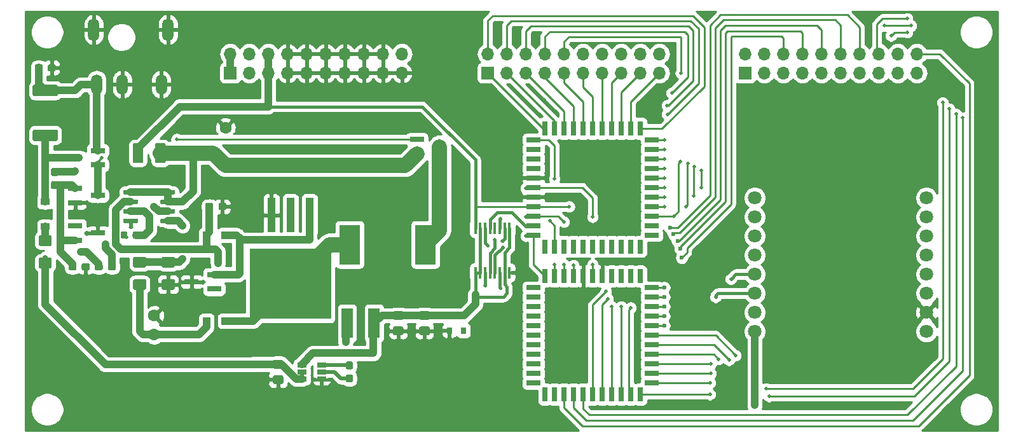
<source format=gbr>
G04 #@! TF.GenerationSoftware,KiCad,Pcbnew,5.1.4*
G04 #@! TF.CreationDate,2019-08-29T18:54:14+02:00*
G04 #@! TF.ProjectId,NixieClock,4e697869-6543-46c6-9f63-6b2e6b696361,rev?*
G04 #@! TF.SameCoordinates,Original*
G04 #@! TF.FileFunction,Copper,L1,Top*
G04 #@! TF.FilePolarity,Positive*
%FSLAX46Y46*%
G04 Gerber Fmt 4.6, Leading zero omitted, Abs format (unit mm)*
G04 Created by KiCad (PCBNEW 5.1.4) date 2019-08-29 18:54:14*
%MOMM*%
%LPD*%
G04 APERTURE LIST*
%ADD10O,1.500000X2.700000*%
%ADD11O,1.500000X3.000000*%
%ADD12R,1.900000X0.800000*%
%ADD13C,1.800000*%
%ADD14R,0.800000X0.900000*%
%ADD15R,0.450000X1.500000*%
%ADD16C,0.100000*%
%ADD17C,1.150000*%
%ADD18R,1.220000X0.650000*%
%ADD19R,1.500000X4.000000*%
%ADD20C,0.950000*%
%ADD21C,1.425000*%
%ADD22C,1.525000*%
%ADD23R,1.200000X0.900000*%
%ADD24O,1.700000X1.700000*%
%ADD25R,1.700000X1.700000*%
%ADD26R,1.925000X0.700000*%
%ADD27R,0.700000X1.925000*%
%ADD28R,1.000000X1.000000*%
%ADD29R,10.800000X9.400000*%
%ADD30R,1.100000X4.600000*%
%ADD31C,0.600000*%
%ADD32R,2.800000X5.300000*%
%ADD33C,1.600000*%
%ADD34C,0.875000*%
%ADD35C,0.500000*%
%ADD36C,0.800000*%
%ADD37C,1.000000*%
%ADD38C,2.000000*%
%ADD39C,0.250000*%
%ADD40C,0.500000*%
%ADD41C,0.400000*%
%ADD42C,0.254000*%
G04 APERTURE END LIST*
D10*
X45847000Y-127237000D03*
X54447000Y-127237000D03*
X49247000Y-127237000D03*
D11*
X55347000Y-119937000D03*
X45447000Y-119937000D03*
D12*
X91500000Y-135500000D03*
X88500000Y-136450000D03*
X88500000Y-134550000D03*
D13*
X133477000Y-160114000D03*
X156337000Y-160114000D03*
X133477000Y-157574000D03*
X156337000Y-157574000D03*
X133477000Y-155034000D03*
X156337000Y-155034000D03*
X133477000Y-152494000D03*
X156337000Y-152494000D03*
X133477000Y-149954000D03*
X156337000Y-149954000D03*
X133477000Y-147414000D03*
X156337000Y-147414000D03*
X133477000Y-144874000D03*
X156337000Y-144874000D03*
X133477000Y-142334000D03*
X156337000Y-142334000D03*
D14*
X93750000Y-158000000D03*
X94700000Y-160000000D03*
X92800000Y-160000000D03*
D12*
X46000000Y-147000000D03*
X43000000Y-147950000D03*
X43000000Y-146050000D03*
D15*
X96277000Y-146369000D03*
X96927000Y-146369000D03*
X97577000Y-146369000D03*
X98227000Y-146369000D03*
X98877000Y-146369000D03*
X99527000Y-146369000D03*
X100177000Y-146369000D03*
X100827000Y-146369000D03*
X100827000Y-152269000D03*
X100177000Y-152269000D03*
X99527000Y-152269000D03*
X98877000Y-152269000D03*
X98227000Y-152269000D03*
X97577000Y-152269000D03*
X96927000Y-152269000D03*
X96277000Y-152269000D03*
D16*
G36*
X70474505Y-165951204D02*
G01*
X70498773Y-165954804D01*
X70522572Y-165960765D01*
X70545671Y-165969030D01*
X70567850Y-165979520D01*
X70588893Y-165992132D01*
X70608599Y-166006747D01*
X70626777Y-166023223D01*
X70643253Y-166041401D01*
X70657868Y-166061107D01*
X70670480Y-166082150D01*
X70680970Y-166104329D01*
X70689235Y-166127428D01*
X70695196Y-166151227D01*
X70698796Y-166175495D01*
X70700000Y-166199999D01*
X70700000Y-166850001D01*
X70698796Y-166874505D01*
X70695196Y-166898773D01*
X70689235Y-166922572D01*
X70680970Y-166945671D01*
X70670480Y-166967850D01*
X70657868Y-166988893D01*
X70643253Y-167008599D01*
X70626777Y-167026777D01*
X70608599Y-167043253D01*
X70588893Y-167057868D01*
X70567850Y-167070480D01*
X70545671Y-167080970D01*
X70522572Y-167089235D01*
X70498773Y-167095196D01*
X70474505Y-167098796D01*
X70450001Y-167100000D01*
X69549999Y-167100000D01*
X69525495Y-167098796D01*
X69501227Y-167095196D01*
X69477428Y-167089235D01*
X69454329Y-167080970D01*
X69432150Y-167070480D01*
X69411107Y-167057868D01*
X69391401Y-167043253D01*
X69373223Y-167026777D01*
X69356747Y-167008599D01*
X69342132Y-166988893D01*
X69329520Y-166967850D01*
X69319030Y-166945671D01*
X69310765Y-166922572D01*
X69304804Y-166898773D01*
X69301204Y-166874505D01*
X69300000Y-166850001D01*
X69300000Y-166199999D01*
X69301204Y-166175495D01*
X69304804Y-166151227D01*
X69310765Y-166127428D01*
X69319030Y-166104329D01*
X69329520Y-166082150D01*
X69342132Y-166061107D01*
X69356747Y-166041401D01*
X69373223Y-166023223D01*
X69391401Y-166006747D01*
X69411107Y-165992132D01*
X69432150Y-165979520D01*
X69454329Y-165969030D01*
X69477428Y-165960765D01*
X69501227Y-165954804D01*
X69525495Y-165951204D01*
X69549999Y-165950000D01*
X70450001Y-165950000D01*
X70474505Y-165951204D01*
X70474505Y-165951204D01*
G37*
D17*
X70000000Y-166525000D03*
D16*
G36*
X70474505Y-163901204D02*
G01*
X70498773Y-163904804D01*
X70522572Y-163910765D01*
X70545671Y-163919030D01*
X70567850Y-163929520D01*
X70588893Y-163942132D01*
X70608599Y-163956747D01*
X70626777Y-163973223D01*
X70643253Y-163991401D01*
X70657868Y-164011107D01*
X70670480Y-164032150D01*
X70680970Y-164054329D01*
X70689235Y-164077428D01*
X70695196Y-164101227D01*
X70698796Y-164125495D01*
X70700000Y-164149999D01*
X70700000Y-164800001D01*
X70698796Y-164824505D01*
X70695196Y-164848773D01*
X70689235Y-164872572D01*
X70680970Y-164895671D01*
X70670480Y-164917850D01*
X70657868Y-164938893D01*
X70643253Y-164958599D01*
X70626777Y-164976777D01*
X70608599Y-164993253D01*
X70588893Y-165007868D01*
X70567850Y-165020480D01*
X70545671Y-165030970D01*
X70522572Y-165039235D01*
X70498773Y-165045196D01*
X70474505Y-165048796D01*
X70450001Y-165050000D01*
X69549999Y-165050000D01*
X69525495Y-165048796D01*
X69501227Y-165045196D01*
X69477428Y-165039235D01*
X69454329Y-165030970D01*
X69432150Y-165020480D01*
X69411107Y-165007868D01*
X69391401Y-164993253D01*
X69373223Y-164976777D01*
X69356747Y-164958599D01*
X69342132Y-164938893D01*
X69329520Y-164917850D01*
X69319030Y-164895671D01*
X69310765Y-164872572D01*
X69304804Y-164848773D01*
X69301204Y-164824505D01*
X69300000Y-164800001D01*
X69300000Y-164149999D01*
X69301204Y-164125495D01*
X69304804Y-164101227D01*
X69310765Y-164077428D01*
X69319030Y-164054329D01*
X69329520Y-164032150D01*
X69342132Y-164011107D01*
X69356747Y-163991401D01*
X69373223Y-163973223D01*
X69391401Y-163956747D01*
X69411107Y-163942132D01*
X69432150Y-163929520D01*
X69454329Y-163919030D01*
X69477428Y-163910765D01*
X69501227Y-163904804D01*
X69525495Y-163901204D01*
X69549999Y-163900000D01*
X70450001Y-163900000D01*
X70474505Y-163901204D01*
X70474505Y-163901204D01*
G37*
D17*
X70000000Y-164475000D03*
D16*
G36*
X89974505Y-159451204D02*
G01*
X89998773Y-159454804D01*
X90022572Y-159460765D01*
X90045671Y-159469030D01*
X90067850Y-159479520D01*
X90088893Y-159492132D01*
X90108599Y-159506747D01*
X90126777Y-159523223D01*
X90143253Y-159541401D01*
X90157868Y-159561107D01*
X90170480Y-159582150D01*
X90180970Y-159604329D01*
X90189235Y-159627428D01*
X90195196Y-159651227D01*
X90198796Y-159675495D01*
X90200000Y-159699999D01*
X90200000Y-160350001D01*
X90198796Y-160374505D01*
X90195196Y-160398773D01*
X90189235Y-160422572D01*
X90180970Y-160445671D01*
X90170480Y-160467850D01*
X90157868Y-160488893D01*
X90143253Y-160508599D01*
X90126777Y-160526777D01*
X90108599Y-160543253D01*
X90088893Y-160557868D01*
X90067850Y-160570480D01*
X90045671Y-160580970D01*
X90022572Y-160589235D01*
X89998773Y-160595196D01*
X89974505Y-160598796D01*
X89950001Y-160600000D01*
X89049999Y-160600000D01*
X89025495Y-160598796D01*
X89001227Y-160595196D01*
X88977428Y-160589235D01*
X88954329Y-160580970D01*
X88932150Y-160570480D01*
X88911107Y-160557868D01*
X88891401Y-160543253D01*
X88873223Y-160526777D01*
X88856747Y-160508599D01*
X88842132Y-160488893D01*
X88829520Y-160467850D01*
X88819030Y-160445671D01*
X88810765Y-160422572D01*
X88804804Y-160398773D01*
X88801204Y-160374505D01*
X88800000Y-160350001D01*
X88800000Y-159699999D01*
X88801204Y-159675495D01*
X88804804Y-159651227D01*
X88810765Y-159627428D01*
X88819030Y-159604329D01*
X88829520Y-159582150D01*
X88842132Y-159561107D01*
X88856747Y-159541401D01*
X88873223Y-159523223D01*
X88891401Y-159506747D01*
X88911107Y-159492132D01*
X88932150Y-159479520D01*
X88954329Y-159469030D01*
X88977428Y-159460765D01*
X89001227Y-159454804D01*
X89025495Y-159451204D01*
X89049999Y-159450000D01*
X89950001Y-159450000D01*
X89974505Y-159451204D01*
X89974505Y-159451204D01*
G37*
D17*
X89500000Y-160025000D03*
D16*
G36*
X89974505Y-157401204D02*
G01*
X89998773Y-157404804D01*
X90022572Y-157410765D01*
X90045671Y-157419030D01*
X90067850Y-157429520D01*
X90088893Y-157442132D01*
X90108599Y-157456747D01*
X90126777Y-157473223D01*
X90143253Y-157491401D01*
X90157868Y-157511107D01*
X90170480Y-157532150D01*
X90180970Y-157554329D01*
X90189235Y-157577428D01*
X90195196Y-157601227D01*
X90198796Y-157625495D01*
X90200000Y-157649999D01*
X90200000Y-158300001D01*
X90198796Y-158324505D01*
X90195196Y-158348773D01*
X90189235Y-158372572D01*
X90180970Y-158395671D01*
X90170480Y-158417850D01*
X90157868Y-158438893D01*
X90143253Y-158458599D01*
X90126777Y-158476777D01*
X90108599Y-158493253D01*
X90088893Y-158507868D01*
X90067850Y-158520480D01*
X90045671Y-158530970D01*
X90022572Y-158539235D01*
X89998773Y-158545196D01*
X89974505Y-158548796D01*
X89950001Y-158550000D01*
X89049999Y-158550000D01*
X89025495Y-158548796D01*
X89001227Y-158545196D01*
X88977428Y-158539235D01*
X88954329Y-158530970D01*
X88932150Y-158520480D01*
X88911107Y-158507868D01*
X88891401Y-158493253D01*
X88873223Y-158476777D01*
X88856747Y-158458599D01*
X88842132Y-158438893D01*
X88829520Y-158417850D01*
X88819030Y-158395671D01*
X88810765Y-158372572D01*
X88804804Y-158348773D01*
X88801204Y-158324505D01*
X88800000Y-158300001D01*
X88800000Y-157649999D01*
X88801204Y-157625495D01*
X88804804Y-157601227D01*
X88810765Y-157577428D01*
X88819030Y-157554329D01*
X88829520Y-157532150D01*
X88842132Y-157511107D01*
X88856747Y-157491401D01*
X88873223Y-157473223D01*
X88891401Y-157456747D01*
X88911107Y-157442132D01*
X88932150Y-157429520D01*
X88954329Y-157419030D01*
X88977428Y-157410765D01*
X89001227Y-157404804D01*
X89025495Y-157401204D01*
X89049999Y-157400000D01*
X89950001Y-157400000D01*
X89974505Y-157401204D01*
X89974505Y-157401204D01*
G37*
D17*
X89500000Y-157975000D03*
D18*
X75810000Y-164550000D03*
X75810000Y-165500000D03*
X75810000Y-166450000D03*
X73190000Y-166450000D03*
X73190000Y-165500000D03*
X73190000Y-164550000D03*
D16*
G36*
X86474505Y-159451204D02*
G01*
X86498773Y-159454804D01*
X86522572Y-159460765D01*
X86545671Y-159469030D01*
X86567850Y-159479520D01*
X86588893Y-159492132D01*
X86608599Y-159506747D01*
X86626777Y-159523223D01*
X86643253Y-159541401D01*
X86657868Y-159561107D01*
X86670480Y-159582150D01*
X86680970Y-159604329D01*
X86689235Y-159627428D01*
X86695196Y-159651227D01*
X86698796Y-159675495D01*
X86700000Y-159699999D01*
X86700000Y-160350001D01*
X86698796Y-160374505D01*
X86695196Y-160398773D01*
X86689235Y-160422572D01*
X86680970Y-160445671D01*
X86670480Y-160467850D01*
X86657868Y-160488893D01*
X86643253Y-160508599D01*
X86626777Y-160526777D01*
X86608599Y-160543253D01*
X86588893Y-160557868D01*
X86567850Y-160570480D01*
X86545671Y-160580970D01*
X86522572Y-160589235D01*
X86498773Y-160595196D01*
X86474505Y-160598796D01*
X86450001Y-160600000D01*
X85549999Y-160600000D01*
X85525495Y-160598796D01*
X85501227Y-160595196D01*
X85477428Y-160589235D01*
X85454329Y-160580970D01*
X85432150Y-160570480D01*
X85411107Y-160557868D01*
X85391401Y-160543253D01*
X85373223Y-160526777D01*
X85356747Y-160508599D01*
X85342132Y-160488893D01*
X85329520Y-160467850D01*
X85319030Y-160445671D01*
X85310765Y-160422572D01*
X85304804Y-160398773D01*
X85301204Y-160374505D01*
X85300000Y-160350001D01*
X85300000Y-159699999D01*
X85301204Y-159675495D01*
X85304804Y-159651227D01*
X85310765Y-159627428D01*
X85319030Y-159604329D01*
X85329520Y-159582150D01*
X85342132Y-159561107D01*
X85356747Y-159541401D01*
X85373223Y-159523223D01*
X85391401Y-159506747D01*
X85411107Y-159492132D01*
X85432150Y-159479520D01*
X85454329Y-159469030D01*
X85477428Y-159460765D01*
X85501227Y-159454804D01*
X85525495Y-159451204D01*
X85549999Y-159450000D01*
X86450001Y-159450000D01*
X86474505Y-159451204D01*
X86474505Y-159451204D01*
G37*
D17*
X86000000Y-160025000D03*
D16*
G36*
X86474505Y-157401204D02*
G01*
X86498773Y-157404804D01*
X86522572Y-157410765D01*
X86545671Y-157419030D01*
X86567850Y-157429520D01*
X86588893Y-157442132D01*
X86608599Y-157456747D01*
X86626777Y-157473223D01*
X86643253Y-157491401D01*
X86657868Y-157511107D01*
X86670480Y-157532150D01*
X86680970Y-157554329D01*
X86689235Y-157577428D01*
X86695196Y-157601227D01*
X86698796Y-157625495D01*
X86700000Y-157649999D01*
X86700000Y-158300001D01*
X86698796Y-158324505D01*
X86695196Y-158348773D01*
X86689235Y-158372572D01*
X86680970Y-158395671D01*
X86670480Y-158417850D01*
X86657868Y-158438893D01*
X86643253Y-158458599D01*
X86626777Y-158476777D01*
X86608599Y-158493253D01*
X86588893Y-158507868D01*
X86567850Y-158520480D01*
X86545671Y-158530970D01*
X86522572Y-158539235D01*
X86498773Y-158545196D01*
X86474505Y-158548796D01*
X86450001Y-158550000D01*
X85549999Y-158550000D01*
X85525495Y-158548796D01*
X85501227Y-158545196D01*
X85477428Y-158539235D01*
X85454329Y-158530970D01*
X85432150Y-158520480D01*
X85411107Y-158507868D01*
X85391401Y-158493253D01*
X85373223Y-158476777D01*
X85356747Y-158458599D01*
X85342132Y-158438893D01*
X85329520Y-158417850D01*
X85319030Y-158395671D01*
X85310765Y-158372572D01*
X85304804Y-158348773D01*
X85301204Y-158324505D01*
X85300000Y-158300001D01*
X85300000Y-157649999D01*
X85301204Y-157625495D01*
X85304804Y-157601227D01*
X85310765Y-157577428D01*
X85319030Y-157554329D01*
X85329520Y-157532150D01*
X85342132Y-157511107D01*
X85356747Y-157491401D01*
X85373223Y-157473223D01*
X85391401Y-157456747D01*
X85411107Y-157442132D01*
X85432150Y-157429520D01*
X85454329Y-157419030D01*
X85477428Y-157410765D01*
X85501227Y-157404804D01*
X85525495Y-157401204D01*
X85549999Y-157400000D01*
X86450001Y-157400000D01*
X86474505Y-157401204D01*
X86474505Y-157401204D01*
G37*
D17*
X86000000Y-157975000D03*
D19*
X79200000Y-159000000D03*
X82800000Y-159000000D03*
D16*
G36*
X79760779Y-165851144D02*
G01*
X79783834Y-165854563D01*
X79806443Y-165860227D01*
X79828387Y-165868079D01*
X79849457Y-165878044D01*
X79869448Y-165890026D01*
X79888168Y-165903910D01*
X79905438Y-165919562D01*
X79921090Y-165936832D01*
X79934974Y-165955552D01*
X79946956Y-165975543D01*
X79956921Y-165996613D01*
X79964773Y-166018557D01*
X79970437Y-166041166D01*
X79973856Y-166064221D01*
X79975000Y-166087500D01*
X79975000Y-166662500D01*
X79973856Y-166685779D01*
X79970437Y-166708834D01*
X79964773Y-166731443D01*
X79956921Y-166753387D01*
X79946956Y-166774457D01*
X79934974Y-166794448D01*
X79921090Y-166813168D01*
X79905438Y-166830438D01*
X79888168Y-166846090D01*
X79869448Y-166859974D01*
X79849457Y-166871956D01*
X79828387Y-166881921D01*
X79806443Y-166889773D01*
X79783834Y-166895437D01*
X79760779Y-166898856D01*
X79737500Y-166900000D01*
X79262500Y-166900000D01*
X79239221Y-166898856D01*
X79216166Y-166895437D01*
X79193557Y-166889773D01*
X79171613Y-166881921D01*
X79150543Y-166871956D01*
X79130552Y-166859974D01*
X79111832Y-166846090D01*
X79094562Y-166830438D01*
X79078910Y-166813168D01*
X79065026Y-166794448D01*
X79053044Y-166774457D01*
X79043079Y-166753387D01*
X79035227Y-166731443D01*
X79029563Y-166708834D01*
X79026144Y-166685779D01*
X79025000Y-166662500D01*
X79025000Y-166087500D01*
X79026144Y-166064221D01*
X79029563Y-166041166D01*
X79035227Y-166018557D01*
X79043079Y-165996613D01*
X79053044Y-165975543D01*
X79065026Y-165955552D01*
X79078910Y-165936832D01*
X79094562Y-165919562D01*
X79111832Y-165903910D01*
X79130552Y-165890026D01*
X79150543Y-165878044D01*
X79171613Y-165868079D01*
X79193557Y-165860227D01*
X79216166Y-165854563D01*
X79239221Y-165851144D01*
X79262500Y-165850000D01*
X79737500Y-165850000D01*
X79760779Y-165851144D01*
X79760779Y-165851144D01*
G37*
D20*
X79500000Y-166375000D03*
D16*
G36*
X79760779Y-164101144D02*
G01*
X79783834Y-164104563D01*
X79806443Y-164110227D01*
X79828387Y-164118079D01*
X79849457Y-164128044D01*
X79869448Y-164140026D01*
X79888168Y-164153910D01*
X79905438Y-164169562D01*
X79921090Y-164186832D01*
X79934974Y-164205552D01*
X79946956Y-164225543D01*
X79956921Y-164246613D01*
X79964773Y-164268557D01*
X79970437Y-164291166D01*
X79973856Y-164314221D01*
X79975000Y-164337500D01*
X79975000Y-164912500D01*
X79973856Y-164935779D01*
X79970437Y-164958834D01*
X79964773Y-164981443D01*
X79956921Y-165003387D01*
X79946956Y-165024457D01*
X79934974Y-165044448D01*
X79921090Y-165063168D01*
X79905438Y-165080438D01*
X79888168Y-165096090D01*
X79869448Y-165109974D01*
X79849457Y-165121956D01*
X79828387Y-165131921D01*
X79806443Y-165139773D01*
X79783834Y-165145437D01*
X79760779Y-165148856D01*
X79737500Y-165150000D01*
X79262500Y-165150000D01*
X79239221Y-165148856D01*
X79216166Y-165145437D01*
X79193557Y-165139773D01*
X79171613Y-165131921D01*
X79150543Y-165121956D01*
X79130552Y-165109974D01*
X79111832Y-165096090D01*
X79094562Y-165080438D01*
X79078910Y-165063168D01*
X79065026Y-165044448D01*
X79053044Y-165024457D01*
X79043079Y-165003387D01*
X79035227Y-164981443D01*
X79029563Y-164958834D01*
X79026144Y-164935779D01*
X79025000Y-164912500D01*
X79025000Y-164337500D01*
X79026144Y-164314221D01*
X79029563Y-164291166D01*
X79035227Y-164268557D01*
X79043079Y-164246613D01*
X79053044Y-164225543D01*
X79065026Y-164205552D01*
X79078910Y-164186832D01*
X79094562Y-164169562D01*
X79111832Y-164153910D01*
X79130552Y-164140026D01*
X79150543Y-164128044D01*
X79171613Y-164118079D01*
X79193557Y-164110227D01*
X79216166Y-164104563D01*
X79239221Y-164101144D01*
X79262500Y-164100000D01*
X79737500Y-164100000D01*
X79760779Y-164101144D01*
X79760779Y-164101144D01*
G37*
D20*
X79500000Y-164625000D03*
D12*
X58500000Y-153500000D03*
X61500000Y-152550000D03*
X61500000Y-154450000D03*
D16*
G36*
X39649504Y-147301204D02*
G01*
X39673773Y-147304804D01*
X39697571Y-147310765D01*
X39720671Y-147319030D01*
X39742849Y-147329520D01*
X39763893Y-147342133D01*
X39783598Y-147356747D01*
X39801777Y-147373223D01*
X39818253Y-147391402D01*
X39832867Y-147411107D01*
X39845480Y-147432151D01*
X39855970Y-147454329D01*
X39864235Y-147477429D01*
X39870196Y-147501227D01*
X39873796Y-147525496D01*
X39875000Y-147550000D01*
X39875000Y-148475000D01*
X39873796Y-148499504D01*
X39870196Y-148523773D01*
X39864235Y-148547571D01*
X39855970Y-148570671D01*
X39845480Y-148592849D01*
X39832867Y-148613893D01*
X39818253Y-148633598D01*
X39801777Y-148651777D01*
X39783598Y-148668253D01*
X39763893Y-148682867D01*
X39742849Y-148695480D01*
X39720671Y-148705970D01*
X39697571Y-148714235D01*
X39673773Y-148720196D01*
X39649504Y-148723796D01*
X39625000Y-148725000D01*
X38375000Y-148725000D01*
X38350496Y-148723796D01*
X38326227Y-148720196D01*
X38302429Y-148714235D01*
X38279329Y-148705970D01*
X38257151Y-148695480D01*
X38236107Y-148682867D01*
X38216402Y-148668253D01*
X38198223Y-148651777D01*
X38181747Y-148633598D01*
X38167133Y-148613893D01*
X38154520Y-148592849D01*
X38144030Y-148570671D01*
X38135765Y-148547571D01*
X38129804Y-148523773D01*
X38126204Y-148499504D01*
X38125000Y-148475000D01*
X38125000Y-147550000D01*
X38126204Y-147525496D01*
X38129804Y-147501227D01*
X38135765Y-147477429D01*
X38144030Y-147454329D01*
X38154520Y-147432151D01*
X38167133Y-147411107D01*
X38181747Y-147391402D01*
X38198223Y-147373223D01*
X38216402Y-147356747D01*
X38236107Y-147342133D01*
X38257151Y-147329520D01*
X38279329Y-147319030D01*
X38302429Y-147310765D01*
X38326227Y-147304804D01*
X38350496Y-147301204D01*
X38375000Y-147300000D01*
X39625000Y-147300000D01*
X39649504Y-147301204D01*
X39649504Y-147301204D01*
G37*
D21*
X39000000Y-148012500D03*
D16*
G36*
X39649504Y-150276204D02*
G01*
X39673773Y-150279804D01*
X39697571Y-150285765D01*
X39720671Y-150294030D01*
X39742849Y-150304520D01*
X39763893Y-150317133D01*
X39783598Y-150331747D01*
X39801777Y-150348223D01*
X39818253Y-150366402D01*
X39832867Y-150386107D01*
X39845480Y-150407151D01*
X39855970Y-150429329D01*
X39864235Y-150452429D01*
X39870196Y-150476227D01*
X39873796Y-150500496D01*
X39875000Y-150525000D01*
X39875000Y-151450000D01*
X39873796Y-151474504D01*
X39870196Y-151498773D01*
X39864235Y-151522571D01*
X39855970Y-151545671D01*
X39845480Y-151567849D01*
X39832867Y-151588893D01*
X39818253Y-151608598D01*
X39801777Y-151626777D01*
X39783598Y-151643253D01*
X39763893Y-151657867D01*
X39742849Y-151670480D01*
X39720671Y-151680970D01*
X39697571Y-151689235D01*
X39673773Y-151695196D01*
X39649504Y-151698796D01*
X39625000Y-151700000D01*
X38375000Y-151700000D01*
X38350496Y-151698796D01*
X38326227Y-151695196D01*
X38302429Y-151689235D01*
X38279329Y-151680970D01*
X38257151Y-151670480D01*
X38236107Y-151657867D01*
X38216402Y-151643253D01*
X38198223Y-151626777D01*
X38181747Y-151608598D01*
X38167133Y-151588893D01*
X38154520Y-151567849D01*
X38144030Y-151545671D01*
X38135765Y-151522571D01*
X38129804Y-151498773D01*
X38126204Y-151474504D01*
X38125000Y-151450000D01*
X38125000Y-150525000D01*
X38126204Y-150500496D01*
X38129804Y-150476227D01*
X38135765Y-150452429D01*
X38144030Y-150429329D01*
X38154520Y-150407151D01*
X38167133Y-150386107D01*
X38181747Y-150366402D01*
X38198223Y-150348223D01*
X38216402Y-150331747D01*
X38236107Y-150317133D01*
X38257151Y-150304520D01*
X38279329Y-150294030D01*
X38302429Y-150285765D01*
X38326227Y-150279804D01*
X38350496Y-150276204D01*
X38375000Y-150275000D01*
X39625000Y-150275000D01*
X39649504Y-150276204D01*
X39649504Y-150276204D01*
G37*
D21*
X39000000Y-150987500D03*
D12*
X46000000Y-142000000D03*
X43000000Y-142950000D03*
X43000000Y-141050000D03*
X43000000Y-137000000D03*
X46000000Y-136050000D03*
X46000000Y-137950000D03*
D16*
G36*
X40185779Y-124526144D02*
G01*
X40208834Y-124529563D01*
X40231443Y-124535227D01*
X40253387Y-124543079D01*
X40274457Y-124553044D01*
X40294448Y-124565026D01*
X40313168Y-124578910D01*
X40330438Y-124594562D01*
X40346090Y-124611832D01*
X40359974Y-124630552D01*
X40371956Y-124650543D01*
X40381921Y-124671613D01*
X40389773Y-124693557D01*
X40395437Y-124716166D01*
X40398856Y-124739221D01*
X40400000Y-124762500D01*
X40400000Y-125237500D01*
X40398856Y-125260779D01*
X40395437Y-125283834D01*
X40389773Y-125306443D01*
X40381921Y-125328387D01*
X40371956Y-125349457D01*
X40359974Y-125369448D01*
X40346090Y-125388168D01*
X40330438Y-125405438D01*
X40313168Y-125421090D01*
X40294448Y-125434974D01*
X40274457Y-125446956D01*
X40253387Y-125456921D01*
X40231443Y-125464773D01*
X40208834Y-125470437D01*
X40185779Y-125473856D01*
X40162500Y-125475000D01*
X39587500Y-125475000D01*
X39564221Y-125473856D01*
X39541166Y-125470437D01*
X39518557Y-125464773D01*
X39496613Y-125456921D01*
X39475543Y-125446956D01*
X39455552Y-125434974D01*
X39436832Y-125421090D01*
X39419562Y-125405438D01*
X39403910Y-125388168D01*
X39390026Y-125369448D01*
X39378044Y-125349457D01*
X39368079Y-125328387D01*
X39360227Y-125306443D01*
X39354563Y-125283834D01*
X39351144Y-125260779D01*
X39350000Y-125237500D01*
X39350000Y-124762500D01*
X39351144Y-124739221D01*
X39354563Y-124716166D01*
X39360227Y-124693557D01*
X39368079Y-124671613D01*
X39378044Y-124650543D01*
X39390026Y-124630552D01*
X39403910Y-124611832D01*
X39419562Y-124594562D01*
X39436832Y-124578910D01*
X39455552Y-124565026D01*
X39475543Y-124553044D01*
X39496613Y-124543079D01*
X39518557Y-124535227D01*
X39541166Y-124529563D01*
X39564221Y-124526144D01*
X39587500Y-124525000D01*
X40162500Y-124525000D01*
X40185779Y-124526144D01*
X40185779Y-124526144D01*
G37*
D20*
X39875000Y-125000000D03*
D16*
G36*
X38435779Y-124526144D02*
G01*
X38458834Y-124529563D01*
X38481443Y-124535227D01*
X38503387Y-124543079D01*
X38524457Y-124553044D01*
X38544448Y-124565026D01*
X38563168Y-124578910D01*
X38580438Y-124594562D01*
X38596090Y-124611832D01*
X38609974Y-124630552D01*
X38621956Y-124650543D01*
X38631921Y-124671613D01*
X38639773Y-124693557D01*
X38645437Y-124716166D01*
X38648856Y-124739221D01*
X38650000Y-124762500D01*
X38650000Y-125237500D01*
X38648856Y-125260779D01*
X38645437Y-125283834D01*
X38639773Y-125306443D01*
X38631921Y-125328387D01*
X38621956Y-125349457D01*
X38609974Y-125369448D01*
X38596090Y-125388168D01*
X38580438Y-125405438D01*
X38563168Y-125421090D01*
X38544448Y-125434974D01*
X38524457Y-125446956D01*
X38503387Y-125456921D01*
X38481443Y-125464773D01*
X38458834Y-125470437D01*
X38435779Y-125473856D01*
X38412500Y-125475000D01*
X37837500Y-125475000D01*
X37814221Y-125473856D01*
X37791166Y-125470437D01*
X37768557Y-125464773D01*
X37746613Y-125456921D01*
X37725543Y-125446956D01*
X37705552Y-125434974D01*
X37686832Y-125421090D01*
X37669562Y-125405438D01*
X37653910Y-125388168D01*
X37640026Y-125369448D01*
X37628044Y-125349457D01*
X37618079Y-125328387D01*
X37610227Y-125306443D01*
X37604563Y-125283834D01*
X37601144Y-125260779D01*
X37600000Y-125237500D01*
X37600000Y-124762500D01*
X37601144Y-124739221D01*
X37604563Y-124716166D01*
X37610227Y-124693557D01*
X37618079Y-124671613D01*
X37628044Y-124650543D01*
X37640026Y-124630552D01*
X37653910Y-124611832D01*
X37669562Y-124594562D01*
X37686832Y-124578910D01*
X37705552Y-124565026D01*
X37725543Y-124553044D01*
X37746613Y-124543079D01*
X37768557Y-124535227D01*
X37791166Y-124529563D01*
X37814221Y-124526144D01*
X37837500Y-124525000D01*
X38412500Y-124525000D01*
X38435779Y-124526144D01*
X38435779Y-124526144D01*
G37*
D20*
X38125000Y-125000000D03*
D16*
G36*
X40510779Y-138351144D02*
G01*
X40533834Y-138354563D01*
X40556443Y-138360227D01*
X40578387Y-138368079D01*
X40599457Y-138378044D01*
X40619448Y-138390026D01*
X40638168Y-138403910D01*
X40655438Y-138419562D01*
X40671090Y-138436832D01*
X40684974Y-138455552D01*
X40696956Y-138475543D01*
X40706921Y-138496613D01*
X40714773Y-138518557D01*
X40720437Y-138541166D01*
X40723856Y-138564221D01*
X40725000Y-138587500D01*
X40725000Y-139162500D01*
X40723856Y-139185779D01*
X40720437Y-139208834D01*
X40714773Y-139231443D01*
X40706921Y-139253387D01*
X40696956Y-139274457D01*
X40684974Y-139294448D01*
X40671090Y-139313168D01*
X40655438Y-139330438D01*
X40638168Y-139346090D01*
X40619448Y-139359974D01*
X40599457Y-139371956D01*
X40578387Y-139381921D01*
X40556443Y-139389773D01*
X40533834Y-139395437D01*
X40510779Y-139398856D01*
X40487500Y-139400000D01*
X40012500Y-139400000D01*
X39989221Y-139398856D01*
X39966166Y-139395437D01*
X39943557Y-139389773D01*
X39921613Y-139381921D01*
X39900543Y-139371956D01*
X39880552Y-139359974D01*
X39861832Y-139346090D01*
X39844562Y-139330438D01*
X39828910Y-139313168D01*
X39815026Y-139294448D01*
X39803044Y-139274457D01*
X39793079Y-139253387D01*
X39785227Y-139231443D01*
X39779563Y-139208834D01*
X39776144Y-139185779D01*
X39775000Y-139162500D01*
X39775000Y-138587500D01*
X39776144Y-138564221D01*
X39779563Y-138541166D01*
X39785227Y-138518557D01*
X39793079Y-138496613D01*
X39803044Y-138475543D01*
X39815026Y-138455552D01*
X39828910Y-138436832D01*
X39844562Y-138419562D01*
X39861832Y-138403910D01*
X39880552Y-138390026D01*
X39900543Y-138378044D01*
X39921613Y-138368079D01*
X39943557Y-138360227D01*
X39966166Y-138354563D01*
X39989221Y-138351144D01*
X40012500Y-138350000D01*
X40487500Y-138350000D01*
X40510779Y-138351144D01*
X40510779Y-138351144D01*
G37*
D20*
X40250000Y-138875000D03*
D16*
G36*
X40510779Y-140101144D02*
G01*
X40533834Y-140104563D01*
X40556443Y-140110227D01*
X40578387Y-140118079D01*
X40599457Y-140128044D01*
X40619448Y-140140026D01*
X40638168Y-140153910D01*
X40655438Y-140169562D01*
X40671090Y-140186832D01*
X40684974Y-140205552D01*
X40696956Y-140225543D01*
X40706921Y-140246613D01*
X40714773Y-140268557D01*
X40720437Y-140291166D01*
X40723856Y-140314221D01*
X40725000Y-140337500D01*
X40725000Y-140912500D01*
X40723856Y-140935779D01*
X40720437Y-140958834D01*
X40714773Y-140981443D01*
X40706921Y-141003387D01*
X40696956Y-141024457D01*
X40684974Y-141044448D01*
X40671090Y-141063168D01*
X40655438Y-141080438D01*
X40638168Y-141096090D01*
X40619448Y-141109974D01*
X40599457Y-141121956D01*
X40578387Y-141131921D01*
X40556443Y-141139773D01*
X40533834Y-141145437D01*
X40510779Y-141148856D01*
X40487500Y-141150000D01*
X40012500Y-141150000D01*
X39989221Y-141148856D01*
X39966166Y-141145437D01*
X39943557Y-141139773D01*
X39921613Y-141131921D01*
X39900543Y-141121956D01*
X39880552Y-141109974D01*
X39861832Y-141096090D01*
X39844562Y-141080438D01*
X39828910Y-141063168D01*
X39815026Y-141044448D01*
X39803044Y-141024457D01*
X39793079Y-141003387D01*
X39785227Y-140981443D01*
X39779563Y-140958834D01*
X39776144Y-140935779D01*
X39775000Y-140912500D01*
X39775000Y-140337500D01*
X39776144Y-140314221D01*
X39779563Y-140291166D01*
X39785227Y-140268557D01*
X39793079Y-140246613D01*
X39803044Y-140225543D01*
X39815026Y-140205552D01*
X39828910Y-140186832D01*
X39844562Y-140169562D01*
X39861832Y-140153910D01*
X39880552Y-140140026D01*
X39900543Y-140128044D01*
X39921613Y-140118079D01*
X39943557Y-140110227D01*
X39966166Y-140104563D01*
X39989221Y-140101144D01*
X40012500Y-140100000D01*
X40487500Y-140100000D01*
X40510779Y-140101144D01*
X40510779Y-140101144D01*
G37*
D20*
X40250000Y-140625000D03*
D16*
G36*
X48185779Y-151026144D02*
G01*
X48208834Y-151029563D01*
X48231443Y-151035227D01*
X48253387Y-151043079D01*
X48274457Y-151053044D01*
X48294448Y-151065026D01*
X48313168Y-151078910D01*
X48330438Y-151094562D01*
X48346090Y-151111832D01*
X48359974Y-151130552D01*
X48371956Y-151150543D01*
X48381921Y-151171613D01*
X48389773Y-151193557D01*
X48395437Y-151216166D01*
X48398856Y-151239221D01*
X48400000Y-151262500D01*
X48400000Y-151737500D01*
X48398856Y-151760779D01*
X48395437Y-151783834D01*
X48389773Y-151806443D01*
X48381921Y-151828387D01*
X48371956Y-151849457D01*
X48359974Y-151869448D01*
X48346090Y-151888168D01*
X48330438Y-151905438D01*
X48313168Y-151921090D01*
X48294448Y-151934974D01*
X48274457Y-151946956D01*
X48253387Y-151956921D01*
X48231443Y-151964773D01*
X48208834Y-151970437D01*
X48185779Y-151973856D01*
X48162500Y-151975000D01*
X47587500Y-151975000D01*
X47564221Y-151973856D01*
X47541166Y-151970437D01*
X47518557Y-151964773D01*
X47496613Y-151956921D01*
X47475543Y-151946956D01*
X47455552Y-151934974D01*
X47436832Y-151921090D01*
X47419562Y-151905438D01*
X47403910Y-151888168D01*
X47390026Y-151869448D01*
X47378044Y-151849457D01*
X47368079Y-151828387D01*
X47360227Y-151806443D01*
X47354563Y-151783834D01*
X47351144Y-151760779D01*
X47350000Y-151737500D01*
X47350000Y-151262500D01*
X47351144Y-151239221D01*
X47354563Y-151216166D01*
X47360227Y-151193557D01*
X47368079Y-151171613D01*
X47378044Y-151150543D01*
X47390026Y-151130552D01*
X47403910Y-151111832D01*
X47419562Y-151094562D01*
X47436832Y-151078910D01*
X47455552Y-151065026D01*
X47475543Y-151053044D01*
X47496613Y-151043079D01*
X47518557Y-151035227D01*
X47541166Y-151029563D01*
X47564221Y-151026144D01*
X47587500Y-151025000D01*
X48162500Y-151025000D01*
X48185779Y-151026144D01*
X48185779Y-151026144D01*
G37*
D20*
X47875000Y-151500000D03*
D16*
G36*
X46435779Y-151026144D02*
G01*
X46458834Y-151029563D01*
X46481443Y-151035227D01*
X46503387Y-151043079D01*
X46524457Y-151053044D01*
X46544448Y-151065026D01*
X46563168Y-151078910D01*
X46580438Y-151094562D01*
X46596090Y-151111832D01*
X46609974Y-151130552D01*
X46621956Y-151150543D01*
X46631921Y-151171613D01*
X46639773Y-151193557D01*
X46645437Y-151216166D01*
X46648856Y-151239221D01*
X46650000Y-151262500D01*
X46650000Y-151737500D01*
X46648856Y-151760779D01*
X46645437Y-151783834D01*
X46639773Y-151806443D01*
X46631921Y-151828387D01*
X46621956Y-151849457D01*
X46609974Y-151869448D01*
X46596090Y-151888168D01*
X46580438Y-151905438D01*
X46563168Y-151921090D01*
X46544448Y-151934974D01*
X46524457Y-151946956D01*
X46503387Y-151956921D01*
X46481443Y-151964773D01*
X46458834Y-151970437D01*
X46435779Y-151973856D01*
X46412500Y-151975000D01*
X45837500Y-151975000D01*
X45814221Y-151973856D01*
X45791166Y-151970437D01*
X45768557Y-151964773D01*
X45746613Y-151956921D01*
X45725543Y-151946956D01*
X45705552Y-151934974D01*
X45686832Y-151921090D01*
X45669562Y-151905438D01*
X45653910Y-151888168D01*
X45640026Y-151869448D01*
X45628044Y-151849457D01*
X45618079Y-151828387D01*
X45610227Y-151806443D01*
X45604563Y-151783834D01*
X45601144Y-151760779D01*
X45600000Y-151737500D01*
X45600000Y-151262500D01*
X45601144Y-151239221D01*
X45604563Y-151216166D01*
X45610227Y-151193557D01*
X45618079Y-151171613D01*
X45628044Y-151150543D01*
X45640026Y-151130552D01*
X45653910Y-151111832D01*
X45669562Y-151094562D01*
X45686832Y-151078910D01*
X45705552Y-151065026D01*
X45725543Y-151053044D01*
X45746613Y-151043079D01*
X45768557Y-151035227D01*
X45791166Y-151029563D01*
X45814221Y-151026144D01*
X45837500Y-151025000D01*
X46412500Y-151025000D01*
X46435779Y-151026144D01*
X46435779Y-151026144D01*
G37*
D20*
X46125000Y-151500000D03*
D16*
G36*
X40449505Y-127251204D02*
G01*
X40473773Y-127254804D01*
X40497572Y-127260765D01*
X40520671Y-127269030D01*
X40542850Y-127279520D01*
X40563893Y-127292132D01*
X40583599Y-127306747D01*
X40601777Y-127323223D01*
X40618253Y-127341401D01*
X40632868Y-127361107D01*
X40645480Y-127382150D01*
X40655970Y-127404329D01*
X40664235Y-127427428D01*
X40670196Y-127451227D01*
X40673796Y-127475495D01*
X40675000Y-127499999D01*
X40675000Y-128525001D01*
X40673796Y-128549505D01*
X40670196Y-128573773D01*
X40664235Y-128597572D01*
X40655970Y-128620671D01*
X40645480Y-128642850D01*
X40632868Y-128663893D01*
X40618253Y-128683599D01*
X40601777Y-128701777D01*
X40583599Y-128718253D01*
X40563893Y-128732868D01*
X40542850Y-128745480D01*
X40520671Y-128755970D01*
X40497572Y-128764235D01*
X40473773Y-128770196D01*
X40449505Y-128773796D01*
X40425001Y-128775000D01*
X37574999Y-128775000D01*
X37550495Y-128773796D01*
X37526227Y-128770196D01*
X37502428Y-128764235D01*
X37479329Y-128755970D01*
X37457150Y-128745480D01*
X37436107Y-128732868D01*
X37416401Y-128718253D01*
X37398223Y-128701777D01*
X37381747Y-128683599D01*
X37367132Y-128663893D01*
X37354520Y-128642850D01*
X37344030Y-128620671D01*
X37335765Y-128597572D01*
X37329804Y-128573773D01*
X37326204Y-128549505D01*
X37325000Y-128525001D01*
X37325000Y-127499999D01*
X37326204Y-127475495D01*
X37329804Y-127451227D01*
X37335765Y-127427428D01*
X37344030Y-127404329D01*
X37354520Y-127382150D01*
X37367132Y-127361107D01*
X37381747Y-127341401D01*
X37398223Y-127323223D01*
X37416401Y-127306747D01*
X37436107Y-127292132D01*
X37457150Y-127279520D01*
X37479329Y-127269030D01*
X37502428Y-127260765D01*
X37526227Y-127254804D01*
X37550495Y-127251204D01*
X37574999Y-127250000D01*
X40425001Y-127250000D01*
X40449505Y-127251204D01*
X40449505Y-127251204D01*
G37*
D22*
X39000000Y-128012500D03*
D16*
G36*
X40449505Y-133226204D02*
G01*
X40473773Y-133229804D01*
X40497572Y-133235765D01*
X40520671Y-133244030D01*
X40542850Y-133254520D01*
X40563893Y-133267132D01*
X40583599Y-133281747D01*
X40601777Y-133298223D01*
X40618253Y-133316401D01*
X40632868Y-133336107D01*
X40645480Y-133357150D01*
X40655970Y-133379329D01*
X40664235Y-133402428D01*
X40670196Y-133426227D01*
X40673796Y-133450495D01*
X40675000Y-133474999D01*
X40675000Y-134500001D01*
X40673796Y-134524505D01*
X40670196Y-134548773D01*
X40664235Y-134572572D01*
X40655970Y-134595671D01*
X40645480Y-134617850D01*
X40632868Y-134638893D01*
X40618253Y-134658599D01*
X40601777Y-134676777D01*
X40583599Y-134693253D01*
X40563893Y-134707868D01*
X40542850Y-134720480D01*
X40520671Y-134730970D01*
X40497572Y-134739235D01*
X40473773Y-134745196D01*
X40449505Y-134748796D01*
X40425001Y-134750000D01*
X37574999Y-134750000D01*
X37550495Y-134748796D01*
X37526227Y-134745196D01*
X37502428Y-134739235D01*
X37479329Y-134730970D01*
X37457150Y-134720480D01*
X37436107Y-134707868D01*
X37416401Y-134693253D01*
X37398223Y-134676777D01*
X37381747Y-134658599D01*
X37367132Y-134638893D01*
X37354520Y-134617850D01*
X37344030Y-134595671D01*
X37335765Y-134572572D01*
X37329804Y-134548773D01*
X37326204Y-134524505D01*
X37325000Y-134500001D01*
X37325000Y-133474999D01*
X37326204Y-133450495D01*
X37329804Y-133426227D01*
X37335765Y-133402428D01*
X37344030Y-133379329D01*
X37354520Y-133357150D01*
X37367132Y-133336107D01*
X37381747Y-133316401D01*
X37398223Y-133298223D01*
X37416401Y-133281747D01*
X37436107Y-133267132D01*
X37457150Y-133254520D01*
X37479329Y-133244030D01*
X37502428Y-133235765D01*
X37526227Y-133229804D01*
X37550495Y-133226204D01*
X37574999Y-133225000D01*
X40425001Y-133225000D01*
X40449505Y-133226204D01*
X40449505Y-133226204D01*
G37*
D22*
X39000000Y-133987500D03*
D23*
X39000000Y-142850000D03*
X39000000Y-146150000D03*
D16*
G36*
X44685779Y-151026144D02*
G01*
X44708834Y-151029563D01*
X44731443Y-151035227D01*
X44753387Y-151043079D01*
X44774457Y-151053044D01*
X44794448Y-151065026D01*
X44813168Y-151078910D01*
X44830438Y-151094562D01*
X44846090Y-151111832D01*
X44859974Y-151130552D01*
X44871956Y-151150543D01*
X44881921Y-151171613D01*
X44889773Y-151193557D01*
X44895437Y-151216166D01*
X44898856Y-151239221D01*
X44900000Y-151262500D01*
X44900000Y-151737500D01*
X44898856Y-151760779D01*
X44895437Y-151783834D01*
X44889773Y-151806443D01*
X44881921Y-151828387D01*
X44871956Y-151849457D01*
X44859974Y-151869448D01*
X44846090Y-151888168D01*
X44830438Y-151905438D01*
X44813168Y-151921090D01*
X44794448Y-151934974D01*
X44774457Y-151946956D01*
X44753387Y-151956921D01*
X44731443Y-151964773D01*
X44708834Y-151970437D01*
X44685779Y-151973856D01*
X44662500Y-151975000D01*
X44087500Y-151975000D01*
X44064221Y-151973856D01*
X44041166Y-151970437D01*
X44018557Y-151964773D01*
X43996613Y-151956921D01*
X43975543Y-151946956D01*
X43955552Y-151934974D01*
X43936832Y-151921090D01*
X43919562Y-151905438D01*
X43903910Y-151888168D01*
X43890026Y-151869448D01*
X43878044Y-151849457D01*
X43868079Y-151828387D01*
X43860227Y-151806443D01*
X43854563Y-151783834D01*
X43851144Y-151760779D01*
X43850000Y-151737500D01*
X43850000Y-151262500D01*
X43851144Y-151239221D01*
X43854563Y-151216166D01*
X43860227Y-151193557D01*
X43868079Y-151171613D01*
X43878044Y-151150543D01*
X43890026Y-151130552D01*
X43903910Y-151111832D01*
X43919562Y-151094562D01*
X43936832Y-151078910D01*
X43955552Y-151065026D01*
X43975543Y-151053044D01*
X43996613Y-151043079D01*
X44018557Y-151035227D01*
X44041166Y-151029563D01*
X44064221Y-151026144D01*
X44087500Y-151025000D01*
X44662500Y-151025000D01*
X44685779Y-151026144D01*
X44685779Y-151026144D01*
G37*
D20*
X44375000Y-151500000D03*
D16*
G36*
X42935779Y-151026144D02*
G01*
X42958834Y-151029563D01*
X42981443Y-151035227D01*
X43003387Y-151043079D01*
X43024457Y-151053044D01*
X43044448Y-151065026D01*
X43063168Y-151078910D01*
X43080438Y-151094562D01*
X43096090Y-151111832D01*
X43109974Y-151130552D01*
X43121956Y-151150543D01*
X43131921Y-151171613D01*
X43139773Y-151193557D01*
X43145437Y-151216166D01*
X43148856Y-151239221D01*
X43150000Y-151262500D01*
X43150000Y-151737500D01*
X43148856Y-151760779D01*
X43145437Y-151783834D01*
X43139773Y-151806443D01*
X43131921Y-151828387D01*
X43121956Y-151849457D01*
X43109974Y-151869448D01*
X43096090Y-151888168D01*
X43080438Y-151905438D01*
X43063168Y-151921090D01*
X43044448Y-151934974D01*
X43024457Y-151946956D01*
X43003387Y-151956921D01*
X42981443Y-151964773D01*
X42958834Y-151970437D01*
X42935779Y-151973856D01*
X42912500Y-151975000D01*
X42337500Y-151975000D01*
X42314221Y-151973856D01*
X42291166Y-151970437D01*
X42268557Y-151964773D01*
X42246613Y-151956921D01*
X42225543Y-151946956D01*
X42205552Y-151934974D01*
X42186832Y-151921090D01*
X42169562Y-151905438D01*
X42153910Y-151888168D01*
X42140026Y-151869448D01*
X42128044Y-151849457D01*
X42118079Y-151828387D01*
X42110227Y-151806443D01*
X42104563Y-151783834D01*
X42101144Y-151760779D01*
X42100000Y-151737500D01*
X42100000Y-151262500D01*
X42101144Y-151239221D01*
X42104563Y-151216166D01*
X42110227Y-151193557D01*
X42118079Y-151171613D01*
X42128044Y-151150543D01*
X42140026Y-151130552D01*
X42153910Y-151111832D01*
X42169562Y-151094562D01*
X42186832Y-151078910D01*
X42205552Y-151065026D01*
X42225543Y-151053044D01*
X42246613Y-151043079D01*
X42268557Y-151035227D01*
X42291166Y-151029563D01*
X42314221Y-151026144D01*
X42337500Y-151025000D01*
X42912500Y-151025000D01*
X42935779Y-151026144D01*
X42935779Y-151026144D01*
G37*
D20*
X42625000Y-151500000D03*
D24*
X86487000Y-123157000D03*
X86487000Y-125697000D03*
X83947000Y-123157000D03*
X83947000Y-125697000D03*
X81407000Y-123157000D03*
X81407000Y-125697000D03*
X78867000Y-123157000D03*
X78867000Y-125697000D03*
X76327000Y-123157000D03*
X76327000Y-125697000D03*
X73787000Y-123157000D03*
X73787000Y-125697000D03*
X71247000Y-123157000D03*
X71247000Y-125697000D03*
X68707000Y-123157000D03*
X68707000Y-125697000D03*
X66167000Y-123157000D03*
X66167000Y-125697000D03*
X63627000Y-123157000D03*
D25*
X63627000Y-125697000D03*
D26*
X104024500Y-166972000D03*
X104024500Y-165702000D03*
X104024500Y-164432000D03*
X104024500Y-163162000D03*
X104024500Y-161892000D03*
X104024500Y-160622000D03*
X104024500Y-159352000D03*
X104024500Y-158082000D03*
X104024500Y-156812000D03*
X104024500Y-155542000D03*
X104024500Y-154272000D03*
D27*
X105537000Y-152759500D03*
X106807000Y-152759500D03*
X108077000Y-152759500D03*
X109347000Y-152759500D03*
X110617000Y-152759500D03*
X111887000Y-152759500D03*
X113157000Y-152759500D03*
X114427000Y-152759500D03*
X115697000Y-152759500D03*
X116967000Y-152759500D03*
X118237000Y-152759500D03*
D26*
X119749500Y-154272000D03*
X119749500Y-155542000D03*
X119749500Y-156812000D03*
X119749500Y-158082000D03*
X119749500Y-159352000D03*
X119749500Y-160622000D03*
X119749500Y-161892000D03*
X119749500Y-163162000D03*
X119749500Y-164432000D03*
X119749500Y-165702000D03*
X119749500Y-166972000D03*
D27*
X105537000Y-168484500D03*
X106807000Y-168484500D03*
X108077000Y-168484500D03*
X109347000Y-168484500D03*
X110617000Y-168484500D03*
X118237000Y-168484500D03*
X116967000Y-168484500D03*
X115697000Y-168484500D03*
X114427000Y-168484500D03*
X113157000Y-168484500D03*
X111887000Y-168484500D03*
X118237000Y-148799500D03*
X116967000Y-148799500D03*
X115697000Y-148799500D03*
X114427000Y-148799500D03*
X113157000Y-148799500D03*
X111887000Y-148799500D03*
X110617000Y-148799500D03*
X109347000Y-148799500D03*
X108077000Y-148799500D03*
X106807000Y-148799500D03*
X105537000Y-148799500D03*
D26*
X104024500Y-147287000D03*
X104024500Y-146017000D03*
X104024500Y-144747000D03*
X104024500Y-143477000D03*
X104024500Y-142207000D03*
X104024500Y-140937000D03*
X104024500Y-139667000D03*
X104024500Y-138397000D03*
X104024500Y-137127000D03*
X104024500Y-135857000D03*
X104024500Y-134587000D03*
D27*
X105537000Y-133074500D03*
X106807000Y-133074500D03*
X108077000Y-133074500D03*
X109347000Y-133074500D03*
X110617000Y-133074500D03*
X111887000Y-133074500D03*
X113157000Y-133074500D03*
X114427000Y-133074500D03*
X115697000Y-133074500D03*
X116967000Y-133074500D03*
X118237000Y-133074500D03*
D26*
X119749500Y-147287000D03*
X119749500Y-146017000D03*
X119749500Y-144747000D03*
X119749500Y-143477000D03*
X119749500Y-142207000D03*
X119749500Y-134587000D03*
X119749500Y-135857000D03*
X119749500Y-137127000D03*
X119749500Y-138397000D03*
X119749500Y-139667000D03*
X119749500Y-140937000D03*
D24*
X120777000Y-123157000D03*
X120777000Y-125697000D03*
X118237000Y-123157000D03*
X118237000Y-125697000D03*
X115697000Y-123157000D03*
X115697000Y-125697000D03*
X113157000Y-123157000D03*
X113157000Y-125697000D03*
X110617000Y-123157000D03*
X110617000Y-125697000D03*
X108077000Y-123157000D03*
X108077000Y-125697000D03*
X105537000Y-123157000D03*
X105537000Y-125697000D03*
X102997000Y-123157000D03*
X102997000Y-125697000D03*
X100457000Y-123157000D03*
X100457000Y-125697000D03*
X97917000Y-123157000D03*
D25*
X97917000Y-125697000D03*
D24*
X155067000Y-123157000D03*
X155067000Y-125697000D03*
X152527000Y-123157000D03*
X152527000Y-125697000D03*
X149987000Y-123157000D03*
X149987000Y-125697000D03*
X147447000Y-123157000D03*
X147447000Y-125697000D03*
X144907000Y-123157000D03*
X144907000Y-125697000D03*
X142367000Y-123157000D03*
X142367000Y-125697000D03*
X139827000Y-123157000D03*
X139827000Y-125697000D03*
X137287000Y-123157000D03*
X137287000Y-125697000D03*
X134747000Y-123157000D03*
X134747000Y-125697000D03*
X132207000Y-123157000D03*
D25*
X132207000Y-125697000D03*
D28*
X60472000Y-147287000D03*
X62972000Y-147287000D03*
D29*
X71647000Y-153752000D03*
D30*
X69107000Y-144602000D03*
X71647000Y-144602000D03*
X74187000Y-144602000D03*
D16*
G36*
X56146703Y-141272722D02*
G01*
X56161264Y-141274882D01*
X56175543Y-141278459D01*
X56189403Y-141283418D01*
X56202710Y-141289712D01*
X56215336Y-141297280D01*
X56227159Y-141306048D01*
X56238066Y-141315934D01*
X56247952Y-141326841D01*
X56256720Y-141338664D01*
X56264288Y-141351290D01*
X56270582Y-141364597D01*
X56275541Y-141378457D01*
X56279118Y-141392736D01*
X56281278Y-141407297D01*
X56282000Y-141422000D01*
X56282000Y-141722000D01*
X56281278Y-141736703D01*
X56279118Y-141751264D01*
X56275541Y-141765543D01*
X56270582Y-141779403D01*
X56264288Y-141792710D01*
X56256720Y-141805336D01*
X56247952Y-141817159D01*
X56238066Y-141828066D01*
X56227159Y-141837952D01*
X56215336Y-141846720D01*
X56202710Y-141854288D01*
X56189403Y-141860582D01*
X56175543Y-141865541D01*
X56161264Y-141869118D01*
X56146703Y-141871278D01*
X56132000Y-141872000D01*
X54482000Y-141872000D01*
X54467297Y-141871278D01*
X54452736Y-141869118D01*
X54438457Y-141865541D01*
X54424597Y-141860582D01*
X54411290Y-141854288D01*
X54398664Y-141846720D01*
X54386841Y-141837952D01*
X54375934Y-141828066D01*
X54366048Y-141817159D01*
X54357280Y-141805336D01*
X54349712Y-141792710D01*
X54343418Y-141779403D01*
X54338459Y-141765543D01*
X54334882Y-141751264D01*
X54332722Y-141736703D01*
X54332000Y-141722000D01*
X54332000Y-141422000D01*
X54332722Y-141407297D01*
X54334882Y-141392736D01*
X54338459Y-141378457D01*
X54343418Y-141364597D01*
X54349712Y-141351290D01*
X54357280Y-141338664D01*
X54366048Y-141326841D01*
X54375934Y-141315934D01*
X54386841Y-141306048D01*
X54398664Y-141297280D01*
X54411290Y-141289712D01*
X54424597Y-141283418D01*
X54438457Y-141278459D01*
X54452736Y-141274882D01*
X54467297Y-141272722D01*
X54482000Y-141272000D01*
X56132000Y-141272000D01*
X56146703Y-141272722D01*
X56146703Y-141272722D01*
G37*
D31*
X55307000Y-141572000D03*
D16*
G36*
X56146703Y-142542722D02*
G01*
X56161264Y-142544882D01*
X56175543Y-142548459D01*
X56189403Y-142553418D01*
X56202710Y-142559712D01*
X56215336Y-142567280D01*
X56227159Y-142576048D01*
X56238066Y-142585934D01*
X56247952Y-142596841D01*
X56256720Y-142608664D01*
X56264288Y-142621290D01*
X56270582Y-142634597D01*
X56275541Y-142648457D01*
X56279118Y-142662736D01*
X56281278Y-142677297D01*
X56282000Y-142692000D01*
X56282000Y-142992000D01*
X56281278Y-143006703D01*
X56279118Y-143021264D01*
X56275541Y-143035543D01*
X56270582Y-143049403D01*
X56264288Y-143062710D01*
X56256720Y-143075336D01*
X56247952Y-143087159D01*
X56238066Y-143098066D01*
X56227159Y-143107952D01*
X56215336Y-143116720D01*
X56202710Y-143124288D01*
X56189403Y-143130582D01*
X56175543Y-143135541D01*
X56161264Y-143139118D01*
X56146703Y-143141278D01*
X56132000Y-143142000D01*
X54482000Y-143142000D01*
X54467297Y-143141278D01*
X54452736Y-143139118D01*
X54438457Y-143135541D01*
X54424597Y-143130582D01*
X54411290Y-143124288D01*
X54398664Y-143116720D01*
X54386841Y-143107952D01*
X54375934Y-143098066D01*
X54366048Y-143087159D01*
X54357280Y-143075336D01*
X54349712Y-143062710D01*
X54343418Y-143049403D01*
X54338459Y-143035543D01*
X54334882Y-143021264D01*
X54332722Y-143006703D01*
X54332000Y-142992000D01*
X54332000Y-142692000D01*
X54332722Y-142677297D01*
X54334882Y-142662736D01*
X54338459Y-142648457D01*
X54343418Y-142634597D01*
X54349712Y-142621290D01*
X54357280Y-142608664D01*
X54366048Y-142596841D01*
X54375934Y-142585934D01*
X54386841Y-142576048D01*
X54398664Y-142567280D01*
X54411290Y-142559712D01*
X54424597Y-142553418D01*
X54438457Y-142548459D01*
X54452736Y-142544882D01*
X54467297Y-142542722D01*
X54482000Y-142542000D01*
X56132000Y-142542000D01*
X56146703Y-142542722D01*
X56146703Y-142542722D01*
G37*
D31*
X55307000Y-142842000D03*
D16*
G36*
X56146703Y-143812722D02*
G01*
X56161264Y-143814882D01*
X56175543Y-143818459D01*
X56189403Y-143823418D01*
X56202710Y-143829712D01*
X56215336Y-143837280D01*
X56227159Y-143846048D01*
X56238066Y-143855934D01*
X56247952Y-143866841D01*
X56256720Y-143878664D01*
X56264288Y-143891290D01*
X56270582Y-143904597D01*
X56275541Y-143918457D01*
X56279118Y-143932736D01*
X56281278Y-143947297D01*
X56282000Y-143962000D01*
X56282000Y-144262000D01*
X56281278Y-144276703D01*
X56279118Y-144291264D01*
X56275541Y-144305543D01*
X56270582Y-144319403D01*
X56264288Y-144332710D01*
X56256720Y-144345336D01*
X56247952Y-144357159D01*
X56238066Y-144368066D01*
X56227159Y-144377952D01*
X56215336Y-144386720D01*
X56202710Y-144394288D01*
X56189403Y-144400582D01*
X56175543Y-144405541D01*
X56161264Y-144409118D01*
X56146703Y-144411278D01*
X56132000Y-144412000D01*
X54482000Y-144412000D01*
X54467297Y-144411278D01*
X54452736Y-144409118D01*
X54438457Y-144405541D01*
X54424597Y-144400582D01*
X54411290Y-144394288D01*
X54398664Y-144386720D01*
X54386841Y-144377952D01*
X54375934Y-144368066D01*
X54366048Y-144357159D01*
X54357280Y-144345336D01*
X54349712Y-144332710D01*
X54343418Y-144319403D01*
X54338459Y-144305543D01*
X54334882Y-144291264D01*
X54332722Y-144276703D01*
X54332000Y-144262000D01*
X54332000Y-143962000D01*
X54332722Y-143947297D01*
X54334882Y-143932736D01*
X54338459Y-143918457D01*
X54343418Y-143904597D01*
X54349712Y-143891290D01*
X54357280Y-143878664D01*
X54366048Y-143866841D01*
X54375934Y-143855934D01*
X54386841Y-143846048D01*
X54398664Y-143837280D01*
X54411290Y-143829712D01*
X54424597Y-143823418D01*
X54438457Y-143818459D01*
X54452736Y-143814882D01*
X54467297Y-143812722D01*
X54482000Y-143812000D01*
X56132000Y-143812000D01*
X56146703Y-143812722D01*
X56146703Y-143812722D01*
G37*
D31*
X55307000Y-144112000D03*
D16*
G36*
X56146703Y-145082722D02*
G01*
X56161264Y-145084882D01*
X56175543Y-145088459D01*
X56189403Y-145093418D01*
X56202710Y-145099712D01*
X56215336Y-145107280D01*
X56227159Y-145116048D01*
X56238066Y-145125934D01*
X56247952Y-145136841D01*
X56256720Y-145148664D01*
X56264288Y-145161290D01*
X56270582Y-145174597D01*
X56275541Y-145188457D01*
X56279118Y-145202736D01*
X56281278Y-145217297D01*
X56282000Y-145232000D01*
X56282000Y-145532000D01*
X56281278Y-145546703D01*
X56279118Y-145561264D01*
X56275541Y-145575543D01*
X56270582Y-145589403D01*
X56264288Y-145602710D01*
X56256720Y-145615336D01*
X56247952Y-145627159D01*
X56238066Y-145638066D01*
X56227159Y-145647952D01*
X56215336Y-145656720D01*
X56202710Y-145664288D01*
X56189403Y-145670582D01*
X56175543Y-145675541D01*
X56161264Y-145679118D01*
X56146703Y-145681278D01*
X56132000Y-145682000D01*
X54482000Y-145682000D01*
X54467297Y-145681278D01*
X54452736Y-145679118D01*
X54438457Y-145675541D01*
X54424597Y-145670582D01*
X54411290Y-145664288D01*
X54398664Y-145656720D01*
X54386841Y-145647952D01*
X54375934Y-145638066D01*
X54366048Y-145627159D01*
X54357280Y-145615336D01*
X54349712Y-145602710D01*
X54343418Y-145589403D01*
X54338459Y-145575543D01*
X54334882Y-145561264D01*
X54332722Y-145546703D01*
X54332000Y-145532000D01*
X54332000Y-145232000D01*
X54332722Y-145217297D01*
X54334882Y-145202736D01*
X54338459Y-145188457D01*
X54343418Y-145174597D01*
X54349712Y-145161290D01*
X54357280Y-145148664D01*
X54366048Y-145136841D01*
X54375934Y-145125934D01*
X54386841Y-145116048D01*
X54398664Y-145107280D01*
X54411290Y-145099712D01*
X54424597Y-145093418D01*
X54438457Y-145088459D01*
X54452736Y-145084882D01*
X54467297Y-145082722D01*
X54482000Y-145082000D01*
X56132000Y-145082000D01*
X56146703Y-145082722D01*
X56146703Y-145082722D01*
G37*
D31*
X55307000Y-145382000D03*
D16*
G36*
X51196703Y-145082722D02*
G01*
X51211264Y-145084882D01*
X51225543Y-145088459D01*
X51239403Y-145093418D01*
X51252710Y-145099712D01*
X51265336Y-145107280D01*
X51277159Y-145116048D01*
X51288066Y-145125934D01*
X51297952Y-145136841D01*
X51306720Y-145148664D01*
X51314288Y-145161290D01*
X51320582Y-145174597D01*
X51325541Y-145188457D01*
X51329118Y-145202736D01*
X51331278Y-145217297D01*
X51332000Y-145232000D01*
X51332000Y-145532000D01*
X51331278Y-145546703D01*
X51329118Y-145561264D01*
X51325541Y-145575543D01*
X51320582Y-145589403D01*
X51314288Y-145602710D01*
X51306720Y-145615336D01*
X51297952Y-145627159D01*
X51288066Y-145638066D01*
X51277159Y-145647952D01*
X51265336Y-145656720D01*
X51252710Y-145664288D01*
X51239403Y-145670582D01*
X51225543Y-145675541D01*
X51211264Y-145679118D01*
X51196703Y-145681278D01*
X51182000Y-145682000D01*
X49532000Y-145682000D01*
X49517297Y-145681278D01*
X49502736Y-145679118D01*
X49488457Y-145675541D01*
X49474597Y-145670582D01*
X49461290Y-145664288D01*
X49448664Y-145656720D01*
X49436841Y-145647952D01*
X49425934Y-145638066D01*
X49416048Y-145627159D01*
X49407280Y-145615336D01*
X49399712Y-145602710D01*
X49393418Y-145589403D01*
X49388459Y-145575543D01*
X49384882Y-145561264D01*
X49382722Y-145546703D01*
X49382000Y-145532000D01*
X49382000Y-145232000D01*
X49382722Y-145217297D01*
X49384882Y-145202736D01*
X49388459Y-145188457D01*
X49393418Y-145174597D01*
X49399712Y-145161290D01*
X49407280Y-145148664D01*
X49416048Y-145136841D01*
X49425934Y-145125934D01*
X49436841Y-145116048D01*
X49448664Y-145107280D01*
X49461290Y-145099712D01*
X49474597Y-145093418D01*
X49488457Y-145088459D01*
X49502736Y-145084882D01*
X49517297Y-145082722D01*
X49532000Y-145082000D01*
X51182000Y-145082000D01*
X51196703Y-145082722D01*
X51196703Y-145082722D01*
G37*
D31*
X50357000Y-145382000D03*
D16*
G36*
X51196703Y-143812722D02*
G01*
X51211264Y-143814882D01*
X51225543Y-143818459D01*
X51239403Y-143823418D01*
X51252710Y-143829712D01*
X51265336Y-143837280D01*
X51277159Y-143846048D01*
X51288066Y-143855934D01*
X51297952Y-143866841D01*
X51306720Y-143878664D01*
X51314288Y-143891290D01*
X51320582Y-143904597D01*
X51325541Y-143918457D01*
X51329118Y-143932736D01*
X51331278Y-143947297D01*
X51332000Y-143962000D01*
X51332000Y-144262000D01*
X51331278Y-144276703D01*
X51329118Y-144291264D01*
X51325541Y-144305543D01*
X51320582Y-144319403D01*
X51314288Y-144332710D01*
X51306720Y-144345336D01*
X51297952Y-144357159D01*
X51288066Y-144368066D01*
X51277159Y-144377952D01*
X51265336Y-144386720D01*
X51252710Y-144394288D01*
X51239403Y-144400582D01*
X51225543Y-144405541D01*
X51211264Y-144409118D01*
X51196703Y-144411278D01*
X51182000Y-144412000D01*
X49532000Y-144412000D01*
X49517297Y-144411278D01*
X49502736Y-144409118D01*
X49488457Y-144405541D01*
X49474597Y-144400582D01*
X49461290Y-144394288D01*
X49448664Y-144386720D01*
X49436841Y-144377952D01*
X49425934Y-144368066D01*
X49416048Y-144357159D01*
X49407280Y-144345336D01*
X49399712Y-144332710D01*
X49393418Y-144319403D01*
X49388459Y-144305543D01*
X49384882Y-144291264D01*
X49382722Y-144276703D01*
X49382000Y-144262000D01*
X49382000Y-143962000D01*
X49382722Y-143947297D01*
X49384882Y-143932736D01*
X49388459Y-143918457D01*
X49393418Y-143904597D01*
X49399712Y-143891290D01*
X49407280Y-143878664D01*
X49416048Y-143866841D01*
X49425934Y-143855934D01*
X49436841Y-143846048D01*
X49448664Y-143837280D01*
X49461290Y-143829712D01*
X49474597Y-143823418D01*
X49488457Y-143818459D01*
X49502736Y-143814882D01*
X49517297Y-143812722D01*
X49532000Y-143812000D01*
X51182000Y-143812000D01*
X51196703Y-143812722D01*
X51196703Y-143812722D01*
G37*
D31*
X50357000Y-144112000D03*
D16*
G36*
X51196703Y-142542722D02*
G01*
X51211264Y-142544882D01*
X51225543Y-142548459D01*
X51239403Y-142553418D01*
X51252710Y-142559712D01*
X51265336Y-142567280D01*
X51277159Y-142576048D01*
X51288066Y-142585934D01*
X51297952Y-142596841D01*
X51306720Y-142608664D01*
X51314288Y-142621290D01*
X51320582Y-142634597D01*
X51325541Y-142648457D01*
X51329118Y-142662736D01*
X51331278Y-142677297D01*
X51332000Y-142692000D01*
X51332000Y-142992000D01*
X51331278Y-143006703D01*
X51329118Y-143021264D01*
X51325541Y-143035543D01*
X51320582Y-143049403D01*
X51314288Y-143062710D01*
X51306720Y-143075336D01*
X51297952Y-143087159D01*
X51288066Y-143098066D01*
X51277159Y-143107952D01*
X51265336Y-143116720D01*
X51252710Y-143124288D01*
X51239403Y-143130582D01*
X51225543Y-143135541D01*
X51211264Y-143139118D01*
X51196703Y-143141278D01*
X51182000Y-143142000D01*
X49532000Y-143142000D01*
X49517297Y-143141278D01*
X49502736Y-143139118D01*
X49488457Y-143135541D01*
X49474597Y-143130582D01*
X49461290Y-143124288D01*
X49448664Y-143116720D01*
X49436841Y-143107952D01*
X49425934Y-143098066D01*
X49416048Y-143087159D01*
X49407280Y-143075336D01*
X49399712Y-143062710D01*
X49393418Y-143049403D01*
X49388459Y-143035543D01*
X49384882Y-143021264D01*
X49382722Y-143006703D01*
X49382000Y-142992000D01*
X49382000Y-142692000D01*
X49382722Y-142677297D01*
X49384882Y-142662736D01*
X49388459Y-142648457D01*
X49393418Y-142634597D01*
X49399712Y-142621290D01*
X49407280Y-142608664D01*
X49416048Y-142596841D01*
X49425934Y-142585934D01*
X49436841Y-142576048D01*
X49448664Y-142567280D01*
X49461290Y-142559712D01*
X49474597Y-142553418D01*
X49488457Y-142548459D01*
X49502736Y-142544882D01*
X49517297Y-142542722D01*
X49532000Y-142542000D01*
X51182000Y-142542000D01*
X51196703Y-142542722D01*
X51196703Y-142542722D01*
G37*
D31*
X50357000Y-142842000D03*
D16*
G36*
X51196703Y-141272722D02*
G01*
X51211264Y-141274882D01*
X51225543Y-141278459D01*
X51239403Y-141283418D01*
X51252710Y-141289712D01*
X51265336Y-141297280D01*
X51277159Y-141306048D01*
X51288066Y-141315934D01*
X51297952Y-141326841D01*
X51306720Y-141338664D01*
X51314288Y-141351290D01*
X51320582Y-141364597D01*
X51325541Y-141378457D01*
X51329118Y-141392736D01*
X51331278Y-141407297D01*
X51332000Y-141422000D01*
X51332000Y-141722000D01*
X51331278Y-141736703D01*
X51329118Y-141751264D01*
X51325541Y-141765543D01*
X51320582Y-141779403D01*
X51314288Y-141792710D01*
X51306720Y-141805336D01*
X51297952Y-141817159D01*
X51288066Y-141828066D01*
X51277159Y-141837952D01*
X51265336Y-141846720D01*
X51252710Y-141854288D01*
X51239403Y-141860582D01*
X51225543Y-141865541D01*
X51211264Y-141869118D01*
X51196703Y-141871278D01*
X51182000Y-141872000D01*
X49532000Y-141872000D01*
X49517297Y-141871278D01*
X49502736Y-141869118D01*
X49488457Y-141865541D01*
X49474597Y-141860582D01*
X49461290Y-141854288D01*
X49448664Y-141846720D01*
X49436841Y-141837952D01*
X49425934Y-141828066D01*
X49416048Y-141817159D01*
X49407280Y-141805336D01*
X49399712Y-141792710D01*
X49393418Y-141779403D01*
X49388459Y-141765543D01*
X49384882Y-141751264D01*
X49382722Y-141736703D01*
X49382000Y-141722000D01*
X49382000Y-141422000D01*
X49382722Y-141407297D01*
X49384882Y-141392736D01*
X49388459Y-141378457D01*
X49393418Y-141364597D01*
X49399712Y-141351290D01*
X49407280Y-141338664D01*
X49416048Y-141326841D01*
X49425934Y-141315934D01*
X49436841Y-141306048D01*
X49448664Y-141297280D01*
X49461290Y-141289712D01*
X49474597Y-141283418D01*
X49488457Y-141278459D01*
X49502736Y-141274882D01*
X49517297Y-141272722D01*
X49532000Y-141272000D01*
X51182000Y-141272000D01*
X51196703Y-141272722D01*
X51196703Y-141272722D01*
G37*
D31*
X50357000Y-141572000D03*
D16*
G36*
X56021504Y-150168204D02*
G01*
X56045773Y-150171804D01*
X56069571Y-150177765D01*
X56092671Y-150186030D01*
X56114849Y-150196520D01*
X56135893Y-150209133D01*
X56155598Y-150223747D01*
X56173777Y-150240223D01*
X56190253Y-150258402D01*
X56204867Y-150278107D01*
X56217480Y-150299151D01*
X56227970Y-150321329D01*
X56236235Y-150344429D01*
X56242196Y-150368227D01*
X56245796Y-150392496D01*
X56247000Y-150417000D01*
X56247000Y-151342000D01*
X56245796Y-151366504D01*
X56242196Y-151390773D01*
X56236235Y-151414571D01*
X56227970Y-151437671D01*
X56217480Y-151459849D01*
X56204867Y-151480893D01*
X56190253Y-151500598D01*
X56173777Y-151518777D01*
X56155598Y-151535253D01*
X56135893Y-151549867D01*
X56114849Y-151562480D01*
X56092671Y-151572970D01*
X56069571Y-151581235D01*
X56045773Y-151587196D01*
X56021504Y-151590796D01*
X55997000Y-151592000D01*
X54747000Y-151592000D01*
X54722496Y-151590796D01*
X54698227Y-151587196D01*
X54674429Y-151581235D01*
X54651329Y-151572970D01*
X54629151Y-151562480D01*
X54608107Y-151549867D01*
X54588402Y-151535253D01*
X54570223Y-151518777D01*
X54553747Y-151500598D01*
X54539133Y-151480893D01*
X54526520Y-151459849D01*
X54516030Y-151437671D01*
X54507765Y-151414571D01*
X54501804Y-151390773D01*
X54498204Y-151366504D01*
X54497000Y-151342000D01*
X54497000Y-150417000D01*
X54498204Y-150392496D01*
X54501804Y-150368227D01*
X54507765Y-150344429D01*
X54516030Y-150321329D01*
X54526520Y-150299151D01*
X54539133Y-150278107D01*
X54553747Y-150258402D01*
X54570223Y-150240223D01*
X54588402Y-150223747D01*
X54608107Y-150209133D01*
X54629151Y-150196520D01*
X54651329Y-150186030D01*
X54674429Y-150177765D01*
X54698227Y-150171804D01*
X54722496Y-150168204D01*
X54747000Y-150167000D01*
X55997000Y-150167000D01*
X56021504Y-150168204D01*
X56021504Y-150168204D01*
G37*
D21*
X55372000Y-150879500D03*
D16*
G36*
X56021504Y-153143204D02*
G01*
X56045773Y-153146804D01*
X56069571Y-153152765D01*
X56092671Y-153161030D01*
X56114849Y-153171520D01*
X56135893Y-153184133D01*
X56155598Y-153198747D01*
X56173777Y-153215223D01*
X56190253Y-153233402D01*
X56204867Y-153253107D01*
X56217480Y-153274151D01*
X56227970Y-153296329D01*
X56236235Y-153319429D01*
X56242196Y-153343227D01*
X56245796Y-153367496D01*
X56247000Y-153392000D01*
X56247000Y-154317000D01*
X56245796Y-154341504D01*
X56242196Y-154365773D01*
X56236235Y-154389571D01*
X56227970Y-154412671D01*
X56217480Y-154434849D01*
X56204867Y-154455893D01*
X56190253Y-154475598D01*
X56173777Y-154493777D01*
X56155598Y-154510253D01*
X56135893Y-154524867D01*
X56114849Y-154537480D01*
X56092671Y-154547970D01*
X56069571Y-154556235D01*
X56045773Y-154562196D01*
X56021504Y-154565796D01*
X55997000Y-154567000D01*
X54747000Y-154567000D01*
X54722496Y-154565796D01*
X54698227Y-154562196D01*
X54674429Y-154556235D01*
X54651329Y-154547970D01*
X54629151Y-154537480D01*
X54608107Y-154524867D01*
X54588402Y-154510253D01*
X54570223Y-154493777D01*
X54553747Y-154475598D01*
X54539133Y-154455893D01*
X54526520Y-154434849D01*
X54516030Y-154412671D01*
X54507765Y-154389571D01*
X54501804Y-154365773D01*
X54498204Y-154341504D01*
X54497000Y-154317000D01*
X54497000Y-153392000D01*
X54498204Y-153367496D01*
X54501804Y-153343227D01*
X54507765Y-153319429D01*
X54516030Y-153296329D01*
X54526520Y-153274151D01*
X54539133Y-153253107D01*
X54553747Y-153233402D01*
X54570223Y-153215223D01*
X54588402Y-153198747D01*
X54608107Y-153184133D01*
X54629151Y-153171520D01*
X54651329Y-153161030D01*
X54674429Y-153152765D01*
X54698227Y-153146804D01*
X54722496Y-153143204D01*
X54747000Y-153142000D01*
X55997000Y-153142000D01*
X56021504Y-153143204D01*
X56021504Y-153143204D01*
G37*
D21*
X55372000Y-153854500D03*
D16*
G36*
X52211504Y-153143204D02*
G01*
X52235773Y-153146804D01*
X52259571Y-153152765D01*
X52282671Y-153161030D01*
X52304849Y-153171520D01*
X52325893Y-153184133D01*
X52345598Y-153198747D01*
X52363777Y-153215223D01*
X52380253Y-153233402D01*
X52394867Y-153253107D01*
X52407480Y-153274151D01*
X52417970Y-153296329D01*
X52426235Y-153319429D01*
X52432196Y-153343227D01*
X52435796Y-153367496D01*
X52437000Y-153392000D01*
X52437000Y-154317000D01*
X52435796Y-154341504D01*
X52432196Y-154365773D01*
X52426235Y-154389571D01*
X52417970Y-154412671D01*
X52407480Y-154434849D01*
X52394867Y-154455893D01*
X52380253Y-154475598D01*
X52363777Y-154493777D01*
X52345598Y-154510253D01*
X52325893Y-154524867D01*
X52304849Y-154537480D01*
X52282671Y-154547970D01*
X52259571Y-154556235D01*
X52235773Y-154562196D01*
X52211504Y-154565796D01*
X52187000Y-154567000D01*
X50937000Y-154567000D01*
X50912496Y-154565796D01*
X50888227Y-154562196D01*
X50864429Y-154556235D01*
X50841329Y-154547970D01*
X50819151Y-154537480D01*
X50798107Y-154524867D01*
X50778402Y-154510253D01*
X50760223Y-154493777D01*
X50743747Y-154475598D01*
X50729133Y-154455893D01*
X50716520Y-154434849D01*
X50706030Y-154412671D01*
X50697765Y-154389571D01*
X50691804Y-154365773D01*
X50688204Y-154341504D01*
X50687000Y-154317000D01*
X50687000Y-153392000D01*
X50688204Y-153367496D01*
X50691804Y-153343227D01*
X50697765Y-153319429D01*
X50706030Y-153296329D01*
X50716520Y-153274151D01*
X50729133Y-153253107D01*
X50743747Y-153233402D01*
X50760223Y-153215223D01*
X50778402Y-153198747D01*
X50798107Y-153184133D01*
X50819151Y-153171520D01*
X50841329Y-153161030D01*
X50864429Y-153152765D01*
X50888227Y-153146804D01*
X50912496Y-153143204D01*
X50937000Y-153142000D01*
X52187000Y-153142000D01*
X52211504Y-153143204D01*
X52211504Y-153143204D01*
G37*
D21*
X51562000Y-153854500D03*
D16*
G36*
X52211504Y-150168204D02*
G01*
X52235773Y-150171804D01*
X52259571Y-150177765D01*
X52282671Y-150186030D01*
X52304849Y-150196520D01*
X52325893Y-150209133D01*
X52345598Y-150223747D01*
X52363777Y-150240223D01*
X52380253Y-150258402D01*
X52394867Y-150278107D01*
X52407480Y-150299151D01*
X52417970Y-150321329D01*
X52426235Y-150344429D01*
X52432196Y-150368227D01*
X52435796Y-150392496D01*
X52437000Y-150417000D01*
X52437000Y-151342000D01*
X52435796Y-151366504D01*
X52432196Y-151390773D01*
X52426235Y-151414571D01*
X52417970Y-151437671D01*
X52407480Y-151459849D01*
X52394867Y-151480893D01*
X52380253Y-151500598D01*
X52363777Y-151518777D01*
X52345598Y-151535253D01*
X52325893Y-151549867D01*
X52304849Y-151562480D01*
X52282671Y-151572970D01*
X52259571Y-151581235D01*
X52235773Y-151587196D01*
X52211504Y-151590796D01*
X52187000Y-151592000D01*
X50937000Y-151592000D01*
X50912496Y-151590796D01*
X50888227Y-151587196D01*
X50864429Y-151581235D01*
X50841329Y-151572970D01*
X50819151Y-151562480D01*
X50798107Y-151549867D01*
X50778402Y-151535253D01*
X50760223Y-151518777D01*
X50743747Y-151500598D01*
X50729133Y-151480893D01*
X50716520Y-151459849D01*
X50706030Y-151437671D01*
X50697765Y-151414571D01*
X50691804Y-151390773D01*
X50688204Y-151366504D01*
X50687000Y-151342000D01*
X50687000Y-150417000D01*
X50688204Y-150392496D01*
X50691804Y-150368227D01*
X50697765Y-150344429D01*
X50706030Y-150321329D01*
X50716520Y-150299151D01*
X50729133Y-150278107D01*
X50743747Y-150258402D01*
X50760223Y-150240223D01*
X50778402Y-150223747D01*
X50798107Y-150209133D01*
X50819151Y-150196520D01*
X50841329Y-150186030D01*
X50864429Y-150177765D01*
X50888227Y-150171804D01*
X50912496Y-150168204D01*
X50937000Y-150167000D01*
X52187000Y-150167000D01*
X52211504Y-150168204D01*
X52211504Y-150168204D01*
G37*
D21*
X51562000Y-150879500D03*
D16*
G36*
X61157779Y-143003144D02*
G01*
X61180834Y-143006563D01*
X61203443Y-143012227D01*
X61225387Y-143020079D01*
X61246457Y-143030044D01*
X61266448Y-143042026D01*
X61285168Y-143055910D01*
X61302438Y-143071562D01*
X61318090Y-143088832D01*
X61331974Y-143107552D01*
X61343956Y-143127543D01*
X61353921Y-143148613D01*
X61361773Y-143170557D01*
X61367437Y-143193166D01*
X61370856Y-143216221D01*
X61372000Y-143239500D01*
X61372000Y-143714500D01*
X61370856Y-143737779D01*
X61367437Y-143760834D01*
X61361773Y-143783443D01*
X61353921Y-143805387D01*
X61343956Y-143826457D01*
X61331974Y-143846448D01*
X61318090Y-143865168D01*
X61302438Y-143882438D01*
X61285168Y-143898090D01*
X61266448Y-143911974D01*
X61246457Y-143923956D01*
X61225387Y-143933921D01*
X61203443Y-143941773D01*
X61180834Y-143947437D01*
X61157779Y-143950856D01*
X61134500Y-143952000D01*
X60559500Y-143952000D01*
X60536221Y-143950856D01*
X60513166Y-143947437D01*
X60490557Y-143941773D01*
X60468613Y-143933921D01*
X60447543Y-143923956D01*
X60427552Y-143911974D01*
X60408832Y-143898090D01*
X60391562Y-143882438D01*
X60375910Y-143865168D01*
X60362026Y-143846448D01*
X60350044Y-143826457D01*
X60340079Y-143805387D01*
X60332227Y-143783443D01*
X60326563Y-143760834D01*
X60323144Y-143737779D01*
X60322000Y-143714500D01*
X60322000Y-143239500D01*
X60323144Y-143216221D01*
X60326563Y-143193166D01*
X60332227Y-143170557D01*
X60340079Y-143148613D01*
X60350044Y-143127543D01*
X60362026Y-143107552D01*
X60375910Y-143088832D01*
X60391562Y-143071562D01*
X60408832Y-143055910D01*
X60427552Y-143042026D01*
X60447543Y-143030044D01*
X60468613Y-143020079D01*
X60490557Y-143012227D01*
X60513166Y-143006563D01*
X60536221Y-143003144D01*
X60559500Y-143002000D01*
X61134500Y-143002000D01*
X61157779Y-143003144D01*
X61157779Y-143003144D01*
G37*
D20*
X60847000Y-143477000D03*
D16*
G36*
X62907779Y-143003144D02*
G01*
X62930834Y-143006563D01*
X62953443Y-143012227D01*
X62975387Y-143020079D01*
X62996457Y-143030044D01*
X63016448Y-143042026D01*
X63035168Y-143055910D01*
X63052438Y-143071562D01*
X63068090Y-143088832D01*
X63081974Y-143107552D01*
X63093956Y-143127543D01*
X63103921Y-143148613D01*
X63111773Y-143170557D01*
X63117437Y-143193166D01*
X63120856Y-143216221D01*
X63122000Y-143239500D01*
X63122000Y-143714500D01*
X63120856Y-143737779D01*
X63117437Y-143760834D01*
X63111773Y-143783443D01*
X63103921Y-143805387D01*
X63093956Y-143826457D01*
X63081974Y-143846448D01*
X63068090Y-143865168D01*
X63052438Y-143882438D01*
X63035168Y-143898090D01*
X63016448Y-143911974D01*
X62996457Y-143923956D01*
X62975387Y-143933921D01*
X62953443Y-143941773D01*
X62930834Y-143947437D01*
X62907779Y-143950856D01*
X62884500Y-143952000D01*
X62309500Y-143952000D01*
X62286221Y-143950856D01*
X62263166Y-143947437D01*
X62240557Y-143941773D01*
X62218613Y-143933921D01*
X62197543Y-143923956D01*
X62177552Y-143911974D01*
X62158832Y-143898090D01*
X62141562Y-143882438D01*
X62125910Y-143865168D01*
X62112026Y-143846448D01*
X62100044Y-143826457D01*
X62090079Y-143805387D01*
X62082227Y-143783443D01*
X62076563Y-143760834D01*
X62073144Y-143737779D01*
X62072000Y-143714500D01*
X62072000Y-143239500D01*
X62073144Y-143216221D01*
X62076563Y-143193166D01*
X62082227Y-143170557D01*
X62090079Y-143148613D01*
X62100044Y-143127543D01*
X62112026Y-143107552D01*
X62125910Y-143088832D01*
X62141562Y-143071562D01*
X62158832Y-143055910D01*
X62177552Y-143042026D01*
X62197543Y-143030044D01*
X62218613Y-143020079D01*
X62240557Y-143012227D01*
X62263166Y-143006563D01*
X62286221Y-143003144D01*
X62309500Y-143002000D01*
X62884500Y-143002000D01*
X62907779Y-143003144D01*
X62907779Y-143003144D01*
G37*
D20*
X62597000Y-143477000D03*
D16*
G36*
X51831504Y-135041204D02*
G01*
X51855773Y-135044804D01*
X51879571Y-135050765D01*
X51902671Y-135059030D01*
X51924849Y-135069520D01*
X51945893Y-135082133D01*
X51965598Y-135096747D01*
X51983777Y-135113223D01*
X52000253Y-135131402D01*
X52014867Y-135151107D01*
X52027480Y-135172151D01*
X52037970Y-135194329D01*
X52046235Y-135217429D01*
X52052196Y-135241227D01*
X52055796Y-135265496D01*
X52057000Y-135290000D01*
X52057000Y-137440000D01*
X52055796Y-137464504D01*
X52052196Y-137488773D01*
X52046235Y-137512571D01*
X52037970Y-137535671D01*
X52027480Y-137557849D01*
X52014867Y-137578893D01*
X52000253Y-137598598D01*
X51983777Y-137616777D01*
X51965598Y-137633253D01*
X51945893Y-137647867D01*
X51924849Y-137660480D01*
X51902671Y-137670970D01*
X51879571Y-137679235D01*
X51855773Y-137685196D01*
X51831504Y-137688796D01*
X51807000Y-137690000D01*
X50882000Y-137690000D01*
X50857496Y-137688796D01*
X50833227Y-137685196D01*
X50809429Y-137679235D01*
X50786329Y-137670970D01*
X50764151Y-137660480D01*
X50743107Y-137647867D01*
X50723402Y-137633253D01*
X50705223Y-137616777D01*
X50688747Y-137598598D01*
X50674133Y-137578893D01*
X50661520Y-137557849D01*
X50651030Y-137535671D01*
X50642765Y-137512571D01*
X50636804Y-137488773D01*
X50633204Y-137464504D01*
X50632000Y-137440000D01*
X50632000Y-135290000D01*
X50633204Y-135265496D01*
X50636804Y-135241227D01*
X50642765Y-135217429D01*
X50651030Y-135194329D01*
X50661520Y-135172151D01*
X50674133Y-135151107D01*
X50688747Y-135131402D01*
X50705223Y-135113223D01*
X50723402Y-135096747D01*
X50743107Y-135082133D01*
X50764151Y-135069520D01*
X50786329Y-135059030D01*
X50809429Y-135050765D01*
X50833227Y-135044804D01*
X50857496Y-135041204D01*
X50882000Y-135040000D01*
X51807000Y-135040000D01*
X51831504Y-135041204D01*
X51831504Y-135041204D01*
G37*
D21*
X51344500Y-136365000D03*
D16*
G36*
X54806504Y-135041204D02*
G01*
X54830773Y-135044804D01*
X54854571Y-135050765D01*
X54877671Y-135059030D01*
X54899849Y-135069520D01*
X54920893Y-135082133D01*
X54940598Y-135096747D01*
X54958777Y-135113223D01*
X54975253Y-135131402D01*
X54989867Y-135151107D01*
X55002480Y-135172151D01*
X55012970Y-135194329D01*
X55021235Y-135217429D01*
X55027196Y-135241227D01*
X55030796Y-135265496D01*
X55032000Y-135290000D01*
X55032000Y-137440000D01*
X55030796Y-137464504D01*
X55027196Y-137488773D01*
X55021235Y-137512571D01*
X55012970Y-137535671D01*
X55002480Y-137557849D01*
X54989867Y-137578893D01*
X54975253Y-137598598D01*
X54958777Y-137616777D01*
X54940598Y-137633253D01*
X54920893Y-137647867D01*
X54899849Y-137660480D01*
X54877671Y-137670970D01*
X54854571Y-137679235D01*
X54830773Y-137685196D01*
X54806504Y-137688796D01*
X54782000Y-137690000D01*
X53857000Y-137690000D01*
X53832496Y-137688796D01*
X53808227Y-137685196D01*
X53784429Y-137679235D01*
X53761329Y-137670970D01*
X53739151Y-137660480D01*
X53718107Y-137647867D01*
X53698402Y-137633253D01*
X53680223Y-137616777D01*
X53663747Y-137598598D01*
X53649133Y-137578893D01*
X53636520Y-137557849D01*
X53626030Y-137535671D01*
X53617765Y-137512571D01*
X53611804Y-137488773D01*
X53608204Y-137464504D01*
X53607000Y-137440000D01*
X53607000Y-135290000D01*
X53608204Y-135265496D01*
X53611804Y-135241227D01*
X53617765Y-135217429D01*
X53626030Y-135194329D01*
X53636520Y-135172151D01*
X53649133Y-135151107D01*
X53663747Y-135131402D01*
X53680223Y-135113223D01*
X53698402Y-135096747D01*
X53718107Y-135082133D01*
X53739151Y-135069520D01*
X53761329Y-135059030D01*
X53784429Y-135050765D01*
X53808227Y-135044804D01*
X53832496Y-135041204D01*
X53857000Y-135040000D01*
X54782000Y-135040000D01*
X54806504Y-135041204D01*
X54806504Y-135041204D01*
G37*
D21*
X54319500Y-136365000D03*
D32*
X89632000Y-148557000D03*
X79532000Y-148557000D03*
D28*
X62972000Y-158717000D03*
X60472000Y-158717000D03*
D33*
X53500000Y-158000000D03*
X53500000Y-160500000D03*
X63000000Y-133000000D03*
X63000000Y-138000000D03*
D16*
G36*
X49744691Y-146813053D02*
G01*
X49765926Y-146816203D01*
X49786750Y-146821419D01*
X49806962Y-146828651D01*
X49826368Y-146837830D01*
X49844781Y-146848866D01*
X49862024Y-146861654D01*
X49877930Y-146876070D01*
X49892346Y-146891976D01*
X49905134Y-146909219D01*
X49916170Y-146927632D01*
X49925349Y-146947038D01*
X49932581Y-146967250D01*
X49937797Y-146988074D01*
X49940947Y-147009309D01*
X49942000Y-147030750D01*
X49942000Y-147543250D01*
X49940947Y-147564691D01*
X49937797Y-147585926D01*
X49932581Y-147606750D01*
X49925349Y-147626962D01*
X49916170Y-147646368D01*
X49905134Y-147664781D01*
X49892346Y-147682024D01*
X49877930Y-147697930D01*
X49862024Y-147712346D01*
X49844781Y-147725134D01*
X49826368Y-147736170D01*
X49806962Y-147745349D01*
X49786750Y-147752581D01*
X49765926Y-147757797D01*
X49744691Y-147760947D01*
X49723250Y-147762000D01*
X49285750Y-147762000D01*
X49264309Y-147760947D01*
X49243074Y-147757797D01*
X49222250Y-147752581D01*
X49202038Y-147745349D01*
X49182632Y-147736170D01*
X49164219Y-147725134D01*
X49146976Y-147712346D01*
X49131070Y-147697930D01*
X49116654Y-147682024D01*
X49103866Y-147664781D01*
X49092830Y-147646368D01*
X49083651Y-147626962D01*
X49076419Y-147606750D01*
X49071203Y-147585926D01*
X49068053Y-147564691D01*
X49067000Y-147543250D01*
X49067000Y-147030750D01*
X49068053Y-147009309D01*
X49071203Y-146988074D01*
X49076419Y-146967250D01*
X49083651Y-146947038D01*
X49092830Y-146927632D01*
X49103866Y-146909219D01*
X49116654Y-146891976D01*
X49131070Y-146876070D01*
X49146976Y-146861654D01*
X49164219Y-146848866D01*
X49182632Y-146837830D01*
X49202038Y-146828651D01*
X49222250Y-146821419D01*
X49243074Y-146816203D01*
X49264309Y-146813053D01*
X49285750Y-146812000D01*
X49723250Y-146812000D01*
X49744691Y-146813053D01*
X49744691Y-146813053D01*
G37*
D34*
X49504500Y-147287000D03*
D16*
G36*
X51319691Y-146813053D02*
G01*
X51340926Y-146816203D01*
X51361750Y-146821419D01*
X51381962Y-146828651D01*
X51401368Y-146837830D01*
X51419781Y-146848866D01*
X51437024Y-146861654D01*
X51452930Y-146876070D01*
X51467346Y-146891976D01*
X51480134Y-146909219D01*
X51491170Y-146927632D01*
X51500349Y-146947038D01*
X51507581Y-146967250D01*
X51512797Y-146988074D01*
X51515947Y-147009309D01*
X51517000Y-147030750D01*
X51517000Y-147543250D01*
X51515947Y-147564691D01*
X51512797Y-147585926D01*
X51507581Y-147606750D01*
X51500349Y-147626962D01*
X51491170Y-147646368D01*
X51480134Y-147664781D01*
X51467346Y-147682024D01*
X51452930Y-147697930D01*
X51437024Y-147712346D01*
X51419781Y-147725134D01*
X51401368Y-147736170D01*
X51381962Y-147745349D01*
X51361750Y-147752581D01*
X51340926Y-147757797D01*
X51319691Y-147760947D01*
X51298250Y-147762000D01*
X50860750Y-147762000D01*
X50839309Y-147760947D01*
X50818074Y-147757797D01*
X50797250Y-147752581D01*
X50777038Y-147745349D01*
X50757632Y-147736170D01*
X50739219Y-147725134D01*
X50721976Y-147712346D01*
X50706070Y-147697930D01*
X50691654Y-147682024D01*
X50678866Y-147664781D01*
X50667830Y-147646368D01*
X50658651Y-147626962D01*
X50651419Y-147606750D01*
X50646203Y-147585926D01*
X50643053Y-147564691D01*
X50642000Y-147543250D01*
X50642000Y-147030750D01*
X50643053Y-147009309D01*
X50646203Y-146988074D01*
X50651419Y-146967250D01*
X50658651Y-146947038D01*
X50667830Y-146927632D01*
X50678866Y-146909219D01*
X50691654Y-146891976D01*
X50706070Y-146876070D01*
X50721976Y-146861654D01*
X50739219Y-146848866D01*
X50757632Y-146837830D01*
X50777038Y-146828651D01*
X50797250Y-146821419D01*
X50818074Y-146816203D01*
X50839309Y-146813053D01*
X50860750Y-146812000D01*
X51298250Y-146812000D01*
X51319691Y-146813053D01*
X51319691Y-146813053D01*
G37*
D34*
X51079500Y-147287000D03*
D35*
X51054000Y-145382000D03*
D31*
X55372000Y-153637000D03*
D35*
X49784000Y-147541000D03*
X163830000Y-165575000D03*
X163830000Y-160495000D03*
X163830000Y-155796000D03*
X145669000Y-169766000D03*
X149098000Y-169766000D03*
X142240000Y-169766000D03*
X112522000Y-154399000D03*
X110617000Y-154399000D03*
X148463000Y-118585000D03*
X117602000Y-165448000D03*
X106553000Y-165321000D03*
X109982000Y-165321000D03*
X105410000Y-129253000D03*
X102743000Y-129253000D03*
X119380000Y-129634000D03*
X104267000Y-120744000D03*
X101600000Y-120617000D03*
X99187000Y-120617000D03*
X127000000Y-118204000D03*
X139446000Y-151986000D03*
X139319000Y-144239000D03*
X129667000Y-146652000D03*
X129667000Y-149573000D03*
X135128000Y-134587000D03*
X135128000Y-131158000D03*
X141097000Y-132301000D03*
X141097000Y-128999000D03*
X150241000Y-129253000D03*
X148717000Y-128110000D03*
X146685000Y-127602000D03*
X48006000Y-139794000D03*
X60660000Y-161672000D03*
X64160000Y-161672000D03*
X67660000Y-162672000D03*
X61910000Y-171000000D03*
X65910000Y-171000000D03*
X70000000Y-171000000D03*
X84910000Y-146172000D03*
X84910000Y-150172000D03*
X82910000Y-129172000D03*
X78910000Y-129172000D03*
X74910000Y-129172000D03*
X115910000Y-136172000D03*
X115910000Y-138172000D03*
X115910000Y-140172000D03*
X149910000Y-143172000D03*
X149910000Y-147172000D03*
X149910000Y-152172000D03*
X149910000Y-156172000D03*
X56910000Y-124172000D03*
X53910000Y-124172000D03*
X46910000Y-124172000D03*
X43910000Y-124172000D03*
X57300000Y-132000000D03*
X55800000Y-133600000D03*
X123100000Y-169700000D03*
X41000000Y-166500000D03*
X41000000Y-163500000D03*
X41000000Y-160500000D03*
X44500000Y-154000000D03*
X47000000Y-154000000D03*
X49500000Y-158000000D03*
X37000000Y-148000000D03*
X37000000Y-142000000D03*
X43000000Y-131500000D03*
X43000000Y-133500000D03*
X49000000Y-131500000D03*
X49000000Y-133500000D03*
X73910000Y-171000000D03*
X84910000Y-154172000D03*
X75000000Y-136000000D03*
X79000000Y-136000000D03*
X63500000Y-149500000D03*
D31*
X71647000Y-153752000D03*
X71647000Y-144602000D03*
D35*
X61500000Y-154450000D03*
X62000000Y-151000000D03*
D31*
X53467000Y-143477000D03*
X51344500Y-136365000D03*
D35*
X109347000Y-151287500D03*
X108775500Y-143477000D03*
D36*
X39000000Y-150375000D03*
D35*
X68672000Y-130172000D03*
D31*
X133477000Y-169956500D03*
D35*
X96277000Y-155223000D03*
X102997000Y-147414000D03*
X99918650Y-148908235D03*
X108077000Y-145509000D03*
X108077000Y-151224000D03*
X102997000Y-144874000D03*
X99598271Y-145135454D03*
X111887000Y-144874000D03*
X111887000Y-151224000D03*
X102997000Y-141064000D03*
X98869697Y-147905730D03*
X97536000Y-154018000D03*
X128270000Y-155542000D03*
X99631500Y-154335500D03*
X130302000Y-153129000D03*
X99822000Y-148049000D03*
X97917000Y-148684000D03*
X122682000Y-144747000D03*
X123571000Y-137508000D03*
X124587000Y-137762000D03*
X121412000Y-143477000D03*
X124333000Y-143477000D03*
X125429108Y-138200247D03*
X121412000Y-142207000D03*
X125349000Y-142080000D03*
X121834169Y-131199169D03*
X121412000Y-134587000D03*
X121412000Y-135857000D03*
X121793000Y-130015000D03*
X121412000Y-137127000D03*
X122428000Y-128364000D03*
X123641970Y-125697000D03*
X121412000Y-138397000D03*
X121412000Y-139667000D03*
X126365000Y-138651000D03*
X126365000Y-140937000D03*
X121412000Y-140937000D03*
X127635000Y-165702000D03*
X127635000Y-164432000D03*
X128651000Y-163797000D03*
X130048000Y-163924000D03*
X130937000Y-163289000D03*
D31*
X121412000Y-159352000D03*
X121412000Y-158082000D03*
X121412000Y-156812000D03*
X121412000Y-155542000D03*
X121412000Y-154272000D03*
D35*
X161163000Y-131666000D03*
X153797000Y-118458000D03*
X160274000Y-131158000D03*
X113665000Y-154780000D03*
D31*
X122174000Y-146271000D03*
D35*
X113919000Y-155796000D03*
D31*
X122665154Y-147143154D03*
D35*
X114427000Y-156812000D03*
D31*
X123190000Y-148049000D03*
D35*
X115697000Y-156812000D03*
D31*
X123571000Y-149065000D03*
X123761500Y-150271500D03*
D35*
X116967000Y-156939000D03*
X150749000Y-119410500D03*
X135382000Y-168750000D03*
X127508000Y-168496000D03*
X154305000Y-119410500D03*
X159385000Y-130459500D03*
X153797000Y-120299500D03*
X127508000Y-166972000D03*
X151638000Y-120744000D03*
X158496000Y-129634000D03*
X135001000Y-167734000D03*
X106172000Y-145382000D03*
D36*
X43000000Y-138750000D03*
X46000000Y-136050000D03*
D35*
X43000000Y-146050000D03*
X43750000Y-149500000D03*
X75810000Y-165500000D03*
X79000000Y-161500000D03*
D31*
X57277000Y-150462000D03*
X57277000Y-146017000D03*
D35*
X106807000Y-139794000D03*
X106807000Y-151224000D03*
D36*
X47000000Y-148500000D03*
X46000000Y-142000000D03*
D35*
X56500000Y-134500000D03*
X46500000Y-137000000D03*
D37*
X50357000Y-141572000D02*
X55307000Y-141572000D01*
X58685630Y-141433370D02*
X58685630Y-136492000D01*
X55307000Y-142842000D02*
X57277000Y-142842000D01*
X57277000Y-142842000D02*
X58685630Y-141433370D01*
X55307000Y-141572000D02*
X55307000Y-142842000D01*
D38*
X58558630Y-136365000D02*
X58685630Y-136492000D01*
X54319500Y-136365000D02*
X58558630Y-136365000D01*
X61365000Y-136365000D02*
X63000000Y-138000000D01*
X58558630Y-136365000D02*
X61365000Y-136365000D01*
X63000000Y-138000000D02*
X86950000Y-138000000D01*
X86950000Y-138000000D02*
X88500000Y-136450000D01*
D37*
X62972000Y-158717000D02*
X66682000Y-158717000D01*
X66682000Y-158717000D02*
X71647000Y-153752000D01*
D38*
X79532000Y-148557000D02*
X76842000Y-148557000D01*
X76842000Y-148557000D02*
X71647000Y-153752000D01*
D37*
X71937000Y-153752000D02*
X71647000Y-153752000D01*
X48366990Y-146650184D02*
X48366990Y-148536990D01*
X60472000Y-149172000D02*
X60472000Y-147287000D01*
X50357000Y-142842000D02*
X49449902Y-142842000D01*
X49449902Y-142842000D02*
X48387000Y-143904902D01*
X48387000Y-146630174D02*
X48366990Y-146650184D01*
X48387000Y-143904902D02*
X48387000Y-146630174D01*
X60452000Y-149192000D02*
X60472000Y-149172000D01*
X48366990Y-148536990D02*
X49022000Y-149192000D01*
X49022000Y-149192000D02*
X60452000Y-149192000D01*
X60452000Y-147287000D02*
X60472000Y-147287000D01*
X60847000Y-143477000D02*
X60847000Y-146912000D01*
X60847000Y-146912000D02*
X60472000Y-147287000D01*
X61692000Y-149192000D02*
X62000000Y-149500000D01*
X60452000Y-149192000D02*
X61692000Y-149192000D01*
X62000000Y-149500000D02*
X62000000Y-151000000D01*
X59500000Y-160500000D02*
X53500000Y-160500000D01*
X60472000Y-158717000D02*
X60472000Y-159528000D01*
X60472000Y-159528000D02*
X59500000Y-160500000D01*
X51562000Y-153854500D02*
X51562000Y-160062000D01*
X52000000Y-160500000D02*
X53500000Y-160500000D01*
X51562000Y-160062000D02*
X52000000Y-160500000D01*
X63627000Y-125697000D02*
X63627000Y-123157000D01*
X55307000Y-144112000D02*
X54102000Y-144112000D01*
X54102000Y-144112000D02*
X53467000Y-143477000D01*
D39*
X109231500Y-152759500D02*
X109220000Y-152748000D01*
X109347000Y-152759500D02*
X109231500Y-152759500D01*
X109347000Y-152759500D02*
X109347000Y-151287500D01*
X108775500Y-143477000D02*
X104024500Y-143477000D01*
D37*
X69975000Y-164500000D02*
X70000000Y-164475000D01*
X70000000Y-164475000D02*
X70475000Y-164475000D01*
X72450000Y-166450000D02*
X73190000Y-166450000D01*
X70475000Y-164475000D02*
X72450000Y-166450000D01*
D40*
X73190000Y-166450000D02*
X73190000Y-165500000D01*
D37*
X66525000Y-164475000D02*
X70000000Y-164475000D01*
X47000000Y-164500000D02*
X66500000Y-164500000D01*
X39000000Y-150987500D02*
X39000000Y-156500000D01*
X66500000Y-164500000D02*
X66525000Y-164475000D01*
X39000000Y-156500000D02*
X47000000Y-164500000D01*
D41*
X96277000Y-137277000D02*
X96277000Y-146369000D01*
X68672000Y-130172000D02*
X89172000Y-130172000D01*
X89172000Y-130172000D02*
X96277000Y-137277000D01*
D37*
X68672000Y-130172000D02*
X56910000Y-130172000D01*
X68707000Y-130137000D02*
X68707000Y-125697000D01*
X56910000Y-130172000D02*
X51344500Y-135737500D01*
X51344500Y-135737500D02*
X51344500Y-136365000D01*
X68672000Y-130172000D02*
X68707000Y-130137000D01*
D39*
X96277000Y-143477000D02*
X96277000Y-146369000D01*
X104024500Y-143477000D02*
X96277000Y-143477000D01*
D37*
X68707000Y-125697000D02*
X68707000Y-123157000D01*
X133364000Y-160227000D02*
X133477000Y-160114000D01*
X82700000Y-159000000D02*
X82700000Y-163000000D01*
X86000000Y-157975000D02*
X89500000Y-157975000D01*
X133477000Y-169956500D02*
X133477000Y-160114000D01*
X83825000Y-157975000D02*
X82800000Y-159000000D01*
X86000000Y-157975000D02*
X83825000Y-157975000D01*
X74664999Y-163000000D02*
X82700000Y-163000000D01*
X73190000Y-164474999D02*
X74664999Y-163000000D01*
D41*
X96554000Y-155500000D02*
X96277000Y-155223000D01*
X96277000Y-152269000D02*
X96277000Y-155223000D01*
X96277000Y-152269000D02*
X96927000Y-152269000D01*
X96927000Y-146369000D02*
X96927000Y-152269000D01*
X100177000Y-149599000D02*
X100827000Y-148949000D01*
X100827000Y-148949000D02*
X100827000Y-146369000D01*
X100177000Y-152269000D02*
X100177000Y-149599000D01*
X100000000Y-155500000D02*
X96554000Y-155500000D01*
X100177000Y-153865000D02*
X100457000Y-154145000D01*
X100457000Y-155043000D02*
X100000000Y-155500000D01*
X100177000Y-152269000D02*
X100177000Y-153865000D01*
X100457000Y-154145000D02*
X100457000Y-155043000D01*
D37*
X93725000Y-157975000D02*
X93750000Y-158000000D01*
X89500000Y-157975000D02*
X93725000Y-157975000D01*
X96277000Y-156473000D02*
X96277000Y-155223000D01*
X93750000Y-158000000D02*
X94750000Y-158000000D01*
X94750000Y-158000000D02*
X96277000Y-156473000D01*
D39*
X104024500Y-151247000D02*
X105537000Y-152759500D01*
X104024500Y-147287000D02*
X104024500Y-151247000D01*
D41*
X102997000Y-147414000D02*
X103897500Y-147414000D01*
X103897500Y-147414000D02*
X104024500Y-147287000D01*
X98877000Y-149949885D02*
X99918650Y-148908235D01*
X98877000Y-152269000D02*
X98877000Y-149949885D01*
D39*
X104024500Y-144747000D02*
X107315000Y-144747000D01*
X107315000Y-144747000D02*
X108077000Y-145509000D01*
X108077000Y-151224000D02*
X108077000Y-152759500D01*
D41*
X102997000Y-144874000D02*
X103897500Y-144874000D01*
X103897500Y-144874000D02*
X104024500Y-144747000D01*
X99527000Y-145206725D02*
X99598271Y-145135454D01*
X99527000Y-146369000D02*
X99527000Y-145206725D01*
D39*
X104024500Y-140937000D02*
X110490000Y-140937000D01*
X110490000Y-140937000D02*
X111887000Y-142334000D01*
X111887000Y-142334000D02*
X111887000Y-144874000D01*
X111887000Y-151224000D02*
X111887000Y-152759500D01*
D41*
X102997000Y-141064000D02*
X103897500Y-141064000D01*
X103897500Y-141064000D02*
X104024500Y-140937000D01*
X98869697Y-149001303D02*
X98869697Y-147905730D01*
X98227000Y-149644000D02*
X98869697Y-149001303D01*
X98227000Y-152269000D02*
X98227000Y-149644000D01*
X103897500Y-146144000D02*
X104024500Y-146017000D01*
X102997000Y-146144000D02*
X103897500Y-146144000D01*
X99187000Y-144239000D02*
X101092000Y-144239000D01*
X98227000Y-146369000D02*
X98227000Y-145199000D01*
X101092000Y-144239000D02*
X102997000Y-146144000D01*
X98227000Y-145199000D02*
X99187000Y-144239000D01*
X97536000Y-154018000D02*
X97577000Y-153977000D01*
X97577000Y-153977000D02*
X97577000Y-152269000D01*
X128270000Y-155542000D02*
X128270000Y-155288000D01*
X128524000Y-155034000D02*
X133477000Y-155034000D01*
X128270000Y-155288000D02*
X128524000Y-155034000D01*
X99631500Y-154335500D02*
X99527000Y-154231000D01*
X99527000Y-154231000D02*
X99527000Y-152269000D01*
X130937000Y-152494000D02*
X133477000Y-152494000D01*
X130302000Y-153129000D02*
X130937000Y-152494000D01*
X100177000Y-147694000D02*
X99822000Y-148049000D01*
X100177000Y-146369000D02*
X100177000Y-147694000D01*
X97577000Y-148344000D02*
X97577000Y-146369000D01*
X97917000Y-148684000D02*
X97577000Y-148344000D01*
D39*
X105294500Y-133074500D02*
X97917000Y-125697000D01*
X105537000Y-133074500D02*
X105294500Y-133074500D01*
X116967000Y-129507000D02*
X120777000Y-125697000D01*
X116967000Y-133074500D02*
X116967000Y-129507000D01*
X115697000Y-128237000D02*
X118237000Y-125697000D01*
X115697000Y-133074500D02*
X115697000Y-128237000D01*
X114427000Y-126967000D02*
X115697000Y-125697000D01*
X114427000Y-133074500D02*
X114427000Y-126967000D01*
X113157000Y-133074500D02*
X113157000Y-125697000D01*
X111887000Y-133074500D02*
X111887000Y-128872000D01*
X110617000Y-127602000D02*
X110617000Y-125697000D01*
X111887000Y-128872000D02*
X110617000Y-127602000D01*
X108077000Y-126332000D02*
X108077000Y-125697000D01*
X108077000Y-126967000D02*
X108077000Y-126332000D01*
X110617000Y-133074500D02*
X110617000Y-129507000D01*
X110617000Y-129507000D02*
X108077000Y-126967000D01*
X105537000Y-126332000D02*
X105537000Y-125697000D01*
X109347000Y-133074500D02*
X109347000Y-130142000D01*
X109347000Y-130142000D02*
X105537000Y-126332000D01*
X108077000Y-130777000D02*
X102997000Y-125697000D01*
X108077000Y-133074500D02*
X108077000Y-130777000D01*
X106807000Y-132047000D02*
X100457000Y-125697000D01*
X106807000Y-133074500D02*
X106807000Y-132047000D01*
X97917000Y-118712000D02*
X97917000Y-123157000D01*
X98552000Y-118077000D02*
X97917000Y-118712000D01*
X121146500Y-133074500D02*
X126746000Y-127475000D01*
X118237000Y-133074500D02*
X121146500Y-133074500D01*
X126746000Y-127475000D02*
X126746000Y-119601000D01*
X126746000Y-119601000D02*
X125222000Y-118077000D01*
X125222000Y-118077000D02*
X98552000Y-118077000D01*
X122682000Y-144747000D02*
X119749500Y-144747000D01*
X123571000Y-137508000D02*
X123317000Y-137762000D01*
X123317000Y-137762000D02*
X123317000Y-144112000D01*
X123317000Y-144112000D02*
X122682000Y-144747000D01*
X121412000Y-143477000D02*
X119749500Y-143477000D01*
X124460000Y-143350000D02*
X124460000Y-137889000D01*
X124460000Y-137889000D02*
X124587000Y-137762000D01*
X124333000Y-143477000D02*
X124460000Y-143350000D01*
X121412000Y-142207000D02*
X119749500Y-142207000D01*
X125349000Y-142080000D02*
X125353223Y-142075777D01*
X125353223Y-142075777D02*
X125353223Y-138276132D01*
X125353223Y-138276132D02*
X125429108Y-138200247D01*
X100457000Y-123157000D02*
X100457000Y-121954919D01*
X100457000Y-119347000D02*
X101026990Y-118777010D01*
X121412000Y-134587000D02*
X119749500Y-134587000D01*
X101026990Y-118777010D02*
X122112010Y-118777010D01*
X100457000Y-121954919D02*
X100457000Y-119347000D01*
X100457000Y-121954919D02*
X100457000Y-121887000D01*
X118237000Y-118777010D02*
X122112010Y-118777010D01*
X125984000Y-127049338D02*
X121834169Y-131199169D01*
X122112010Y-118777010D02*
X124932048Y-118777010D01*
X125984000Y-119828962D02*
X125984000Y-127049338D01*
X124932048Y-118777010D02*
X125984000Y-119828962D01*
X121412000Y-135857000D02*
X119749500Y-135857000D01*
X102997000Y-120112020D02*
X102997000Y-123157000D01*
X103632000Y-119477020D02*
X102997000Y-120112020D01*
X121957676Y-130015000D02*
X125222000Y-126750676D01*
X125222000Y-126750676D02*
X125222000Y-120056924D01*
X124642096Y-119477020D02*
X103632000Y-119477020D01*
X121793000Y-130015000D02*
X121957676Y-130015000D01*
X125222000Y-120056924D02*
X124642096Y-119477020D01*
X121412000Y-137127000D02*
X119749500Y-137127000D01*
X105537000Y-120812030D02*
X106172000Y-120177030D01*
X105537000Y-123157000D02*
X105537000Y-120812030D01*
X106172000Y-120177030D02*
X124147030Y-120177030D01*
X124147030Y-120177030D02*
X124391970Y-120421970D01*
X124571990Y-120601990D02*
X124147030Y-120177030D01*
X122428000Y-128364000D02*
X124571990Y-126220010D01*
X124571990Y-126220010D02*
X124571990Y-120601990D01*
X108077000Y-123157000D02*
X108077000Y-121512040D01*
X108077000Y-121512040D02*
X108712000Y-120877040D01*
X123577040Y-120877040D02*
X123691960Y-120991960D01*
X108712000Y-120877040D02*
X123577040Y-120877040D01*
X123691960Y-120991960D02*
X123691960Y-125647010D01*
X123691960Y-125647010D02*
X123641970Y-125697000D01*
X121412000Y-138397000D02*
X119749500Y-138397000D01*
X121412000Y-139667000D02*
X119749500Y-139667000D01*
X126365000Y-138651000D02*
X126365000Y-140937000D01*
X121412000Y-140937000D02*
X119749500Y-140937000D01*
X127635000Y-165702000D02*
X119749500Y-165702000D01*
X127635000Y-164432000D02*
X119749500Y-164432000D01*
X128651000Y-163797000D02*
X128016000Y-163162000D01*
X128016000Y-163162000D02*
X119749500Y-163162000D01*
X128016000Y-161892000D02*
X119749500Y-161892000D01*
X130048000Y-163924000D02*
X128016000Y-161892000D01*
X130937000Y-163289000D02*
X128270000Y-160622000D01*
X128270000Y-160622000D02*
X119749500Y-160622000D01*
X119749500Y-159352000D02*
X121412000Y-159352000D01*
X119749500Y-158082000D02*
X121412000Y-158082000D01*
X119749500Y-156812000D02*
X121412000Y-156812000D01*
X119749500Y-155542000D02*
X121412000Y-155542000D01*
X119749500Y-154272000D02*
X121412000Y-154272000D01*
X158115000Y-123157000D02*
X155067000Y-123157000D01*
X108077000Y-170274000D02*
X110490000Y-172687000D01*
X162052000Y-127094000D02*
X158115000Y-123157000D01*
X108077000Y-168484500D02*
X108077000Y-170274000D01*
X110490000Y-172687000D02*
X155313000Y-172687000D01*
X155313000Y-172687000D02*
X162052000Y-165948000D01*
X162052000Y-165948000D02*
X162052000Y-127094000D01*
X154575000Y-171925000D02*
X110998000Y-171925000D01*
X109347000Y-170274000D02*
X109347000Y-168484500D01*
X161163000Y-131666000D02*
X161163000Y-165337000D01*
X110998000Y-171925000D02*
X109347000Y-170274000D01*
X161163000Y-165337000D02*
X154575000Y-171925000D01*
X149733000Y-119220000D02*
X149733000Y-122903000D01*
X149733000Y-122903000D02*
X149987000Y-123157000D01*
X153797000Y-118458000D02*
X150495000Y-118458000D01*
X150495000Y-118458000D02*
X149733000Y-119220000D01*
X160274000Y-164726000D02*
X160274000Y-131158000D01*
X110617000Y-168484500D02*
X110617000Y-170401000D01*
X153775010Y-171224990D02*
X160274000Y-164726000D01*
X110617000Y-170401000D02*
X111440990Y-171224990D01*
X111440990Y-171224990D02*
X153775010Y-171224990D01*
X111887000Y-156558000D02*
X111887000Y-168484500D01*
X113665000Y-154780000D02*
X111887000Y-156558000D01*
X147447000Y-119601000D02*
X147447000Y-123157000D01*
X145796000Y-117950000D02*
X147447000Y-119601000D01*
X128905000Y-117950000D02*
X145796000Y-117950000D01*
X127508000Y-119347000D02*
X128905000Y-117950000D01*
X123190000Y-146271000D02*
X127508000Y-141953000D01*
X122174000Y-146271000D02*
X123190000Y-146271000D01*
X127508000Y-141953000D02*
X127508000Y-119347000D01*
X113919000Y-155796000D02*
X113157000Y-156558000D01*
X113157000Y-156558000D02*
X113157000Y-168484500D01*
X144210010Y-118650010D02*
X144907000Y-119347000D01*
X122851827Y-146956481D02*
X123494482Y-146956481D01*
X122665154Y-147143154D02*
X122851827Y-146956481D01*
X123494482Y-146956481D02*
X128208010Y-142242953D01*
X144907000Y-119347000D02*
X144907000Y-123157000D01*
X129286000Y-118650010D02*
X144210010Y-118650010D01*
X128208010Y-142242953D02*
X128208010Y-119728000D01*
X128208010Y-119728000D02*
X129286000Y-118650010D01*
X142367000Y-119982000D02*
X142367000Y-123157000D01*
X142049500Y-119664500D02*
X142367000Y-119982000D01*
X141859000Y-119474000D02*
X142049500Y-119664500D01*
X114427000Y-156812000D02*
X114427000Y-168484500D01*
X129603500Y-119350020D02*
X141735020Y-119350020D01*
X141735020Y-119350020D02*
X142049500Y-119664500D01*
X123190000Y-148049000D02*
X123391925Y-148049000D01*
X123391925Y-148049000D02*
X128908020Y-142532905D01*
X128908020Y-142532905D02*
X128908020Y-120045500D01*
X128908020Y-120045500D02*
X129603500Y-119350020D01*
X115697000Y-156812000D02*
X115697000Y-168484500D01*
X139827000Y-120363000D02*
X139827000Y-123157000D01*
X139573000Y-120109000D02*
X139827000Y-120363000D01*
X123571000Y-149065000D02*
X123571000Y-148859888D01*
X123571000Y-148859888D02*
X129608030Y-142822858D01*
X129608030Y-142822858D02*
X129608030Y-120358470D01*
X129857500Y-120109000D02*
X139573000Y-120109000D01*
X129608030Y-120358470D02*
X129857500Y-120109000D01*
X137287000Y-121061500D02*
X137287000Y-123157000D01*
X137034510Y-120809010D02*
X137287000Y-121061500D01*
X124460000Y-149573000D02*
X124460000Y-149001500D01*
X123761500Y-150271500D02*
X124460000Y-149573000D01*
X124460000Y-149001500D02*
X130308040Y-143153460D01*
X130429000Y-120809010D02*
X137034510Y-120809010D01*
X130308040Y-143153460D02*
X130308040Y-120929970D01*
X130308040Y-120929970D02*
X130429000Y-120809010D01*
X116967000Y-156939000D02*
X116713000Y-157193000D01*
X116713000Y-157193000D02*
X116713000Y-168230500D01*
X116713000Y-168230500D02*
X116967000Y-168484500D01*
X127508000Y-168496000D02*
X127496500Y-168484500D01*
X127496500Y-168484500D02*
X118237000Y-168484500D01*
X154305000Y-119410500D02*
X150749000Y-119410500D01*
X159385000Y-164115000D02*
X159385000Y-130459500D01*
X135382000Y-168750000D02*
X154750000Y-168750000D01*
X154750000Y-168750000D02*
X159385000Y-164115000D01*
X127508000Y-166972000D02*
X119749500Y-166972000D01*
X152082500Y-120299500D02*
X151638000Y-120744000D01*
X153797000Y-120299500D02*
X152082500Y-120299500D01*
X158496000Y-163754000D02*
X158496000Y-129634000D01*
X135001000Y-167734000D02*
X154516000Y-167734000D01*
X154516000Y-167734000D02*
X158496000Y-163754000D01*
X106807000Y-148799500D02*
X106807000Y-146017000D01*
X106807000Y-146017000D02*
X106172000Y-145382000D01*
D37*
X40250000Y-138875000D02*
X42875000Y-138875000D01*
X42875000Y-138875000D02*
X43000000Y-138750000D01*
X38125000Y-127137500D02*
X39000000Y-128012500D01*
X38125000Y-125000000D02*
X38125000Y-127137500D01*
X45847000Y-135897000D02*
X45847000Y-127237000D01*
X46000000Y-136050000D02*
X45847000Y-135897000D01*
X42987500Y-128012500D02*
X39000000Y-128012500D01*
X43763000Y-127237000D02*
X42987500Y-128012500D01*
X45847000Y-127237000D02*
X43763000Y-127237000D01*
X46125000Y-151125000D02*
X46125000Y-151500000D01*
X43750000Y-149500000D02*
X44500000Y-149500000D01*
X44500000Y-149500000D02*
X46125000Y-151125000D01*
X50357000Y-144112000D02*
X52197000Y-144112000D01*
X52197000Y-144112000D02*
X52832000Y-144747000D01*
X52197000Y-147287000D02*
X52832000Y-146652000D01*
X51079500Y-147287000D02*
X52197000Y-147287000D01*
X52832000Y-144747000D02*
X52832000Y-146652000D01*
D40*
X75810000Y-165500000D02*
X77500000Y-165500000D01*
X78375000Y-166375000D02*
X79500000Y-166375000D01*
X77500000Y-165500000D02*
X78375000Y-166375000D01*
D37*
X79000000Y-159200000D02*
X79200000Y-159000000D01*
X79000000Y-161500000D02*
X79000000Y-159200000D01*
D40*
X79425000Y-164550000D02*
X79500000Y-164625000D01*
X75810000Y-164550000D02*
X79425000Y-164550000D01*
D37*
X62972000Y-147287000D02*
X64472000Y-147287000D01*
X64472000Y-147287000D02*
X64872001Y-147687001D01*
X64872001Y-147687001D02*
X64872001Y-152377001D01*
X64872001Y-152377001D02*
X64699002Y-152550000D01*
X64699002Y-152550000D02*
X61500000Y-152550000D01*
X65107000Y-147922000D02*
X64872001Y-147687001D01*
X74187000Y-147902000D02*
X74167000Y-147922000D01*
X74167000Y-147922000D02*
X65107000Y-147922000D01*
X74187000Y-144602000D02*
X74187000Y-147902000D01*
X51562000Y-150879500D02*
X55372000Y-150879500D01*
X55372000Y-150879500D02*
X56859500Y-150879500D01*
X56859500Y-150879500D02*
X57277000Y-150462000D01*
X56642000Y-145382000D02*
X57277000Y-146017000D01*
X55307000Y-145382000D02*
X56642000Y-145382000D01*
D39*
X104024500Y-134587000D02*
X106045000Y-134587000D01*
X106045000Y-134587000D02*
X106807000Y-135349000D01*
X106807000Y-135349000D02*
X106807000Y-139794000D01*
X106807000Y-151224000D02*
X106807000Y-152759500D01*
D37*
X42575000Y-140625000D02*
X43000000Y-141050000D01*
X40250000Y-140625000D02*
X42575000Y-140625000D01*
X41000000Y-140750000D02*
X40875000Y-140625000D01*
X40875000Y-140625000D02*
X40250000Y-140625000D01*
X41000000Y-144500000D02*
X41000000Y-140750000D01*
X42625000Y-151500000D02*
X42625000Y-151125000D01*
X42625000Y-151125000D02*
X41000000Y-149500000D01*
X41000000Y-146000000D02*
X41000000Y-144500000D01*
X41000000Y-147750000D02*
X41000000Y-144500000D01*
X43000000Y-147950000D02*
X41200000Y-147950000D01*
X41200000Y-147950000D02*
X41000000Y-147750000D01*
X41000000Y-149500000D02*
X41000000Y-147750000D01*
X39000000Y-137000000D02*
X43500000Y-137000000D01*
X39000000Y-133987500D02*
X39000000Y-137000000D01*
X39000000Y-137000000D02*
X39000000Y-142850000D01*
X39000000Y-146150000D02*
X39000000Y-148012500D01*
D38*
X91500000Y-146689000D02*
X89632000Y-148557000D01*
X91500000Y-135500000D02*
X91500000Y-146689000D01*
D37*
X46000000Y-142000000D02*
X46000000Y-137950000D01*
X47875000Y-151500000D02*
X47875000Y-149875000D01*
X47875000Y-149875000D02*
X47000000Y-149000000D01*
X47000000Y-149000000D02*
X47000000Y-148500000D01*
D39*
X88500000Y-134550000D02*
X56550000Y-134550000D01*
X56550000Y-134550000D02*
X56500000Y-134500000D01*
X46000000Y-137500000D02*
X46000000Y-137950000D01*
X46500000Y-137000000D02*
X46000000Y-137500000D01*
D42*
G36*
X165836513Y-117467666D02*
G01*
X165837001Y-117472310D01*
X165837000Y-173289725D01*
X165836335Y-173296513D01*
X165831699Y-173297000D01*
X155767707Y-173297000D01*
X155853001Y-173227001D01*
X155876804Y-173197997D01*
X158794929Y-170279872D01*
X160765000Y-170279872D01*
X160765000Y-170720128D01*
X160850890Y-171151925D01*
X161019369Y-171558669D01*
X161263962Y-171924729D01*
X161575271Y-172236038D01*
X161941331Y-172480631D01*
X162348075Y-172649110D01*
X162779872Y-172735000D01*
X163220128Y-172735000D01*
X163651925Y-172649110D01*
X164058669Y-172480631D01*
X164424729Y-172236038D01*
X164736038Y-171924729D01*
X164980631Y-171558669D01*
X165149110Y-171151925D01*
X165235000Y-170720128D01*
X165235000Y-170279872D01*
X165149110Y-169848075D01*
X164980631Y-169441331D01*
X164736038Y-169075271D01*
X164424729Y-168763962D01*
X164058669Y-168519369D01*
X163651925Y-168350890D01*
X163220128Y-168265000D01*
X162779872Y-168265000D01*
X162348075Y-168350890D01*
X161941331Y-168519369D01*
X161575271Y-168763962D01*
X161263962Y-169075271D01*
X161019369Y-169441331D01*
X160850890Y-169848075D01*
X160765000Y-170279872D01*
X158794929Y-170279872D01*
X162563004Y-166511798D01*
X162592001Y-166488001D01*
X162686974Y-166372276D01*
X162757546Y-166240247D01*
X162801003Y-166096986D01*
X162812000Y-165985333D01*
X162812000Y-165985324D01*
X162815676Y-165948001D01*
X162812000Y-165910678D01*
X162812000Y-127131325D01*
X162815676Y-127094000D01*
X162812000Y-127056675D01*
X162812000Y-127056667D01*
X162801003Y-126945014D01*
X162757546Y-126801753D01*
X162686974Y-126669724D01*
X162592001Y-126553999D01*
X162563003Y-126530201D01*
X158678804Y-122646003D01*
X158655001Y-122616999D01*
X158539276Y-122522026D01*
X158407247Y-122451454D01*
X158263986Y-122407997D01*
X158152333Y-122397000D01*
X158152322Y-122397000D01*
X158115000Y-122393324D01*
X158077678Y-122397000D01*
X156344595Y-122397000D01*
X156307706Y-122327986D01*
X156122134Y-122101866D01*
X155896014Y-121916294D01*
X155638034Y-121778401D01*
X155358111Y-121693487D01*
X155139950Y-121672000D01*
X154994050Y-121672000D01*
X154775889Y-121693487D01*
X154495966Y-121778401D01*
X154237986Y-121916294D01*
X154011866Y-122101866D01*
X153826294Y-122327986D01*
X153797000Y-122382791D01*
X153767706Y-122327986D01*
X153582134Y-122101866D01*
X153356014Y-121916294D01*
X153098034Y-121778401D01*
X152818111Y-121693487D01*
X152599950Y-121672000D01*
X152454050Y-121672000D01*
X152235889Y-121693487D01*
X151955966Y-121778401D01*
X151697986Y-121916294D01*
X151471866Y-122101866D01*
X151286294Y-122327986D01*
X151257000Y-122382791D01*
X151227706Y-122327986D01*
X151042134Y-122101866D01*
X150816014Y-121916294D01*
X150558034Y-121778401D01*
X150493000Y-121758673D01*
X150493000Y-120261917D01*
X150661835Y-120295500D01*
X150836165Y-120295500D01*
X150878989Y-120286982D01*
X150853723Y-120324795D01*
X150787010Y-120485855D01*
X150753000Y-120656835D01*
X150753000Y-120831165D01*
X150787010Y-121002145D01*
X150853723Y-121163205D01*
X150950576Y-121308155D01*
X151073845Y-121431424D01*
X151218795Y-121528277D01*
X151379855Y-121594990D01*
X151550835Y-121629000D01*
X151725165Y-121629000D01*
X151896145Y-121594990D01*
X152057205Y-121528277D01*
X152202155Y-121431424D01*
X152325424Y-121308155D01*
X152422277Y-121163205D01*
X152465233Y-121059500D01*
X153341462Y-121059500D01*
X153377795Y-121083777D01*
X153538855Y-121150490D01*
X153709835Y-121184500D01*
X153884165Y-121184500D01*
X154055145Y-121150490D01*
X154216205Y-121083777D01*
X154361155Y-120986924D01*
X154484424Y-120863655D01*
X154581277Y-120718705D01*
X154647990Y-120557645D01*
X154682000Y-120386665D01*
X154682000Y-120212335D01*
X154681986Y-120212265D01*
X154724205Y-120194777D01*
X154869155Y-120097924D01*
X154937207Y-120029872D01*
X160765000Y-120029872D01*
X160765000Y-120470128D01*
X160850890Y-120901925D01*
X161019369Y-121308669D01*
X161263962Y-121674729D01*
X161575271Y-121986038D01*
X161941331Y-122230631D01*
X162348075Y-122399110D01*
X162779872Y-122485000D01*
X163220128Y-122485000D01*
X163651925Y-122399110D01*
X164058669Y-122230631D01*
X164424729Y-121986038D01*
X164736038Y-121674729D01*
X164980631Y-121308669D01*
X165149110Y-120901925D01*
X165235000Y-120470128D01*
X165235000Y-120029872D01*
X165149110Y-119598075D01*
X164980631Y-119191331D01*
X164736038Y-118825271D01*
X164424729Y-118513962D01*
X164058669Y-118269369D01*
X163651925Y-118100890D01*
X163220128Y-118015000D01*
X162779872Y-118015000D01*
X162348075Y-118100890D01*
X161941331Y-118269369D01*
X161575271Y-118513962D01*
X161263962Y-118825271D01*
X161019369Y-119191331D01*
X160850890Y-119598075D01*
X160765000Y-120029872D01*
X154937207Y-120029872D01*
X154992424Y-119974655D01*
X155089277Y-119829705D01*
X155155990Y-119668645D01*
X155190000Y-119497665D01*
X155190000Y-119323335D01*
X155155990Y-119152355D01*
X155089277Y-118991295D01*
X154992424Y-118846345D01*
X154869155Y-118723076D01*
X154724205Y-118626223D01*
X154670317Y-118603902D01*
X154682000Y-118545165D01*
X154682000Y-118370835D01*
X154647990Y-118199855D01*
X154581277Y-118038795D01*
X154484424Y-117893845D01*
X154361155Y-117770576D01*
X154216205Y-117673723D01*
X154055145Y-117607010D01*
X153884165Y-117573000D01*
X153709835Y-117573000D01*
X153538855Y-117607010D01*
X153377795Y-117673723D01*
X153341462Y-117698000D01*
X150532325Y-117698000D01*
X150495000Y-117694324D01*
X150457675Y-117698000D01*
X150457667Y-117698000D01*
X150346014Y-117708997D01*
X150202753Y-117752454D01*
X150070724Y-117823026D01*
X149954999Y-117917999D01*
X149931201Y-117946998D01*
X149222002Y-118656197D01*
X149192999Y-118679999D01*
X149137871Y-118747174D01*
X149098026Y-118795724D01*
X149036836Y-118910201D01*
X149027454Y-118927754D01*
X148983997Y-119071015D01*
X148973000Y-119182668D01*
X148973000Y-119182678D01*
X148969324Y-119220000D01*
X148973000Y-119257323D01*
X148973001Y-122068108D01*
X148931866Y-122101866D01*
X148746294Y-122327986D01*
X148717000Y-122382791D01*
X148687706Y-122327986D01*
X148502134Y-122101866D01*
X148276014Y-121916294D01*
X148207000Y-121879405D01*
X148207000Y-119638333D01*
X148210677Y-119601000D01*
X148196003Y-119452014D01*
X148152546Y-119308753D01*
X148081974Y-119176724D01*
X148069080Y-119161013D01*
X147987001Y-119060999D01*
X147958004Y-119037202D01*
X146387801Y-117467000D01*
X165829725Y-117467000D01*
X165836513Y-117467666D01*
X165836513Y-117467666D01*
G37*
X165836513Y-117467666D02*
X165837001Y-117472310D01*
X165837000Y-173289725D01*
X165836335Y-173296513D01*
X165831699Y-173297000D01*
X155767707Y-173297000D01*
X155853001Y-173227001D01*
X155876804Y-173197997D01*
X158794929Y-170279872D01*
X160765000Y-170279872D01*
X160765000Y-170720128D01*
X160850890Y-171151925D01*
X161019369Y-171558669D01*
X161263962Y-171924729D01*
X161575271Y-172236038D01*
X161941331Y-172480631D01*
X162348075Y-172649110D01*
X162779872Y-172735000D01*
X163220128Y-172735000D01*
X163651925Y-172649110D01*
X164058669Y-172480631D01*
X164424729Y-172236038D01*
X164736038Y-171924729D01*
X164980631Y-171558669D01*
X165149110Y-171151925D01*
X165235000Y-170720128D01*
X165235000Y-170279872D01*
X165149110Y-169848075D01*
X164980631Y-169441331D01*
X164736038Y-169075271D01*
X164424729Y-168763962D01*
X164058669Y-168519369D01*
X163651925Y-168350890D01*
X163220128Y-168265000D01*
X162779872Y-168265000D01*
X162348075Y-168350890D01*
X161941331Y-168519369D01*
X161575271Y-168763962D01*
X161263962Y-169075271D01*
X161019369Y-169441331D01*
X160850890Y-169848075D01*
X160765000Y-170279872D01*
X158794929Y-170279872D01*
X162563004Y-166511798D01*
X162592001Y-166488001D01*
X162686974Y-166372276D01*
X162757546Y-166240247D01*
X162801003Y-166096986D01*
X162812000Y-165985333D01*
X162812000Y-165985324D01*
X162815676Y-165948001D01*
X162812000Y-165910678D01*
X162812000Y-127131325D01*
X162815676Y-127094000D01*
X162812000Y-127056675D01*
X162812000Y-127056667D01*
X162801003Y-126945014D01*
X162757546Y-126801753D01*
X162686974Y-126669724D01*
X162592001Y-126553999D01*
X162563003Y-126530201D01*
X158678804Y-122646003D01*
X158655001Y-122616999D01*
X158539276Y-122522026D01*
X158407247Y-122451454D01*
X158263986Y-122407997D01*
X158152333Y-122397000D01*
X158152322Y-122397000D01*
X158115000Y-122393324D01*
X158077678Y-122397000D01*
X156344595Y-122397000D01*
X156307706Y-122327986D01*
X156122134Y-122101866D01*
X155896014Y-121916294D01*
X155638034Y-121778401D01*
X155358111Y-121693487D01*
X155139950Y-121672000D01*
X154994050Y-121672000D01*
X154775889Y-121693487D01*
X154495966Y-121778401D01*
X154237986Y-121916294D01*
X154011866Y-122101866D01*
X153826294Y-122327986D01*
X153797000Y-122382791D01*
X153767706Y-122327986D01*
X153582134Y-122101866D01*
X153356014Y-121916294D01*
X153098034Y-121778401D01*
X152818111Y-121693487D01*
X152599950Y-121672000D01*
X152454050Y-121672000D01*
X152235889Y-121693487D01*
X151955966Y-121778401D01*
X151697986Y-121916294D01*
X151471866Y-122101866D01*
X151286294Y-122327986D01*
X151257000Y-122382791D01*
X151227706Y-122327986D01*
X151042134Y-122101866D01*
X150816014Y-121916294D01*
X150558034Y-121778401D01*
X150493000Y-121758673D01*
X150493000Y-120261917D01*
X150661835Y-120295500D01*
X150836165Y-120295500D01*
X150878989Y-120286982D01*
X150853723Y-120324795D01*
X150787010Y-120485855D01*
X150753000Y-120656835D01*
X150753000Y-120831165D01*
X150787010Y-121002145D01*
X150853723Y-121163205D01*
X150950576Y-121308155D01*
X151073845Y-121431424D01*
X151218795Y-121528277D01*
X151379855Y-121594990D01*
X151550835Y-121629000D01*
X151725165Y-121629000D01*
X151896145Y-121594990D01*
X152057205Y-121528277D01*
X152202155Y-121431424D01*
X152325424Y-121308155D01*
X152422277Y-121163205D01*
X152465233Y-121059500D01*
X153341462Y-121059500D01*
X153377795Y-121083777D01*
X153538855Y-121150490D01*
X153709835Y-121184500D01*
X153884165Y-121184500D01*
X154055145Y-121150490D01*
X154216205Y-121083777D01*
X154361155Y-120986924D01*
X154484424Y-120863655D01*
X154581277Y-120718705D01*
X154647990Y-120557645D01*
X154682000Y-120386665D01*
X154682000Y-120212335D01*
X154681986Y-120212265D01*
X154724205Y-120194777D01*
X154869155Y-120097924D01*
X154937207Y-120029872D01*
X160765000Y-120029872D01*
X160765000Y-120470128D01*
X160850890Y-120901925D01*
X161019369Y-121308669D01*
X161263962Y-121674729D01*
X161575271Y-121986038D01*
X161941331Y-122230631D01*
X162348075Y-122399110D01*
X162779872Y-122485000D01*
X163220128Y-122485000D01*
X163651925Y-122399110D01*
X164058669Y-122230631D01*
X164424729Y-121986038D01*
X164736038Y-121674729D01*
X164980631Y-121308669D01*
X165149110Y-120901925D01*
X165235000Y-120470128D01*
X165235000Y-120029872D01*
X165149110Y-119598075D01*
X164980631Y-119191331D01*
X164736038Y-118825271D01*
X164424729Y-118513962D01*
X164058669Y-118269369D01*
X163651925Y-118100890D01*
X163220128Y-118015000D01*
X162779872Y-118015000D01*
X162348075Y-118100890D01*
X161941331Y-118269369D01*
X161575271Y-118513962D01*
X161263962Y-118825271D01*
X161019369Y-119191331D01*
X160850890Y-119598075D01*
X160765000Y-120029872D01*
X154937207Y-120029872D01*
X154992424Y-119974655D01*
X155089277Y-119829705D01*
X155155990Y-119668645D01*
X155190000Y-119497665D01*
X155190000Y-119323335D01*
X155155990Y-119152355D01*
X155089277Y-118991295D01*
X154992424Y-118846345D01*
X154869155Y-118723076D01*
X154724205Y-118626223D01*
X154670317Y-118603902D01*
X154682000Y-118545165D01*
X154682000Y-118370835D01*
X154647990Y-118199855D01*
X154581277Y-118038795D01*
X154484424Y-117893845D01*
X154361155Y-117770576D01*
X154216205Y-117673723D01*
X154055145Y-117607010D01*
X153884165Y-117573000D01*
X153709835Y-117573000D01*
X153538855Y-117607010D01*
X153377795Y-117673723D01*
X153341462Y-117698000D01*
X150532325Y-117698000D01*
X150495000Y-117694324D01*
X150457675Y-117698000D01*
X150457667Y-117698000D01*
X150346014Y-117708997D01*
X150202753Y-117752454D01*
X150070724Y-117823026D01*
X149954999Y-117917999D01*
X149931201Y-117946998D01*
X149222002Y-118656197D01*
X149192999Y-118679999D01*
X149137871Y-118747174D01*
X149098026Y-118795724D01*
X149036836Y-118910201D01*
X149027454Y-118927754D01*
X148983997Y-119071015D01*
X148973000Y-119182668D01*
X148973000Y-119182678D01*
X148969324Y-119220000D01*
X148973000Y-119257323D01*
X148973001Y-122068108D01*
X148931866Y-122101866D01*
X148746294Y-122327986D01*
X148717000Y-122382791D01*
X148687706Y-122327986D01*
X148502134Y-122101866D01*
X148276014Y-121916294D01*
X148207000Y-121879405D01*
X148207000Y-119638333D01*
X148210677Y-119601000D01*
X148196003Y-119452014D01*
X148152546Y-119308753D01*
X148081974Y-119176724D01*
X148069080Y-119161013D01*
X147987001Y-119060999D01*
X147958004Y-119037202D01*
X146387801Y-117467000D01*
X165829725Y-117467000D01*
X165836513Y-117467666D01*
G36*
X98011999Y-117536999D02*
G01*
X97988200Y-117565998D01*
X97406002Y-118148197D01*
X97376999Y-118171999D01*
X97323647Y-118237009D01*
X97282026Y-118287724D01*
X97269083Y-118311939D01*
X97211454Y-118419754D01*
X97167997Y-118563015D01*
X97157000Y-118674668D01*
X97157000Y-118674678D01*
X97153324Y-118712000D01*
X97157000Y-118749323D01*
X97157001Y-121879405D01*
X97087986Y-121916294D01*
X96861866Y-122101866D01*
X96676294Y-122327986D01*
X96538401Y-122585966D01*
X96453487Y-122865889D01*
X96424815Y-123157000D01*
X96453487Y-123448111D01*
X96538401Y-123728034D01*
X96676294Y-123986014D01*
X96861866Y-124212134D01*
X96891687Y-124236607D01*
X96822820Y-124257498D01*
X96712506Y-124316463D01*
X96615815Y-124395815D01*
X96536463Y-124492506D01*
X96477498Y-124602820D01*
X96441188Y-124722518D01*
X96428928Y-124847000D01*
X96428928Y-126547000D01*
X96441188Y-126671482D01*
X96477498Y-126791180D01*
X96536463Y-126901494D01*
X96615815Y-126998185D01*
X96712506Y-127077537D01*
X96822820Y-127136502D01*
X96942518Y-127172812D01*
X97067000Y-127185072D01*
X98330271Y-127185072D01*
X104548928Y-133403730D01*
X104548928Y-133598928D01*
X103062000Y-133598928D01*
X102937518Y-133611188D01*
X102817820Y-133647498D01*
X102707506Y-133706463D01*
X102610815Y-133785815D01*
X102531463Y-133882506D01*
X102472498Y-133992820D01*
X102436188Y-134112518D01*
X102423928Y-134237000D01*
X102423928Y-134937000D01*
X102436188Y-135061482D01*
X102472498Y-135181180D01*
X102494317Y-135222000D01*
X102472498Y-135262820D01*
X102436188Y-135382518D01*
X102423928Y-135507000D01*
X102423928Y-136207000D01*
X102436188Y-136331482D01*
X102472498Y-136451180D01*
X102494317Y-136492000D01*
X102472498Y-136532820D01*
X102436188Y-136652518D01*
X102423928Y-136777000D01*
X102423928Y-137477000D01*
X102436188Y-137601482D01*
X102472498Y-137721180D01*
X102494317Y-137762000D01*
X102472498Y-137802820D01*
X102436188Y-137922518D01*
X102423928Y-138047000D01*
X102423928Y-138747000D01*
X102436188Y-138871482D01*
X102472498Y-138991180D01*
X102494317Y-139032000D01*
X102472498Y-139072820D01*
X102436188Y-139192518D01*
X102423928Y-139317000D01*
X102427000Y-139381250D01*
X102585750Y-139540000D01*
X103897500Y-139540000D01*
X103897500Y-139520000D01*
X104151500Y-139520000D01*
X104151500Y-139540000D01*
X105463250Y-139540000D01*
X105622000Y-139381250D01*
X105625072Y-139317000D01*
X105612812Y-139192518D01*
X105576502Y-139072820D01*
X105554683Y-139032000D01*
X105576502Y-138991180D01*
X105612812Y-138871482D01*
X105625072Y-138747000D01*
X105625072Y-138047000D01*
X105612812Y-137922518D01*
X105576502Y-137802820D01*
X105554683Y-137762000D01*
X105576502Y-137721180D01*
X105612812Y-137601482D01*
X105625072Y-137477000D01*
X105625072Y-136777000D01*
X105612812Y-136652518D01*
X105576502Y-136532820D01*
X105554683Y-136492000D01*
X105576502Y-136451180D01*
X105612812Y-136331482D01*
X105625072Y-136207000D01*
X105625072Y-135507000D01*
X105612812Y-135382518D01*
X105602038Y-135347000D01*
X105730199Y-135347000D01*
X106047000Y-135663802D01*
X106047001Y-139338461D01*
X106022723Y-139374795D01*
X105956010Y-139535855D01*
X105922000Y-139706835D01*
X105922000Y-139881165D01*
X105956010Y-140052145D01*
X106007726Y-140177000D01*
X105602038Y-140177000D01*
X105612812Y-140141482D01*
X105625072Y-140017000D01*
X105622000Y-139952750D01*
X105463250Y-139794000D01*
X104151500Y-139794000D01*
X104151500Y-139814000D01*
X103897500Y-139814000D01*
X103897500Y-139794000D01*
X102585750Y-139794000D01*
X102427000Y-139952750D01*
X102423928Y-140017000D01*
X102436188Y-140141482D01*
X102472498Y-140261180D01*
X102494317Y-140302000D01*
X102472498Y-140342820D01*
X102469736Y-140351926D01*
X102432845Y-140376576D01*
X102309576Y-140499845D01*
X102212723Y-140644795D01*
X102146010Y-140805855D01*
X102112000Y-140976835D01*
X102112000Y-141151165D01*
X102146010Y-141322145D01*
X102212723Y-141483205D01*
X102309576Y-141628155D01*
X102432845Y-141751424D01*
X102434235Y-141752352D01*
X102423928Y-141857000D01*
X102427000Y-141921250D01*
X102585750Y-142080000D01*
X103897500Y-142080000D01*
X103897500Y-142060000D01*
X104151500Y-142060000D01*
X104151500Y-142080000D01*
X105463250Y-142080000D01*
X105622000Y-141921250D01*
X105625072Y-141857000D01*
X105612812Y-141732518D01*
X105602038Y-141697000D01*
X110175199Y-141697000D01*
X111127000Y-142648802D01*
X111127001Y-144418461D01*
X111102723Y-144454795D01*
X111036010Y-144615855D01*
X111002000Y-144786835D01*
X111002000Y-144961165D01*
X111036010Y-145132145D01*
X111102723Y-145293205D01*
X111199576Y-145438155D01*
X111322845Y-145561424D01*
X111467795Y-145658277D01*
X111628855Y-145724990D01*
X111799835Y-145759000D01*
X111974165Y-145759000D01*
X112145145Y-145724990D01*
X112306205Y-145658277D01*
X112451155Y-145561424D01*
X112574424Y-145438155D01*
X112671277Y-145293205D01*
X112737990Y-145132145D01*
X112772000Y-144961165D01*
X112772000Y-144786835D01*
X112737990Y-144615855D01*
X112671277Y-144454795D01*
X112647000Y-144418462D01*
X112647000Y-142371322D01*
X112650676Y-142333999D01*
X112647000Y-142296676D01*
X112647000Y-142296667D01*
X112636003Y-142185014D01*
X112592546Y-142041753D01*
X112521974Y-141909724D01*
X112427001Y-141793999D01*
X112398004Y-141770202D01*
X111053804Y-140426003D01*
X111030001Y-140396999D01*
X110914276Y-140302026D01*
X110782247Y-140231454D01*
X110638986Y-140187997D01*
X110527333Y-140177000D01*
X110527322Y-140177000D01*
X110490000Y-140173324D01*
X110452678Y-140177000D01*
X107606274Y-140177000D01*
X107657990Y-140052145D01*
X107692000Y-139881165D01*
X107692000Y-139706835D01*
X107657990Y-139535855D01*
X107591277Y-139374795D01*
X107567000Y-139338462D01*
X107567000Y-135386325D01*
X107570676Y-135349000D01*
X107567000Y-135311675D01*
X107567000Y-135311667D01*
X107556003Y-135200014D01*
X107512546Y-135056753D01*
X107441974Y-134924724D01*
X107347001Y-134808999D01*
X107318004Y-134785202D01*
X107203313Y-134670511D01*
X107281482Y-134662812D01*
X107401180Y-134626502D01*
X107442000Y-134604683D01*
X107482820Y-134626502D01*
X107602518Y-134662812D01*
X107727000Y-134675072D01*
X108427000Y-134675072D01*
X108551482Y-134662812D01*
X108671180Y-134626502D01*
X108712000Y-134604683D01*
X108752820Y-134626502D01*
X108872518Y-134662812D01*
X108997000Y-134675072D01*
X109697000Y-134675072D01*
X109821482Y-134662812D01*
X109941180Y-134626502D01*
X109982000Y-134604683D01*
X110022820Y-134626502D01*
X110142518Y-134662812D01*
X110267000Y-134675072D01*
X110967000Y-134675072D01*
X111091482Y-134662812D01*
X111211180Y-134626502D01*
X111252000Y-134604683D01*
X111292820Y-134626502D01*
X111412518Y-134662812D01*
X111537000Y-134675072D01*
X112237000Y-134675072D01*
X112361482Y-134662812D01*
X112481180Y-134626502D01*
X112522000Y-134604683D01*
X112562820Y-134626502D01*
X112682518Y-134662812D01*
X112807000Y-134675072D01*
X113507000Y-134675072D01*
X113631482Y-134662812D01*
X113751180Y-134626502D01*
X113792000Y-134604683D01*
X113832820Y-134626502D01*
X113952518Y-134662812D01*
X114077000Y-134675072D01*
X114777000Y-134675072D01*
X114901482Y-134662812D01*
X115021180Y-134626502D01*
X115062000Y-134604683D01*
X115102820Y-134626502D01*
X115222518Y-134662812D01*
X115347000Y-134675072D01*
X116047000Y-134675072D01*
X116171482Y-134662812D01*
X116291180Y-134626502D01*
X116332000Y-134604683D01*
X116372820Y-134626502D01*
X116492518Y-134662812D01*
X116617000Y-134675072D01*
X117317000Y-134675072D01*
X117441482Y-134662812D01*
X117561180Y-134626502D01*
X117602000Y-134604683D01*
X117642820Y-134626502D01*
X117762518Y-134662812D01*
X117887000Y-134675072D01*
X118148928Y-134675072D01*
X118148928Y-134937000D01*
X118161188Y-135061482D01*
X118197498Y-135181180D01*
X118219317Y-135222000D01*
X118197498Y-135262820D01*
X118161188Y-135382518D01*
X118148928Y-135507000D01*
X118148928Y-136207000D01*
X118161188Y-136331482D01*
X118197498Y-136451180D01*
X118219317Y-136492000D01*
X118197498Y-136532820D01*
X118161188Y-136652518D01*
X118148928Y-136777000D01*
X118148928Y-137477000D01*
X118161188Y-137601482D01*
X118197498Y-137721180D01*
X118219317Y-137762000D01*
X118197498Y-137802820D01*
X118161188Y-137922518D01*
X118148928Y-138047000D01*
X118148928Y-138747000D01*
X118161188Y-138871482D01*
X118197498Y-138991180D01*
X118219317Y-139032000D01*
X118197498Y-139072820D01*
X118161188Y-139192518D01*
X118148928Y-139317000D01*
X118148928Y-140017000D01*
X118161188Y-140141482D01*
X118197498Y-140261180D01*
X118219317Y-140302000D01*
X118197498Y-140342820D01*
X118161188Y-140462518D01*
X118148928Y-140587000D01*
X118148928Y-141287000D01*
X118161188Y-141411482D01*
X118197498Y-141531180D01*
X118219317Y-141572000D01*
X118197498Y-141612820D01*
X118161188Y-141732518D01*
X118148928Y-141857000D01*
X118148928Y-142557000D01*
X118161188Y-142681482D01*
X118197498Y-142801180D01*
X118219317Y-142842000D01*
X118197498Y-142882820D01*
X118161188Y-143002518D01*
X118148928Y-143127000D01*
X118148928Y-143827000D01*
X118161188Y-143951482D01*
X118197498Y-144071180D01*
X118219317Y-144112000D01*
X118197498Y-144152820D01*
X118161188Y-144272518D01*
X118148928Y-144397000D01*
X118148928Y-145097000D01*
X118161188Y-145221482D01*
X118197498Y-145341180D01*
X118219317Y-145382000D01*
X118197498Y-145422820D01*
X118161188Y-145542518D01*
X118148928Y-145667000D01*
X118148928Y-146367000D01*
X118161188Y-146491482D01*
X118197498Y-146611180D01*
X118219317Y-146652000D01*
X118197498Y-146692820D01*
X118161188Y-146812518D01*
X118148928Y-146937000D01*
X118148928Y-147198928D01*
X117887000Y-147198928D01*
X117762518Y-147211188D01*
X117642820Y-147247498D01*
X117602000Y-147269317D01*
X117561180Y-147247498D01*
X117441482Y-147211188D01*
X117317000Y-147198928D01*
X116617000Y-147198928D01*
X116492518Y-147211188D01*
X116372820Y-147247498D01*
X116332000Y-147269317D01*
X116291180Y-147247498D01*
X116171482Y-147211188D01*
X116047000Y-147198928D01*
X115347000Y-147198928D01*
X115222518Y-147211188D01*
X115102820Y-147247498D01*
X115062000Y-147269317D01*
X115021180Y-147247498D01*
X114901482Y-147211188D01*
X114777000Y-147198928D01*
X114077000Y-147198928D01*
X113952518Y-147211188D01*
X113832820Y-147247498D01*
X113792000Y-147269317D01*
X113751180Y-147247498D01*
X113631482Y-147211188D01*
X113507000Y-147198928D01*
X112807000Y-147198928D01*
X112682518Y-147211188D01*
X112562820Y-147247498D01*
X112522000Y-147269317D01*
X112481180Y-147247498D01*
X112361482Y-147211188D01*
X112237000Y-147198928D01*
X111537000Y-147198928D01*
X111412518Y-147211188D01*
X111292820Y-147247498D01*
X111252000Y-147269317D01*
X111211180Y-147247498D01*
X111091482Y-147211188D01*
X110967000Y-147198928D01*
X110267000Y-147198928D01*
X110142518Y-147211188D01*
X110022820Y-147247498D01*
X109982000Y-147269317D01*
X109941180Y-147247498D01*
X109821482Y-147211188D01*
X109697000Y-147198928D01*
X108997000Y-147198928D01*
X108872518Y-147211188D01*
X108752820Y-147247498D01*
X108712000Y-147269317D01*
X108671180Y-147247498D01*
X108551482Y-147211188D01*
X108427000Y-147198928D01*
X107727000Y-147198928D01*
X107602518Y-147211188D01*
X107567000Y-147221962D01*
X107567000Y-146232609D01*
X107657795Y-146293277D01*
X107818855Y-146359990D01*
X107989835Y-146394000D01*
X108164165Y-146394000D01*
X108335145Y-146359990D01*
X108496205Y-146293277D01*
X108641155Y-146196424D01*
X108764424Y-146073155D01*
X108861277Y-145928205D01*
X108927990Y-145767145D01*
X108962000Y-145596165D01*
X108962000Y-145421835D01*
X108927990Y-145250855D01*
X108861277Y-145089795D01*
X108764424Y-144944845D01*
X108641155Y-144821576D01*
X108496205Y-144724723D01*
X108335145Y-144658010D01*
X108292286Y-144649485D01*
X107879801Y-144237000D01*
X108319962Y-144237000D01*
X108356295Y-144261277D01*
X108517355Y-144327990D01*
X108688335Y-144362000D01*
X108862665Y-144362000D01*
X109033645Y-144327990D01*
X109194705Y-144261277D01*
X109339655Y-144164424D01*
X109462924Y-144041155D01*
X109559777Y-143896205D01*
X109626490Y-143735145D01*
X109660500Y-143564165D01*
X109660500Y-143389835D01*
X109626490Y-143218855D01*
X109559777Y-143057795D01*
X109462924Y-142912845D01*
X109339655Y-142789576D01*
X109194705Y-142692723D01*
X109033645Y-142626010D01*
X108862665Y-142592000D01*
X108688335Y-142592000D01*
X108517355Y-142626010D01*
X108356295Y-142692723D01*
X108319962Y-142717000D01*
X105602038Y-142717000D01*
X105612812Y-142681482D01*
X105625072Y-142557000D01*
X105622000Y-142492750D01*
X105463250Y-142334000D01*
X104151500Y-142334000D01*
X104151500Y-142354000D01*
X103897500Y-142354000D01*
X103897500Y-142334000D01*
X102585750Y-142334000D01*
X102427000Y-142492750D01*
X102423928Y-142557000D01*
X102436188Y-142681482D01*
X102446962Y-142717000D01*
X97112000Y-142717000D01*
X97112000Y-137318007D01*
X97116039Y-137276999D01*
X97112000Y-137235991D01*
X97112000Y-137235981D01*
X97099918Y-137113311D01*
X97052172Y-136955913D01*
X96974636Y-136810854D01*
X96870291Y-136683709D01*
X96838428Y-136657560D01*
X89791446Y-129610579D01*
X89765291Y-129578709D01*
X89638146Y-129474364D01*
X89493087Y-129396828D01*
X89335689Y-129349082D01*
X89213019Y-129337000D01*
X89213018Y-129337000D01*
X89172000Y-129332960D01*
X89130982Y-129337000D01*
X69842000Y-129337000D01*
X69842000Y-126654817D01*
X69947706Y-126526014D01*
X69982201Y-126461477D01*
X70051822Y-126578355D01*
X70246731Y-126794588D01*
X70480080Y-126968641D01*
X70742901Y-127093825D01*
X70890110Y-127138476D01*
X71120000Y-127017155D01*
X71120000Y-125824000D01*
X71374000Y-125824000D01*
X71374000Y-127017155D01*
X71603890Y-127138476D01*
X71751099Y-127093825D01*
X72013920Y-126968641D01*
X72247269Y-126794588D01*
X72442178Y-126578355D01*
X72517000Y-126452745D01*
X72591822Y-126578355D01*
X72786731Y-126794588D01*
X73020080Y-126968641D01*
X73282901Y-127093825D01*
X73430110Y-127138476D01*
X73660000Y-127017155D01*
X73660000Y-125824000D01*
X73914000Y-125824000D01*
X73914000Y-127017155D01*
X74143890Y-127138476D01*
X74291099Y-127093825D01*
X74553920Y-126968641D01*
X74787269Y-126794588D01*
X74982178Y-126578355D01*
X75057000Y-126452745D01*
X75131822Y-126578355D01*
X75326731Y-126794588D01*
X75560080Y-126968641D01*
X75822901Y-127093825D01*
X75970110Y-127138476D01*
X76200000Y-127017155D01*
X76200000Y-125824000D01*
X76454000Y-125824000D01*
X76454000Y-127017155D01*
X76683890Y-127138476D01*
X76831099Y-127093825D01*
X77093920Y-126968641D01*
X77327269Y-126794588D01*
X77522178Y-126578355D01*
X77597000Y-126452745D01*
X77671822Y-126578355D01*
X77866731Y-126794588D01*
X78100080Y-126968641D01*
X78362901Y-127093825D01*
X78510110Y-127138476D01*
X78740000Y-127017155D01*
X78740000Y-125824000D01*
X78994000Y-125824000D01*
X78994000Y-127017155D01*
X79223890Y-127138476D01*
X79371099Y-127093825D01*
X79633920Y-126968641D01*
X79867269Y-126794588D01*
X80062178Y-126578355D01*
X80137000Y-126452745D01*
X80211822Y-126578355D01*
X80406731Y-126794588D01*
X80640080Y-126968641D01*
X80902901Y-127093825D01*
X81050110Y-127138476D01*
X81280000Y-127017155D01*
X81280000Y-125824000D01*
X81534000Y-125824000D01*
X81534000Y-127017155D01*
X81763890Y-127138476D01*
X81911099Y-127093825D01*
X82173920Y-126968641D01*
X82407269Y-126794588D01*
X82602178Y-126578355D01*
X82677000Y-126452745D01*
X82751822Y-126578355D01*
X82946731Y-126794588D01*
X83180080Y-126968641D01*
X83442901Y-127093825D01*
X83590110Y-127138476D01*
X83820000Y-127017155D01*
X83820000Y-125824000D01*
X84074000Y-125824000D01*
X84074000Y-127017155D01*
X84303890Y-127138476D01*
X84451099Y-127093825D01*
X84713920Y-126968641D01*
X84947269Y-126794588D01*
X85142178Y-126578355D01*
X85217000Y-126452745D01*
X85291822Y-126578355D01*
X85486731Y-126794588D01*
X85720080Y-126968641D01*
X85982901Y-127093825D01*
X86130110Y-127138476D01*
X86360000Y-127017155D01*
X86360000Y-125824000D01*
X86614000Y-125824000D01*
X86614000Y-127017155D01*
X86843890Y-127138476D01*
X86991099Y-127093825D01*
X87253920Y-126968641D01*
X87487269Y-126794588D01*
X87682178Y-126578355D01*
X87831157Y-126328252D01*
X87928481Y-126053891D01*
X87807814Y-125824000D01*
X86614000Y-125824000D01*
X86360000Y-125824000D01*
X84074000Y-125824000D01*
X83820000Y-125824000D01*
X81534000Y-125824000D01*
X81280000Y-125824000D01*
X78994000Y-125824000D01*
X78740000Y-125824000D01*
X76454000Y-125824000D01*
X76200000Y-125824000D01*
X73914000Y-125824000D01*
X73660000Y-125824000D01*
X71374000Y-125824000D01*
X71120000Y-125824000D01*
X71100000Y-125824000D01*
X71100000Y-125570000D01*
X71120000Y-125570000D01*
X71120000Y-123284000D01*
X71374000Y-123284000D01*
X71374000Y-125570000D01*
X73660000Y-125570000D01*
X73660000Y-123284000D01*
X73914000Y-123284000D01*
X73914000Y-125570000D01*
X76200000Y-125570000D01*
X76200000Y-123284000D01*
X76454000Y-123284000D01*
X76454000Y-125570000D01*
X78740000Y-125570000D01*
X78740000Y-123284000D01*
X78994000Y-123284000D01*
X78994000Y-125570000D01*
X81280000Y-125570000D01*
X81280000Y-123284000D01*
X81534000Y-123284000D01*
X81534000Y-125570000D01*
X83820000Y-125570000D01*
X83820000Y-123284000D01*
X81534000Y-123284000D01*
X81280000Y-123284000D01*
X78994000Y-123284000D01*
X78740000Y-123284000D01*
X76454000Y-123284000D01*
X76200000Y-123284000D01*
X73914000Y-123284000D01*
X73660000Y-123284000D01*
X71374000Y-123284000D01*
X71120000Y-123284000D01*
X71100000Y-123284000D01*
X71100000Y-123030000D01*
X71120000Y-123030000D01*
X71120000Y-121836845D01*
X71374000Y-121836845D01*
X71374000Y-123030000D01*
X73660000Y-123030000D01*
X73660000Y-121836845D01*
X73914000Y-121836845D01*
X73914000Y-123030000D01*
X76200000Y-123030000D01*
X76200000Y-121836845D01*
X76454000Y-121836845D01*
X76454000Y-123030000D01*
X78740000Y-123030000D01*
X78740000Y-121836845D01*
X78994000Y-121836845D01*
X78994000Y-123030000D01*
X81280000Y-123030000D01*
X81280000Y-121836845D01*
X81534000Y-121836845D01*
X81534000Y-123030000D01*
X83820000Y-123030000D01*
X83820000Y-121836845D01*
X84074000Y-121836845D01*
X84074000Y-123030000D01*
X84094000Y-123030000D01*
X84094000Y-123284000D01*
X84074000Y-123284000D01*
X84074000Y-125570000D01*
X86360000Y-125570000D01*
X86360000Y-125550000D01*
X86614000Y-125550000D01*
X86614000Y-125570000D01*
X87807814Y-125570000D01*
X87928481Y-125340109D01*
X87831157Y-125065748D01*
X87682178Y-124815645D01*
X87487269Y-124599412D01*
X87258244Y-124428584D01*
X87316014Y-124397706D01*
X87542134Y-124212134D01*
X87727706Y-123986014D01*
X87865599Y-123728034D01*
X87950513Y-123448111D01*
X87979185Y-123157000D01*
X87950513Y-122865889D01*
X87865599Y-122585966D01*
X87727706Y-122327986D01*
X87542134Y-122101866D01*
X87316014Y-121916294D01*
X87058034Y-121778401D01*
X86778111Y-121693487D01*
X86559950Y-121672000D01*
X86414050Y-121672000D01*
X86195889Y-121693487D01*
X85915966Y-121778401D01*
X85657986Y-121916294D01*
X85431866Y-122101866D01*
X85246294Y-122327986D01*
X85211799Y-122392523D01*
X85142178Y-122275645D01*
X84947269Y-122059412D01*
X84713920Y-121885359D01*
X84451099Y-121760175D01*
X84303890Y-121715524D01*
X84074000Y-121836845D01*
X83820000Y-121836845D01*
X83590110Y-121715524D01*
X83442901Y-121760175D01*
X83180080Y-121885359D01*
X82946731Y-122059412D01*
X82751822Y-122275645D01*
X82677000Y-122401255D01*
X82602178Y-122275645D01*
X82407269Y-122059412D01*
X82173920Y-121885359D01*
X81911099Y-121760175D01*
X81763890Y-121715524D01*
X81534000Y-121836845D01*
X81280000Y-121836845D01*
X81050110Y-121715524D01*
X80902901Y-121760175D01*
X80640080Y-121885359D01*
X80406731Y-122059412D01*
X80211822Y-122275645D01*
X80137000Y-122401255D01*
X80062178Y-122275645D01*
X79867269Y-122059412D01*
X79633920Y-121885359D01*
X79371099Y-121760175D01*
X79223890Y-121715524D01*
X78994000Y-121836845D01*
X78740000Y-121836845D01*
X78510110Y-121715524D01*
X78362901Y-121760175D01*
X78100080Y-121885359D01*
X77866731Y-122059412D01*
X77671822Y-122275645D01*
X77597000Y-122401255D01*
X77522178Y-122275645D01*
X77327269Y-122059412D01*
X77093920Y-121885359D01*
X76831099Y-121760175D01*
X76683890Y-121715524D01*
X76454000Y-121836845D01*
X76200000Y-121836845D01*
X75970110Y-121715524D01*
X75822901Y-121760175D01*
X75560080Y-121885359D01*
X75326731Y-122059412D01*
X75131822Y-122275645D01*
X75057000Y-122401255D01*
X74982178Y-122275645D01*
X74787269Y-122059412D01*
X74553920Y-121885359D01*
X74291099Y-121760175D01*
X74143890Y-121715524D01*
X73914000Y-121836845D01*
X73660000Y-121836845D01*
X73430110Y-121715524D01*
X73282901Y-121760175D01*
X73020080Y-121885359D01*
X72786731Y-122059412D01*
X72591822Y-122275645D01*
X72517000Y-122401255D01*
X72442178Y-122275645D01*
X72247269Y-122059412D01*
X72013920Y-121885359D01*
X71751099Y-121760175D01*
X71603890Y-121715524D01*
X71374000Y-121836845D01*
X71120000Y-121836845D01*
X70890110Y-121715524D01*
X70742901Y-121760175D01*
X70480080Y-121885359D01*
X70246731Y-122059412D01*
X70051822Y-122275645D01*
X69982201Y-122392523D01*
X69947706Y-122327986D01*
X69762134Y-122101866D01*
X69536014Y-121916294D01*
X69278034Y-121778401D01*
X68998111Y-121693487D01*
X68779950Y-121672000D01*
X68634050Y-121672000D01*
X68415889Y-121693487D01*
X68135966Y-121778401D01*
X67877986Y-121916294D01*
X67651866Y-122101866D01*
X67466294Y-122327986D01*
X67437000Y-122382791D01*
X67407706Y-122327986D01*
X67222134Y-122101866D01*
X66996014Y-121916294D01*
X66738034Y-121778401D01*
X66458111Y-121693487D01*
X66239950Y-121672000D01*
X66094050Y-121672000D01*
X65875889Y-121693487D01*
X65595966Y-121778401D01*
X65337986Y-121916294D01*
X65111866Y-122101866D01*
X64926294Y-122327986D01*
X64897000Y-122382791D01*
X64867706Y-122327986D01*
X64682134Y-122101866D01*
X64456014Y-121916294D01*
X64198034Y-121778401D01*
X63918111Y-121693487D01*
X63699950Y-121672000D01*
X63554050Y-121672000D01*
X63335889Y-121693487D01*
X63055966Y-121778401D01*
X62797986Y-121916294D01*
X62571866Y-122101866D01*
X62386294Y-122327986D01*
X62248401Y-122585966D01*
X62163487Y-122865889D01*
X62134815Y-123157000D01*
X62163487Y-123448111D01*
X62248401Y-123728034D01*
X62386294Y-123986014D01*
X62492001Y-124114818D01*
X62492001Y-124279317D01*
X62422506Y-124316463D01*
X62325815Y-124395815D01*
X62246463Y-124492506D01*
X62187498Y-124602820D01*
X62151188Y-124722518D01*
X62138928Y-124847000D01*
X62138928Y-126547000D01*
X62151188Y-126671482D01*
X62187498Y-126791180D01*
X62246463Y-126901494D01*
X62325815Y-126998185D01*
X62422506Y-127077537D01*
X62532820Y-127136502D01*
X62652518Y-127172812D01*
X62777000Y-127185072D01*
X64477000Y-127185072D01*
X64601482Y-127172812D01*
X64721180Y-127136502D01*
X64831494Y-127077537D01*
X64928185Y-126998185D01*
X65007537Y-126901494D01*
X65066502Y-126791180D01*
X65087393Y-126722313D01*
X65111866Y-126752134D01*
X65337986Y-126937706D01*
X65595966Y-127075599D01*
X65875889Y-127160513D01*
X66094050Y-127182000D01*
X66239950Y-127182000D01*
X66458111Y-127160513D01*
X66738034Y-127075599D01*
X66996014Y-126937706D01*
X67222134Y-126752134D01*
X67407706Y-126526014D01*
X67437000Y-126471209D01*
X67466294Y-126526014D01*
X67572001Y-126654818D01*
X67572000Y-129037000D01*
X56965752Y-129037000D01*
X56910000Y-129031509D01*
X56687501Y-129053423D01*
X56473553Y-129118324D01*
X56276377Y-129223716D01*
X56146856Y-129330011D01*
X56146854Y-129330013D01*
X56103551Y-129365551D01*
X56068013Y-129408854D01*
X51074941Y-134401928D01*
X50882000Y-134401928D01*
X50708746Y-134418992D01*
X50542150Y-134469528D01*
X50388614Y-134551595D01*
X50254038Y-134662038D01*
X50143595Y-134796614D01*
X50061528Y-134950150D01*
X50010992Y-135116746D01*
X49993928Y-135290000D01*
X49993928Y-137440000D01*
X50010992Y-137613254D01*
X50061528Y-137779850D01*
X50143595Y-137933386D01*
X50254038Y-138067962D01*
X50388614Y-138178405D01*
X50542150Y-138260472D01*
X50708746Y-138311008D01*
X50882000Y-138328072D01*
X51807000Y-138328072D01*
X51980254Y-138311008D01*
X52146850Y-138260472D01*
X52300386Y-138178405D01*
X52434962Y-138067962D01*
X52545405Y-137933386D01*
X52627472Y-137779850D01*
X52678008Y-137613254D01*
X52695072Y-137440000D01*
X52695072Y-136552661D01*
X52708157Y-136685516D01*
X52801648Y-136993715D01*
X52953469Y-137277752D01*
X52968928Y-137296589D01*
X52968928Y-137440000D01*
X52985992Y-137613254D01*
X53036528Y-137779850D01*
X53118595Y-137933386D01*
X53229038Y-138067962D01*
X53363614Y-138178405D01*
X53517150Y-138260472D01*
X53683746Y-138311008D01*
X53857000Y-138328072D01*
X54782000Y-138328072D01*
X54955254Y-138311008D01*
X55121850Y-138260472D01*
X55275386Y-138178405D01*
X55409962Y-138067962D01*
X55465737Y-138000000D01*
X57550631Y-138000000D01*
X57550630Y-140963237D01*
X56920072Y-141593796D01*
X56920072Y-141422000D01*
X56904929Y-141268255D01*
X56860084Y-141120418D01*
X56787258Y-140984171D01*
X56689251Y-140864749D01*
X56569829Y-140766742D01*
X56433582Y-140693916D01*
X56285745Y-140649071D01*
X56132000Y-140633928D01*
X55953066Y-140633928D01*
X55940623Y-140623716D01*
X55743447Y-140518324D01*
X55529499Y-140453423D01*
X55362752Y-140437000D01*
X55362751Y-140437000D01*
X55307000Y-140431509D01*
X55251248Y-140437000D01*
X50301248Y-140437000D01*
X50134501Y-140453423D01*
X49920553Y-140518324D01*
X49723377Y-140623716D01*
X49710934Y-140633928D01*
X49532000Y-140633928D01*
X49378255Y-140649071D01*
X49230418Y-140693916D01*
X49094171Y-140766742D01*
X48974749Y-140864749D01*
X48876742Y-140984171D01*
X48803916Y-141120418D01*
X48759071Y-141268255D01*
X48743928Y-141422000D01*
X48743928Y-141722000D01*
X48759071Y-141875745D01*
X48774839Y-141927725D01*
X48643453Y-142035551D01*
X48607913Y-142078857D01*
X47623864Y-143062906D01*
X47580551Y-143098453D01*
X47438716Y-143271279D01*
X47345154Y-143446324D01*
X47333324Y-143468456D01*
X47268423Y-143682404D01*
X47246509Y-143904902D01*
X47252000Y-143960654D01*
X47252001Y-146041404D01*
X47194180Y-146010498D01*
X47074482Y-145974188D01*
X46950000Y-145961928D01*
X46285750Y-145965000D01*
X46127000Y-146123750D01*
X46127000Y-146873000D01*
X46147000Y-146873000D01*
X46147000Y-147127000D01*
X46127000Y-147127000D01*
X46127000Y-147147000D01*
X45873000Y-147147000D01*
X45873000Y-147127000D01*
X44573750Y-147127000D01*
X44489143Y-147211607D01*
X44480537Y-147195506D01*
X44401185Y-147098815D01*
X44304494Y-147019463D01*
X44268082Y-147000000D01*
X44304494Y-146980537D01*
X44401185Y-146901185D01*
X44480537Y-146804494D01*
X44489143Y-146788393D01*
X44573750Y-146873000D01*
X45873000Y-146873000D01*
X45873000Y-146123750D01*
X45714250Y-145965000D01*
X45050000Y-145961928D01*
X44925518Y-145974188D01*
X44805820Y-146010498D01*
X44695506Y-146069463D01*
X44598815Y-146148815D01*
X44588072Y-146161905D01*
X44588072Y-145650000D01*
X44575812Y-145525518D01*
X44539502Y-145405820D01*
X44480537Y-145295506D01*
X44401185Y-145198815D01*
X44304494Y-145119463D01*
X44194180Y-145060498D01*
X44074482Y-145024188D01*
X43950000Y-145011928D01*
X42135000Y-145011928D01*
X42135000Y-143987679D01*
X42714250Y-143985000D01*
X42873000Y-143826250D01*
X42873000Y-143077000D01*
X43127000Y-143077000D01*
X43127000Y-143826250D01*
X43285750Y-143985000D01*
X43950000Y-143988072D01*
X44074482Y-143975812D01*
X44194180Y-143939502D01*
X44304494Y-143880537D01*
X44401185Y-143801185D01*
X44480537Y-143704494D01*
X44539502Y-143594180D01*
X44575812Y-143474482D01*
X44588072Y-143350000D01*
X44585000Y-143235750D01*
X44426250Y-143077000D01*
X43127000Y-143077000D01*
X42873000Y-143077000D01*
X42853000Y-143077000D01*
X42853000Y-142823000D01*
X42873000Y-142823000D01*
X42873000Y-142803000D01*
X43127000Y-142803000D01*
X43127000Y-142823000D01*
X44426250Y-142823000D01*
X44510857Y-142738393D01*
X44519463Y-142754494D01*
X44598815Y-142851185D01*
X44695506Y-142930537D01*
X44805820Y-142989502D01*
X44925518Y-143025812D01*
X45050000Y-143038072D01*
X45534360Y-143038072D01*
X45563553Y-143053676D01*
X45777501Y-143118577D01*
X46000000Y-143140491D01*
X46222498Y-143118577D01*
X46436446Y-143053676D01*
X46465639Y-143038072D01*
X46950000Y-143038072D01*
X47074482Y-143025812D01*
X47194180Y-142989502D01*
X47304494Y-142930537D01*
X47401185Y-142851185D01*
X47480537Y-142754494D01*
X47539502Y-142644180D01*
X47575812Y-142524482D01*
X47588072Y-142400000D01*
X47588072Y-141600000D01*
X47575812Y-141475518D01*
X47539502Y-141355820D01*
X47480537Y-141245506D01*
X47401185Y-141148815D01*
X47304494Y-141069463D01*
X47194180Y-141010498D01*
X47135000Y-140992546D01*
X47135000Y-138957454D01*
X47194180Y-138939502D01*
X47304494Y-138880537D01*
X47401185Y-138801185D01*
X47480537Y-138704494D01*
X47539502Y-138594180D01*
X47575812Y-138474482D01*
X47588072Y-138350000D01*
X47588072Y-137550000D01*
X47575812Y-137425518D01*
X47539502Y-137305820D01*
X47480537Y-137195506D01*
X47401185Y-137098815D01*
X47385000Y-137085532D01*
X47385000Y-136914468D01*
X47401185Y-136901185D01*
X47480537Y-136804494D01*
X47539502Y-136694180D01*
X47575812Y-136574482D01*
X47588072Y-136450000D01*
X47588072Y-135650000D01*
X47575812Y-135525518D01*
X47539502Y-135405820D01*
X47480537Y-135295506D01*
X47401185Y-135198815D01*
X47304494Y-135119463D01*
X47194180Y-135060498D01*
X47074482Y-135024188D01*
X46982000Y-135015080D01*
X46982000Y-128637186D01*
X47004157Y-128610188D01*
X47132764Y-128369581D01*
X47211960Y-128108507D01*
X47232000Y-127905037D01*
X47232000Y-127364000D01*
X47862000Y-127364000D01*
X47862000Y-127964000D01*
X47913389Y-128231760D01*
X48016028Y-128484349D01*
X48165972Y-128712061D01*
X48357460Y-128906145D01*
X48583132Y-129059142D01*
X48834316Y-129165173D01*
X48905815Y-129179318D01*
X49120000Y-129056656D01*
X49120000Y-127364000D01*
X49374000Y-127364000D01*
X49374000Y-129056656D01*
X49588185Y-129179318D01*
X49659684Y-129165173D01*
X49910868Y-129059142D01*
X50136540Y-128906145D01*
X50328028Y-128712061D01*
X50477972Y-128484349D01*
X50580611Y-128231760D01*
X50632000Y-127964000D01*
X50632000Y-127364000D01*
X53062000Y-127364000D01*
X53062000Y-127964000D01*
X53113389Y-128231760D01*
X53216028Y-128484349D01*
X53365972Y-128712061D01*
X53557460Y-128906145D01*
X53783132Y-129059142D01*
X54034316Y-129165173D01*
X54105815Y-129179318D01*
X54320000Y-129056656D01*
X54320000Y-127364000D01*
X54574000Y-127364000D01*
X54574000Y-129056656D01*
X54788185Y-129179318D01*
X54859684Y-129165173D01*
X55110868Y-129059142D01*
X55336540Y-128906145D01*
X55528028Y-128712061D01*
X55677972Y-128484349D01*
X55780611Y-128231760D01*
X55832000Y-127964000D01*
X55832000Y-127364000D01*
X54574000Y-127364000D01*
X54320000Y-127364000D01*
X53062000Y-127364000D01*
X50632000Y-127364000D01*
X49374000Y-127364000D01*
X49120000Y-127364000D01*
X47862000Y-127364000D01*
X47232000Y-127364000D01*
X47232000Y-126568963D01*
X47226193Y-126510000D01*
X47862000Y-126510000D01*
X47862000Y-127110000D01*
X49120000Y-127110000D01*
X49120000Y-125417344D01*
X49374000Y-125417344D01*
X49374000Y-127110000D01*
X50632000Y-127110000D01*
X50632000Y-126510000D01*
X53062000Y-126510000D01*
X53062000Y-127110000D01*
X54320000Y-127110000D01*
X54320000Y-125417344D01*
X54574000Y-125417344D01*
X54574000Y-127110000D01*
X55832000Y-127110000D01*
X55832000Y-126510000D01*
X55780611Y-126242240D01*
X55677972Y-125989651D01*
X55528028Y-125761939D01*
X55336540Y-125567855D01*
X55110868Y-125414858D01*
X54859684Y-125308827D01*
X54788185Y-125294682D01*
X54574000Y-125417344D01*
X54320000Y-125417344D01*
X54105815Y-125294682D01*
X54034316Y-125308827D01*
X53783132Y-125414858D01*
X53557460Y-125567855D01*
X53365972Y-125761939D01*
X53216028Y-125989651D01*
X53113389Y-126242240D01*
X53062000Y-126510000D01*
X50632000Y-126510000D01*
X50580611Y-126242240D01*
X50477972Y-125989651D01*
X50328028Y-125761939D01*
X50136540Y-125567855D01*
X49910868Y-125414858D01*
X49659684Y-125308827D01*
X49588185Y-125294682D01*
X49374000Y-125417344D01*
X49120000Y-125417344D01*
X48905815Y-125294682D01*
X48834316Y-125308827D01*
X48583132Y-125414858D01*
X48357460Y-125567855D01*
X48165972Y-125761939D01*
X48016028Y-125989651D01*
X47913389Y-126242240D01*
X47862000Y-126510000D01*
X47226193Y-126510000D01*
X47211960Y-126365493D01*
X47132764Y-126104419D01*
X47004157Y-125863812D01*
X46831081Y-125652919D01*
X46620188Y-125479843D01*
X46379581Y-125351236D01*
X46118507Y-125272040D01*
X45847000Y-125245299D01*
X45575494Y-125272040D01*
X45314420Y-125351236D01*
X45073813Y-125479843D01*
X44862920Y-125652919D01*
X44689844Y-125863812D01*
X44562529Y-126102000D01*
X43818752Y-126102000D01*
X43763000Y-126096509D01*
X43707248Y-126102000D01*
X43626022Y-126110000D01*
X43540501Y-126118423D01*
X43326553Y-126183324D01*
X43129377Y-126288716D01*
X42999856Y-126395011D01*
X42999854Y-126395013D01*
X42956551Y-126430551D01*
X42921012Y-126473855D01*
X42517368Y-126877500D01*
X41057445Y-126877500D01*
X41052962Y-126872038D01*
X40918387Y-126761595D01*
X40764851Y-126679528D01*
X40598255Y-126628992D01*
X40425001Y-126611928D01*
X39260000Y-126611928D01*
X39260000Y-126104208D01*
X39350000Y-126113072D01*
X39589250Y-126110000D01*
X39748000Y-125951250D01*
X39748000Y-125127000D01*
X40002000Y-125127000D01*
X40002000Y-125951250D01*
X40160750Y-126110000D01*
X40400000Y-126113072D01*
X40524482Y-126100812D01*
X40644180Y-126064502D01*
X40754494Y-126005537D01*
X40851185Y-125926185D01*
X40930537Y-125829494D01*
X40989502Y-125719180D01*
X41025812Y-125599482D01*
X41038072Y-125475000D01*
X41035000Y-125285750D01*
X40876250Y-125127000D01*
X40002000Y-125127000D01*
X39748000Y-125127000D01*
X39728000Y-125127000D01*
X39728000Y-124873000D01*
X39748000Y-124873000D01*
X39748000Y-124048750D01*
X40002000Y-124048750D01*
X40002000Y-124873000D01*
X40876250Y-124873000D01*
X41035000Y-124714250D01*
X41038072Y-124525000D01*
X41025812Y-124400518D01*
X40989502Y-124280820D01*
X40930537Y-124170506D01*
X40851185Y-124073815D01*
X40754494Y-123994463D01*
X40644180Y-123935498D01*
X40524482Y-123899188D01*
X40400000Y-123886928D01*
X40160750Y-123890000D01*
X40002000Y-124048750D01*
X39748000Y-124048750D01*
X39589250Y-123890000D01*
X39350000Y-123886928D01*
X39225518Y-123899188D01*
X39105820Y-123935498D01*
X38995506Y-123994463D01*
X38922839Y-124054099D01*
X38898942Y-124034488D01*
X38747567Y-123953577D01*
X38583316Y-123903752D01*
X38412500Y-123886928D01*
X38365645Y-123886928D01*
X38347498Y-123881423D01*
X38125000Y-123859509D01*
X37902501Y-123881423D01*
X37884354Y-123886928D01*
X37837500Y-123886928D01*
X37666684Y-123903752D01*
X37502433Y-123953577D01*
X37351058Y-124034488D01*
X37218377Y-124143377D01*
X37109488Y-124276058D01*
X37028577Y-124427433D01*
X36978752Y-124591684D01*
X36961928Y-124762500D01*
X36961928Y-125237500D01*
X36978752Y-125408316D01*
X36990000Y-125445396D01*
X36990001Y-126836779D01*
X36947038Y-126872038D01*
X36836595Y-127006613D01*
X36754528Y-127160149D01*
X36703992Y-127326745D01*
X36686928Y-127499999D01*
X36686928Y-128525001D01*
X36703992Y-128698255D01*
X36754528Y-128864851D01*
X36836595Y-129018387D01*
X36947038Y-129152962D01*
X37081613Y-129263405D01*
X37235149Y-129345472D01*
X37401745Y-129396008D01*
X37574999Y-129413072D01*
X40425001Y-129413072D01*
X40598255Y-129396008D01*
X40764851Y-129345472D01*
X40918387Y-129263405D01*
X41052962Y-129152962D01*
X41057445Y-129147500D01*
X42931749Y-129147500D01*
X42987500Y-129152991D01*
X43043251Y-129147500D01*
X43043252Y-129147500D01*
X43209999Y-129131077D01*
X43423947Y-129066176D01*
X43621123Y-128960784D01*
X43793949Y-128818949D01*
X43829495Y-128775636D01*
X44233132Y-128372000D01*
X44562530Y-128372000D01*
X44689843Y-128610187D01*
X44712001Y-128637186D01*
X44712000Y-135110647D01*
X44695506Y-135119463D01*
X44598815Y-135198815D01*
X44519463Y-135295506D01*
X44460498Y-135405820D01*
X44424188Y-135525518D01*
X44411928Y-135650000D01*
X44411928Y-136161905D01*
X44401185Y-136148815D01*
X44304494Y-136069463D01*
X44194180Y-136010498D01*
X44074482Y-135974188D01*
X43969173Y-135963816D01*
X43936447Y-135946324D01*
X43722499Y-135881423D01*
X43555752Y-135865000D01*
X40135000Y-135865000D01*
X40135000Y-135388072D01*
X40425001Y-135388072D01*
X40598255Y-135371008D01*
X40764851Y-135320472D01*
X40918387Y-135238405D01*
X41052962Y-135127962D01*
X41163405Y-134993387D01*
X41245472Y-134839851D01*
X41296008Y-134673255D01*
X41313072Y-134500001D01*
X41313072Y-133474999D01*
X41296008Y-133301745D01*
X41245472Y-133135149D01*
X41163405Y-132981613D01*
X41052962Y-132847038D01*
X40918387Y-132736595D01*
X40764851Y-132654528D01*
X40598255Y-132603992D01*
X40425001Y-132586928D01*
X37574999Y-132586928D01*
X37401745Y-132603992D01*
X37235149Y-132654528D01*
X37081613Y-132736595D01*
X36947038Y-132847038D01*
X36836595Y-132981613D01*
X36754528Y-133135149D01*
X36703992Y-133301745D01*
X36686928Y-133474999D01*
X36686928Y-134500001D01*
X36703992Y-134673255D01*
X36754528Y-134839851D01*
X36836595Y-134993387D01*
X36947038Y-135127962D01*
X37081613Y-135238405D01*
X37235149Y-135320472D01*
X37401745Y-135371008D01*
X37574999Y-135388072D01*
X37865000Y-135388072D01*
X37865001Y-136944239D01*
X37859509Y-137000000D01*
X37865000Y-137055752D01*
X37865001Y-142053854D01*
X37810498Y-142155820D01*
X37774188Y-142275518D01*
X37761928Y-142400000D01*
X37761928Y-143300000D01*
X37774188Y-143424482D01*
X37810498Y-143544180D01*
X37869463Y-143654494D01*
X37948815Y-143751185D01*
X38045506Y-143830537D01*
X38155820Y-143889502D01*
X38275518Y-143925812D01*
X38400000Y-143938072D01*
X38676941Y-143938072D01*
X38777502Y-143968577D01*
X39000000Y-143990491D01*
X39222499Y-143968577D01*
X39323060Y-143938072D01*
X39600000Y-143938072D01*
X39724482Y-143925812D01*
X39844180Y-143889502D01*
X39865000Y-143878373D01*
X39865000Y-145121627D01*
X39844180Y-145110498D01*
X39724482Y-145074188D01*
X39600000Y-145061928D01*
X39323059Y-145061928D01*
X39222498Y-145031423D01*
X39000000Y-145009509D01*
X38777501Y-145031423D01*
X38676940Y-145061928D01*
X38400000Y-145061928D01*
X38275518Y-145074188D01*
X38155820Y-145110498D01*
X38045506Y-145169463D01*
X37948815Y-145248815D01*
X37869463Y-145345506D01*
X37810498Y-145455820D01*
X37774188Y-145575518D01*
X37761928Y-145700000D01*
X37761928Y-146600000D01*
X37774188Y-146724482D01*
X37810498Y-146844180D01*
X37820076Y-146862098D01*
X37747038Y-146922038D01*
X37636595Y-147056614D01*
X37554528Y-147210150D01*
X37503992Y-147376746D01*
X37486928Y-147550000D01*
X37486928Y-148475000D01*
X37503992Y-148648254D01*
X37554528Y-148814850D01*
X37636595Y-148968386D01*
X37747038Y-149102962D01*
X37881614Y-149213405D01*
X38035150Y-149295472D01*
X38201746Y-149346008D01*
X38375000Y-149363072D01*
X38782069Y-149363072D01*
X38698102Y-149379774D01*
X38509744Y-149457795D01*
X38340226Y-149571063D01*
X38263366Y-149647923D01*
X38201746Y-149653992D01*
X38035150Y-149704528D01*
X37881614Y-149786595D01*
X37747038Y-149897038D01*
X37636595Y-150031614D01*
X37554528Y-150185150D01*
X37503992Y-150351746D01*
X37486928Y-150525000D01*
X37486928Y-151450000D01*
X37503992Y-151623254D01*
X37554528Y-151789850D01*
X37636595Y-151943386D01*
X37747038Y-152077962D01*
X37865000Y-152174771D01*
X37865001Y-156444239D01*
X37859509Y-156500000D01*
X37881423Y-156722498D01*
X37946324Y-156936446D01*
X37984195Y-157007298D01*
X38051717Y-157133623D01*
X38193552Y-157306449D01*
X38236860Y-157341991D01*
X46158009Y-165263141D01*
X46193551Y-165306449D01*
X46366377Y-165448284D01*
X46563553Y-165553676D01*
X46777501Y-165618577D01*
X46944248Y-165635000D01*
X46944257Y-165635000D01*
X46999999Y-165640490D01*
X47055741Y-165635000D01*
X66444249Y-165635000D01*
X66500000Y-165640491D01*
X66555751Y-165635000D01*
X66555752Y-165635000D01*
X66722499Y-165618577D01*
X66750773Y-165610000D01*
X68761716Y-165610000D01*
X68710498Y-165705820D01*
X68674188Y-165825518D01*
X68661928Y-165950000D01*
X68665000Y-166239250D01*
X68823750Y-166398000D01*
X69873000Y-166398000D01*
X69873000Y-166378000D01*
X70127000Y-166378000D01*
X70127000Y-166398000D01*
X70147000Y-166398000D01*
X70147000Y-166652000D01*
X70127000Y-166652000D01*
X70127000Y-167576250D01*
X70285750Y-167735000D01*
X70700000Y-167738072D01*
X70824482Y-167725812D01*
X70944180Y-167689502D01*
X71054494Y-167630537D01*
X71151185Y-167551185D01*
X71230537Y-167454494D01*
X71289502Y-167344180D01*
X71325812Y-167224482D01*
X71338072Y-167100000D01*
X71336389Y-166941521D01*
X71608009Y-167213141D01*
X71643551Y-167256449D01*
X71775214Y-167364502D01*
X71816377Y-167398284D01*
X72013553Y-167503676D01*
X72227501Y-167568577D01*
X72450000Y-167590491D01*
X72505752Y-167585000D01*
X73245752Y-167585000D01*
X73412499Y-167568577D01*
X73626447Y-167503676D01*
X73795956Y-167413072D01*
X73800000Y-167413072D01*
X73924482Y-167400812D01*
X74044180Y-167364502D01*
X74154494Y-167305537D01*
X74251185Y-167226185D01*
X74330537Y-167129494D01*
X74389502Y-167019180D01*
X74425812Y-166899482D01*
X74438072Y-166775000D01*
X74561928Y-166775000D01*
X74574188Y-166899482D01*
X74610498Y-167019180D01*
X74669463Y-167129494D01*
X74748815Y-167226185D01*
X74845506Y-167305537D01*
X74955820Y-167364502D01*
X75075518Y-167400812D01*
X75200000Y-167413072D01*
X75524250Y-167410000D01*
X75683000Y-167251250D01*
X75683000Y-166577000D01*
X75937000Y-166577000D01*
X75937000Y-167251250D01*
X76095750Y-167410000D01*
X76420000Y-167413072D01*
X76544482Y-167400812D01*
X76664180Y-167364502D01*
X76774494Y-167305537D01*
X76871185Y-167226185D01*
X76950537Y-167129494D01*
X77009502Y-167019180D01*
X77045812Y-166899482D01*
X77058072Y-166775000D01*
X77055000Y-166735750D01*
X76896250Y-166577000D01*
X75937000Y-166577000D01*
X75683000Y-166577000D01*
X74723750Y-166577000D01*
X74565000Y-166735750D01*
X74561928Y-166775000D01*
X74438072Y-166775000D01*
X74438072Y-166125000D01*
X74425812Y-166000518D01*
X74418071Y-165975000D01*
X74425812Y-165949482D01*
X74438072Y-165825000D01*
X74438072Y-165175000D01*
X74425812Y-165050518D01*
X74418071Y-165025000D01*
X74425812Y-164999482D01*
X74438072Y-164875000D01*
X74438072Y-164832059D01*
X74561928Y-164708203D01*
X74561928Y-164875000D01*
X74574188Y-164999482D01*
X74581929Y-165025000D01*
X74574188Y-165050518D01*
X74561928Y-165175000D01*
X74561928Y-165825000D01*
X74574188Y-165949482D01*
X74581929Y-165975000D01*
X74574188Y-166000518D01*
X74561928Y-166125000D01*
X74565000Y-166164250D01*
X74723750Y-166323000D01*
X74805859Y-166323000D01*
X74845506Y-166355537D01*
X74955820Y-166414502D01*
X75075518Y-166450812D01*
X75200000Y-166463072D01*
X76420000Y-166463072D01*
X76544482Y-166450812D01*
X76664180Y-166414502D01*
X76719373Y-166385000D01*
X77133422Y-166385000D01*
X77718470Y-166970049D01*
X77746183Y-167003817D01*
X77779951Y-167031530D01*
X77779953Y-167031532D01*
X77837570Y-167078817D01*
X77880941Y-167114411D01*
X78034687Y-167196589D01*
X78201510Y-167247195D01*
X78331523Y-167260000D01*
X78331531Y-167260000D01*
X78375000Y-167264281D01*
X78418469Y-167260000D01*
X78625631Y-167260000D01*
X78643377Y-167281623D01*
X78776058Y-167390512D01*
X78927433Y-167471423D01*
X79091684Y-167521248D01*
X79262500Y-167538072D01*
X79737500Y-167538072D01*
X79908316Y-167521248D01*
X80072567Y-167471423D01*
X80223942Y-167390512D01*
X80356623Y-167281623D01*
X80465512Y-167148942D01*
X80546423Y-166997567D01*
X80596248Y-166833316D01*
X80613072Y-166662500D01*
X80613072Y-166087500D01*
X80596248Y-165916684D01*
X80546423Y-165752433D01*
X80465512Y-165601058D01*
X80382575Y-165500000D01*
X80465512Y-165398942D01*
X80546423Y-165247567D01*
X80596248Y-165083316D01*
X80613072Y-164912500D01*
X80613072Y-164337500D01*
X80596248Y-164166684D01*
X80586637Y-164135000D01*
X82644249Y-164135000D01*
X82700000Y-164140491D01*
X82922499Y-164118577D01*
X83136447Y-164053676D01*
X83333623Y-163948284D01*
X83506449Y-163806449D01*
X83648284Y-163633623D01*
X83753676Y-163436447D01*
X83818577Y-163222499D01*
X83835000Y-163055752D01*
X83840491Y-163000000D01*
X83835000Y-162944248D01*
X83835000Y-161567683D01*
X83904494Y-161530537D01*
X84001185Y-161451185D01*
X84080537Y-161354494D01*
X84139502Y-161244180D01*
X84175812Y-161124482D01*
X84188072Y-161000000D01*
X84188072Y-160600000D01*
X84661928Y-160600000D01*
X84674188Y-160724482D01*
X84710498Y-160844180D01*
X84769463Y-160954494D01*
X84848815Y-161051185D01*
X84945506Y-161130537D01*
X85055820Y-161189502D01*
X85175518Y-161225812D01*
X85300000Y-161238072D01*
X85714250Y-161235000D01*
X85873000Y-161076250D01*
X85873000Y-160152000D01*
X86127000Y-160152000D01*
X86127000Y-161076250D01*
X86285750Y-161235000D01*
X86700000Y-161238072D01*
X86824482Y-161225812D01*
X86944180Y-161189502D01*
X87054494Y-161130537D01*
X87151185Y-161051185D01*
X87230537Y-160954494D01*
X87289502Y-160844180D01*
X87325812Y-160724482D01*
X87338072Y-160600000D01*
X88161928Y-160600000D01*
X88174188Y-160724482D01*
X88210498Y-160844180D01*
X88269463Y-160954494D01*
X88348815Y-161051185D01*
X88445506Y-161130537D01*
X88555820Y-161189502D01*
X88675518Y-161225812D01*
X88800000Y-161238072D01*
X89214250Y-161235000D01*
X89373000Y-161076250D01*
X89373000Y-160152000D01*
X89627000Y-160152000D01*
X89627000Y-161076250D01*
X89785750Y-161235000D01*
X90200000Y-161238072D01*
X90324482Y-161225812D01*
X90444180Y-161189502D01*
X90554494Y-161130537D01*
X90651185Y-161051185D01*
X90730537Y-160954494D01*
X90789502Y-160844180D01*
X90825812Y-160724482D01*
X90838072Y-160600000D01*
X90836479Y-160450000D01*
X91761928Y-160450000D01*
X91774188Y-160574482D01*
X91810498Y-160694180D01*
X91869463Y-160804494D01*
X91948815Y-160901185D01*
X92045506Y-160980537D01*
X92155820Y-161039502D01*
X92275518Y-161075812D01*
X92400000Y-161088072D01*
X92514250Y-161085000D01*
X92673000Y-160926250D01*
X92673000Y-160127000D01*
X91923750Y-160127000D01*
X91765000Y-160285750D01*
X91761928Y-160450000D01*
X90836479Y-160450000D01*
X90835000Y-160310750D01*
X90676250Y-160152000D01*
X89627000Y-160152000D01*
X89373000Y-160152000D01*
X88323750Y-160152000D01*
X88165000Y-160310750D01*
X88161928Y-160600000D01*
X87338072Y-160600000D01*
X87335000Y-160310750D01*
X87176250Y-160152000D01*
X86127000Y-160152000D01*
X85873000Y-160152000D01*
X84823750Y-160152000D01*
X84665000Y-160310750D01*
X84661928Y-160600000D01*
X84188072Y-160600000D01*
X84188072Y-159217060D01*
X84295132Y-159110000D01*
X84761716Y-159110000D01*
X84710498Y-159205820D01*
X84674188Y-159325518D01*
X84661928Y-159450000D01*
X84665000Y-159739250D01*
X84823750Y-159898000D01*
X85873000Y-159898000D01*
X85873000Y-159878000D01*
X86127000Y-159878000D01*
X86127000Y-159898000D01*
X87176250Y-159898000D01*
X87335000Y-159739250D01*
X87338072Y-159450000D01*
X87325812Y-159325518D01*
X87289502Y-159205820D01*
X87238284Y-159110000D01*
X88261716Y-159110000D01*
X88210498Y-159205820D01*
X88174188Y-159325518D01*
X88161928Y-159450000D01*
X88165000Y-159739250D01*
X88323750Y-159898000D01*
X89373000Y-159898000D01*
X89373000Y-159878000D01*
X89627000Y-159878000D01*
X89627000Y-159898000D01*
X90676250Y-159898000D01*
X90835000Y-159739250D01*
X90838072Y-159450000D01*
X90825812Y-159325518D01*
X90789502Y-159205820D01*
X90738284Y-159110000D01*
X91939636Y-159110000D01*
X91869463Y-159195506D01*
X91810498Y-159305820D01*
X91774188Y-159425518D01*
X91761928Y-159550000D01*
X91765000Y-159714250D01*
X91923750Y-159873000D01*
X92673000Y-159873000D01*
X92673000Y-159853000D01*
X92927000Y-159853000D01*
X92927000Y-159873000D01*
X92947000Y-159873000D01*
X92947000Y-160127000D01*
X92927000Y-160127000D01*
X92927000Y-160926250D01*
X93085750Y-161085000D01*
X93200000Y-161088072D01*
X93324482Y-161075812D01*
X93444180Y-161039502D01*
X93554494Y-160980537D01*
X93651185Y-160901185D01*
X93730537Y-160804494D01*
X93750000Y-160768082D01*
X93769463Y-160804494D01*
X93848815Y-160901185D01*
X93945506Y-160980537D01*
X94055820Y-161039502D01*
X94175518Y-161075812D01*
X94300000Y-161088072D01*
X95100000Y-161088072D01*
X95224482Y-161075812D01*
X95344180Y-161039502D01*
X95454494Y-160980537D01*
X95551185Y-160901185D01*
X95630537Y-160804494D01*
X95689502Y-160694180D01*
X95725812Y-160574482D01*
X95738072Y-160450000D01*
X95738072Y-159550000D01*
X95725812Y-159425518D01*
X95689502Y-159305820D01*
X95630537Y-159195506D01*
X95551185Y-159098815D01*
X95454494Y-159019463D01*
X95352476Y-158964932D01*
X95383623Y-158948284D01*
X95556449Y-158806449D01*
X95591996Y-158763135D01*
X97040140Y-157314991D01*
X97083449Y-157279449D01*
X97225284Y-157106623D01*
X97330676Y-156909447D01*
X97351743Y-156840000D01*
X97395577Y-156695500D01*
X97417491Y-156473001D01*
X97412000Y-156417249D01*
X97412000Y-156335000D01*
X99958982Y-156335000D01*
X100000000Y-156339040D01*
X100041018Y-156335000D01*
X100041019Y-156335000D01*
X100163689Y-156322918D01*
X100321087Y-156275172D01*
X100466146Y-156197636D01*
X100593291Y-156093291D01*
X100619445Y-156061422D01*
X101018426Y-155662442D01*
X101050291Y-155636291D01*
X101154636Y-155509146D01*
X101232172Y-155364087D01*
X101279918Y-155206689D01*
X101292000Y-155084019D01*
X101292000Y-155084018D01*
X101296040Y-155043000D01*
X101292000Y-155001982D01*
X101292000Y-154186018D01*
X101296040Y-154145000D01*
X101279918Y-153981311D01*
X101250959Y-153885845D01*
X101232172Y-153823913D01*
X101154636Y-153678854D01*
X101130097Y-153648953D01*
X101185773Y-153642891D01*
X101304918Y-153604806D01*
X101414343Y-153544208D01*
X101509844Y-153463426D01*
X101587750Y-153365566D01*
X101645067Y-153254387D01*
X101679593Y-153134162D01*
X101690001Y-153009512D01*
X101687000Y-152554750D01*
X101528250Y-152396000D01*
X101040072Y-152396000D01*
X101040072Y-152142000D01*
X101528250Y-152142000D01*
X101687000Y-151983250D01*
X101690001Y-151528488D01*
X101679593Y-151403838D01*
X101645067Y-151283613D01*
X101587750Y-151172434D01*
X101509844Y-151074574D01*
X101414343Y-150993792D01*
X101304918Y-150933194D01*
X101185773Y-150895109D01*
X101083750Y-150884000D01*
X101012000Y-150955750D01*
X101012000Y-149944868D01*
X101388432Y-149568436D01*
X101420291Y-149542291D01*
X101449864Y-149506257D01*
X101524636Y-149415146D01*
X101602172Y-149270087D01*
X101649918Y-149112689D01*
X101657020Y-149040577D01*
X101662000Y-148990019D01*
X101662000Y-148990018D01*
X101666040Y-148949000D01*
X101662000Y-148907982D01*
X101662000Y-147295607D01*
X101677812Y-147243482D01*
X101690072Y-147119000D01*
X101690072Y-146017940D01*
X102377563Y-146705432D01*
X102403709Y-146737291D01*
X102413827Y-146745594D01*
X102309576Y-146849845D01*
X102212723Y-146994795D01*
X102146010Y-147155855D01*
X102112000Y-147326835D01*
X102112000Y-147501165D01*
X102146010Y-147672145D01*
X102212723Y-147833205D01*
X102309576Y-147978155D01*
X102432845Y-148101424D01*
X102577795Y-148198277D01*
X102738855Y-148264990D01*
X102909835Y-148299000D01*
X103084165Y-148299000D01*
X103204459Y-148275072D01*
X103264500Y-148275072D01*
X103264501Y-151209668D01*
X103260824Y-151247000D01*
X103264501Y-151284333D01*
X103275498Y-151395986D01*
X103288680Y-151439442D01*
X103318954Y-151539246D01*
X103389526Y-151671276D01*
X103460701Y-151758002D01*
X103484500Y-151787001D01*
X103513498Y-151810799D01*
X104548928Y-152846230D01*
X104548928Y-153283928D01*
X103062000Y-153283928D01*
X102937518Y-153296188D01*
X102817820Y-153332498D01*
X102707506Y-153391463D01*
X102610815Y-153470815D01*
X102531463Y-153567506D01*
X102472498Y-153677820D01*
X102436188Y-153797518D01*
X102423928Y-153922000D01*
X102423928Y-154622000D01*
X102436188Y-154746482D01*
X102472498Y-154866180D01*
X102494317Y-154907000D01*
X102472498Y-154947820D01*
X102436188Y-155067518D01*
X102423928Y-155192000D01*
X102423928Y-155892000D01*
X102436188Y-156016482D01*
X102472498Y-156136180D01*
X102494317Y-156177000D01*
X102472498Y-156217820D01*
X102436188Y-156337518D01*
X102423928Y-156462000D01*
X102423928Y-157162000D01*
X102436188Y-157286482D01*
X102472498Y-157406180D01*
X102494317Y-157447000D01*
X102472498Y-157487820D01*
X102436188Y-157607518D01*
X102423928Y-157732000D01*
X102423928Y-158432000D01*
X102436188Y-158556482D01*
X102472498Y-158676180D01*
X102494317Y-158717000D01*
X102472498Y-158757820D01*
X102436188Y-158877518D01*
X102423928Y-159002000D01*
X102423928Y-159702000D01*
X102436188Y-159826482D01*
X102472498Y-159946180D01*
X102494317Y-159987000D01*
X102472498Y-160027820D01*
X102436188Y-160147518D01*
X102423928Y-160272000D01*
X102423928Y-160972000D01*
X102436188Y-161096482D01*
X102472498Y-161216180D01*
X102494317Y-161257000D01*
X102472498Y-161297820D01*
X102436188Y-161417518D01*
X102423928Y-161542000D01*
X102423928Y-162242000D01*
X102436188Y-162366482D01*
X102472498Y-162486180D01*
X102494317Y-162527000D01*
X102472498Y-162567820D01*
X102436188Y-162687518D01*
X102423928Y-162812000D01*
X102423928Y-163512000D01*
X102436188Y-163636482D01*
X102472498Y-163756180D01*
X102494317Y-163797000D01*
X102472498Y-163837820D01*
X102436188Y-163957518D01*
X102423928Y-164082000D01*
X102423928Y-164782000D01*
X102436188Y-164906482D01*
X102472498Y-165026180D01*
X102494317Y-165067000D01*
X102472498Y-165107820D01*
X102436188Y-165227518D01*
X102423928Y-165352000D01*
X102423928Y-166052000D01*
X102436188Y-166176482D01*
X102472498Y-166296180D01*
X102494317Y-166337000D01*
X102472498Y-166377820D01*
X102436188Y-166497518D01*
X102423928Y-166622000D01*
X102423928Y-167322000D01*
X102436188Y-167446482D01*
X102472498Y-167566180D01*
X102531463Y-167676494D01*
X102610815Y-167773185D01*
X102707506Y-167852537D01*
X102817820Y-167911502D01*
X102937518Y-167947812D01*
X103062000Y-167960072D01*
X104548928Y-167960072D01*
X104548928Y-169447000D01*
X104561188Y-169571482D01*
X104597498Y-169691180D01*
X104656463Y-169801494D01*
X104735815Y-169898185D01*
X104832506Y-169977537D01*
X104942820Y-170036502D01*
X105062518Y-170072812D01*
X105187000Y-170085072D01*
X105887000Y-170085072D01*
X106011482Y-170072812D01*
X106131180Y-170036502D01*
X106172000Y-170014683D01*
X106212820Y-170036502D01*
X106332518Y-170072812D01*
X106457000Y-170085072D01*
X107157000Y-170085072D01*
X107281482Y-170072812D01*
X107317001Y-170062037D01*
X107317001Y-170236668D01*
X107313324Y-170274000D01*
X107317001Y-170311332D01*
X107317001Y-170311333D01*
X107327998Y-170422986D01*
X107340740Y-170464990D01*
X107371454Y-170566246D01*
X107442026Y-170698276D01*
X107513201Y-170785002D01*
X107537000Y-170814001D01*
X107565998Y-170837799D01*
X109926201Y-173198003D01*
X109949999Y-173227001D01*
X110035293Y-173297000D01*
X36354275Y-173297000D01*
X36347487Y-173296335D01*
X36347000Y-173291699D01*
X36347000Y-170279872D01*
X37015000Y-170279872D01*
X37015000Y-170720128D01*
X37100890Y-171151925D01*
X37269369Y-171558669D01*
X37513962Y-171924729D01*
X37825271Y-172236038D01*
X38191331Y-172480631D01*
X38598075Y-172649110D01*
X39029872Y-172735000D01*
X39470128Y-172735000D01*
X39901925Y-172649110D01*
X40308669Y-172480631D01*
X40674729Y-172236038D01*
X40986038Y-171924729D01*
X41230631Y-171558669D01*
X41399110Y-171151925D01*
X41485000Y-170720128D01*
X41485000Y-170279872D01*
X41399110Y-169848075D01*
X41230631Y-169441331D01*
X40986038Y-169075271D01*
X40674729Y-168763962D01*
X40308669Y-168519369D01*
X39901925Y-168350890D01*
X39470128Y-168265000D01*
X39029872Y-168265000D01*
X38598075Y-168350890D01*
X38191331Y-168519369D01*
X37825271Y-168763962D01*
X37513962Y-169075271D01*
X37269369Y-169441331D01*
X37100890Y-169848075D01*
X37015000Y-170279872D01*
X36347000Y-170279872D01*
X36347000Y-167100000D01*
X68661928Y-167100000D01*
X68674188Y-167224482D01*
X68710498Y-167344180D01*
X68769463Y-167454494D01*
X68848815Y-167551185D01*
X68945506Y-167630537D01*
X69055820Y-167689502D01*
X69175518Y-167725812D01*
X69300000Y-167738072D01*
X69714250Y-167735000D01*
X69873000Y-167576250D01*
X69873000Y-166652000D01*
X68823750Y-166652000D01*
X68665000Y-166810750D01*
X68661928Y-167100000D01*
X36347000Y-167100000D01*
X36347000Y-120029872D01*
X37015000Y-120029872D01*
X37015000Y-120470128D01*
X37100890Y-120901925D01*
X37269369Y-121308669D01*
X37513962Y-121674729D01*
X37825271Y-121986038D01*
X38191331Y-122230631D01*
X38598075Y-122399110D01*
X39029872Y-122485000D01*
X39470128Y-122485000D01*
X39901925Y-122399110D01*
X40308669Y-122230631D01*
X40674729Y-121986038D01*
X40986038Y-121674729D01*
X41230631Y-121308669D01*
X41399110Y-120901925D01*
X41485000Y-120470128D01*
X41485000Y-120064000D01*
X44062000Y-120064000D01*
X44062000Y-120814000D01*
X44113389Y-121081760D01*
X44216028Y-121334349D01*
X44365972Y-121562061D01*
X44557460Y-121756145D01*
X44783132Y-121909142D01*
X45034316Y-122015173D01*
X45105815Y-122029318D01*
X45320000Y-121906656D01*
X45320000Y-120064000D01*
X45574000Y-120064000D01*
X45574000Y-121906656D01*
X45788185Y-122029318D01*
X45859684Y-122015173D01*
X46110868Y-121909142D01*
X46336540Y-121756145D01*
X46528028Y-121562061D01*
X46677972Y-121334349D01*
X46780611Y-121081760D01*
X46832000Y-120814000D01*
X46832000Y-120746419D01*
X47212000Y-120746419D01*
X47212000Y-121127581D01*
X47286361Y-121501419D01*
X47432225Y-121853566D01*
X47643987Y-122170491D01*
X47913509Y-122440013D01*
X48230434Y-122651775D01*
X48582581Y-122797639D01*
X48956419Y-122872000D01*
X49337581Y-122872000D01*
X49711419Y-122797639D01*
X50063566Y-122651775D01*
X50380491Y-122440013D01*
X50650013Y-122170491D01*
X50861775Y-121853566D01*
X51007639Y-121501419D01*
X51082000Y-121127581D01*
X51082000Y-120746419D01*
X51007639Y-120372581D01*
X50879821Y-120064000D01*
X53962000Y-120064000D01*
X53962000Y-120814000D01*
X54013389Y-121081760D01*
X54116028Y-121334349D01*
X54265972Y-121562061D01*
X54457460Y-121756145D01*
X54683132Y-121909142D01*
X54934316Y-122015173D01*
X55005815Y-122029318D01*
X55220000Y-121906656D01*
X55220000Y-120064000D01*
X55474000Y-120064000D01*
X55474000Y-121906656D01*
X55688185Y-122029318D01*
X55759684Y-122015173D01*
X56010868Y-121909142D01*
X56236540Y-121756145D01*
X56428028Y-121562061D01*
X56577972Y-121334349D01*
X56680611Y-121081760D01*
X56732000Y-120814000D01*
X56732000Y-120064000D01*
X55474000Y-120064000D01*
X55220000Y-120064000D01*
X53962000Y-120064000D01*
X50879821Y-120064000D01*
X50861775Y-120020434D01*
X50650013Y-119703509D01*
X50380491Y-119433987D01*
X50063566Y-119222225D01*
X49711419Y-119076361D01*
X49629167Y-119060000D01*
X53962000Y-119060000D01*
X53962000Y-119810000D01*
X55220000Y-119810000D01*
X55220000Y-117967344D01*
X55474000Y-117967344D01*
X55474000Y-119810000D01*
X56732000Y-119810000D01*
X56732000Y-119060000D01*
X56680611Y-118792240D01*
X56577972Y-118539651D01*
X56428028Y-118311939D01*
X56236540Y-118117855D01*
X56010868Y-117964858D01*
X55759684Y-117858827D01*
X55688185Y-117844682D01*
X55474000Y-117967344D01*
X55220000Y-117967344D01*
X55005815Y-117844682D01*
X54934316Y-117858827D01*
X54683132Y-117964858D01*
X54457460Y-118117855D01*
X54265972Y-118311939D01*
X54116028Y-118539651D01*
X54013389Y-118792240D01*
X53962000Y-119060000D01*
X49629167Y-119060000D01*
X49337581Y-119002000D01*
X48956419Y-119002000D01*
X48582581Y-119076361D01*
X48230434Y-119222225D01*
X47913509Y-119433987D01*
X47643987Y-119703509D01*
X47432225Y-120020434D01*
X47286361Y-120372581D01*
X47212000Y-120746419D01*
X46832000Y-120746419D01*
X46832000Y-120064000D01*
X45574000Y-120064000D01*
X45320000Y-120064000D01*
X44062000Y-120064000D01*
X41485000Y-120064000D01*
X41485000Y-120029872D01*
X41399110Y-119598075D01*
X41230631Y-119191331D01*
X41142879Y-119060000D01*
X44062000Y-119060000D01*
X44062000Y-119810000D01*
X45320000Y-119810000D01*
X45320000Y-117967344D01*
X45574000Y-117967344D01*
X45574000Y-119810000D01*
X46832000Y-119810000D01*
X46832000Y-119060000D01*
X46780611Y-118792240D01*
X46677972Y-118539651D01*
X46528028Y-118311939D01*
X46336540Y-118117855D01*
X46110868Y-117964858D01*
X45859684Y-117858827D01*
X45788185Y-117844682D01*
X45574000Y-117967344D01*
X45320000Y-117967344D01*
X45105815Y-117844682D01*
X45034316Y-117858827D01*
X44783132Y-117964858D01*
X44557460Y-118117855D01*
X44365972Y-118311939D01*
X44216028Y-118539651D01*
X44113389Y-118792240D01*
X44062000Y-119060000D01*
X41142879Y-119060000D01*
X40986038Y-118825271D01*
X40674729Y-118513962D01*
X40308669Y-118269369D01*
X39901925Y-118100890D01*
X39470128Y-118015000D01*
X39029872Y-118015000D01*
X38598075Y-118100890D01*
X38191331Y-118269369D01*
X37825271Y-118513962D01*
X37513962Y-118825271D01*
X37269369Y-119191331D01*
X37100890Y-119598075D01*
X37015000Y-120029872D01*
X36347000Y-120029872D01*
X36347000Y-117474275D01*
X36347666Y-117467487D01*
X36352301Y-117467000D01*
X98097293Y-117467000D01*
X98011999Y-117536999D01*
X98011999Y-117536999D01*
G37*
X98011999Y-117536999D02*
X97988200Y-117565998D01*
X97406002Y-118148197D01*
X97376999Y-118171999D01*
X97323647Y-118237009D01*
X97282026Y-118287724D01*
X97269083Y-118311939D01*
X97211454Y-118419754D01*
X97167997Y-118563015D01*
X97157000Y-118674668D01*
X97157000Y-118674678D01*
X97153324Y-118712000D01*
X97157000Y-118749323D01*
X97157001Y-121879405D01*
X97087986Y-121916294D01*
X96861866Y-122101866D01*
X96676294Y-122327986D01*
X96538401Y-122585966D01*
X96453487Y-122865889D01*
X96424815Y-123157000D01*
X96453487Y-123448111D01*
X96538401Y-123728034D01*
X96676294Y-123986014D01*
X96861866Y-124212134D01*
X96891687Y-124236607D01*
X96822820Y-124257498D01*
X96712506Y-124316463D01*
X96615815Y-124395815D01*
X96536463Y-124492506D01*
X96477498Y-124602820D01*
X96441188Y-124722518D01*
X96428928Y-124847000D01*
X96428928Y-126547000D01*
X96441188Y-126671482D01*
X96477498Y-126791180D01*
X96536463Y-126901494D01*
X96615815Y-126998185D01*
X96712506Y-127077537D01*
X96822820Y-127136502D01*
X96942518Y-127172812D01*
X97067000Y-127185072D01*
X98330271Y-127185072D01*
X104548928Y-133403730D01*
X104548928Y-133598928D01*
X103062000Y-133598928D01*
X102937518Y-133611188D01*
X102817820Y-133647498D01*
X102707506Y-133706463D01*
X102610815Y-133785815D01*
X102531463Y-133882506D01*
X102472498Y-133992820D01*
X102436188Y-134112518D01*
X102423928Y-134237000D01*
X102423928Y-134937000D01*
X102436188Y-135061482D01*
X102472498Y-135181180D01*
X102494317Y-135222000D01*
X102472498Y-135262820D01*
X102436188Y-135382518D01*
X102423928Y-135507000D01*
X102423928Y-136207000D01*
X102436188Y-136331482D01*
X102472498Y-136451180D01*
X102494317Y-136492000D01*
X102472498Y-136532820D01*
X102436188Y-136652518D01*
X102423928Y-136777000D01*
X102423928Y-137477000D01*
X102436188Y-137601482D01*
X102472498Y-137721180D01*
X102494317Y-137762000D01*
X102472498Y-137802820D01*
X102436188Y-137922518D01*
X102423928Y-138047000D01*
X102423928Y-138747000D01*
X102436188Y-138871482D01*
X102472498Y-138991180D01*
X102494317Y-139032000D01*
X102472498Y-139072820D01*
X102436188Y-139192518D01*
X102423928Y-139317000D01*
X102427000Y-139381250D01*
X102585750Y-139540000D01*
X103897500Y-139540000D01*
X103897500Y-139520000D01*
X104151500Y-139520000D01*
X104151500Y-139540000D01*
X105463250Y-139540000D01*
X105622000Y-139381250D01*
X105625072Y-139317000D01*
X105612812Y-139192518D01*
X105576502Y-139072820D01*
X105554683Y-139032000D01*
X105576502Y-138991180D01*
X105612812Y-138871482D01*
X105625072Y-138747000D01*
X105625072Y-138047000D01*
X105612812Y-137922518D01*
X105576502Y-137802820D01*
X105554683Y-137762000D01*
X105576502Y-137721180D01*
X105612812Y-137601482D01*
X105625072Y-137477000D01*
X105625072Y-136777000D01*
X105612812Y-136652518D01*
X105576502Y-136532820D01*
X105554683Y-136492000D01*
X105576502Y-136451180D01*
X105612812Y-136331482D01*
X105625072Y-136207000D01*
X105625072Y-135507000D01*
X105612812Y-135382518D01*
X105602038Y-135347000D01*
X105730199Y-135347000D01*
X106047000Y-135663802D01*
X106047001Y-139338461D01*
X106022723Y-139374795D01*
X105956010Y-139535855D01*
X105922000Y-139706835D01*
X105922000Y-139881165D01*
X105956010Y-140052145D01*
X106007726Y-140177000D01*
X105602038Y-140177000D01*
X105612812Y-140141482D01*
X105625072Y-140017000D01*
X105622000Y-139952750D01*
X105463250Y-139794000D01*
X104151500Y-139794000D01*
X104151500Y-139814000D01*
X103897500Y-139814000D01*
X103897500Y-139794000D01*
X102585750Y-139794000D01*
X102427000Y-139952750D01*
X102423928Y-140017000D01*
X102436188Y-140141482D01*
X102472498Y-140261180D01*
X102494317Y-140302000D01*
X102472498Y-140342820D01*
X102469736Y-140351926D01*
X102432845Y-140376576D01*
X102309576Y-140499845D01*
X102212723Y-140644795D01*
X102146010Y-140805855D01*
X102112000Y-140976835D01*
X102112000Y-141151165D01*
X102146010Y-141322145D01*
X102212723Y-141483205D01*
X102309576Y-141628155D01*
X102432845Y-141751424D01*
X102434235Y-141752352D01*
X102423928Y-141857000D01*
X102427000Y-141921250D01*
X102585750Y-142080000D01*
X103897500Y-142080000D01*
X103897500Y-142060000D01*
X104151500Y-142060000D01*
X104151500Y-142080000D01*
X105463250Y-142080000D01*
X105622000Y-141921250D01*
X105625072Y-141857000D01*
X105612812Y-141732518D01*
X105602038Y-141697000D01*
X110175199Y-141697000D01*
X111127000Y-142648802D01*
X111127001Y-144418461D01*
X111102723Y-144454795D01*
X111036010Y-144615855D01*
X111002000Y-144786835D01*
X111002000Y-144961165D01*
X111036010Y-145132145D01*
X111102723Y-145293205D01*
X111199576Y-145438155D01*
X111322845Y-145561424D01*
X111467795Y-145658277D01*
X111628855Y-145724990D01*
X111799835Y-145759000D01*
X111974165Y-145759000D01*
X112145145Y-145724990D01*
X112306205Y-145658277D01*
X112451155Y-145561424D01*
X112574424Y-145438155D01*
X112671277Y-145293205D01*
X112737990Y-145132145D01*
X112772000Y-144961165D01*
X112772000Y-144786835D01*
X112737990Y-144615855D01*
X112671277Y-144454795D01*
X112647000Y-144418462D01*
X112647000Y-142371322D01*
X112650676Y-142333999D01*
X112647000Y-142296676D01*
X112647000Y-142296667D01*
X112636003Y-142185014D01*
X112592546Y-142041753D01*
X112521974Y-141909724D01*
X112427001Y-141793999D01*
X112398004Y-141770202D01*
X111053804Y-140426003D01*
X111030001Y-140396999D01*
X110914276Y-140302026D01*
X110782247Y-140231454D01*
X110638986Y-140187997D01*
X110527333Y-140177000D01*
X110527322Y-140177000D01*
X110490000Y-140173324D01*
X110452678Y-140177000D01*
X107606274Y-140177000D01*
X107657990Y-140052145D01*
X107692000Y-139881165D01*
X107692000Y-139706835D01*
X107657990Y-139535855D01*
X107591277Y-139374795D01*
X107567000Y-139338462D01*
X107567000Y-135386325D01*
X107570676Y-135349000D01*
X107567000Y-135311675D01*
X107567000Y-135311667D01*
X107556003Y-135200014D01*
X107512546Y-135056753D01*
X107441974Y-134924724D01*
X107347001Y-134808999D01*
X107318004Y-134785202D01*
X107203313Y-134670511D01*
X107281482Y-134662812D01*
X107401180Y-134626502D01*
X107442000Y-134604683D01*
X107482820Y-134626502D01*
X107602518Y-134662812D01*
X107727000Y-134675072D01*
X108427000Y-134675072D01*
X108551482Y-134662812D01*
X108671180Y-134626502D01*
X108712000Y-134604683D01*
X108752820Y-134626502D01*
X108872518Y-134662812D01*
X108997000Y-134675072D01*
X109697000Y-134675072D01*
X109821482Y-134662812D01*
X109941180Y-134626502D01*
X109982000Y-134604683D01*
X110022820Y-134626502D01*
X110142518Y-134662812D01*
X110267000Y-134675072D01*
X110967000Y-134675072D01*
X111091482Y-134662812D01*
X111211180Y-134626502D01*
X111252000Y-134604683D01*
X111292820Y-134626502D01*
X111412518Y-134662812D01*
X111537000Y-134675072D01*
X112237000Y-134675072D01*
X112361482Y-134662812D01*
X112481180Y-134626502D01*
X112522000Y-134604683D01*
X112562820Y-134626502D01*
X112682518Y-134662812D01*
X112807000Y-134675072D01*
X113507000Y-134675072D01*
X113631482Y-134662812D01*
X113751180Y-134626502D01*
X113792000Y-134604683D01*
X113832820Y-134626502D01*
X113952518Y-134662812D01*
X114077000Y-134675072D01*
X114777000Y-134675072D01*
X114901482Y-134662812D01*
X115021180Y-134626502D01*
X115062000Y-134604683D01*
X115102820Y-134626502D01*
X115222518Y-134662812D01*
X115347000Y-134675072D01*
X116047000Y-134675072D01*
X116171482Y-134662812D01*
X116291180Y-134626502D01*
X116332000Y-134604683D01*
X116372820Y-134626502D01*
X116492518Y-134662812D01*
X116617000Y-134675072D01*
X117317000Y-134675072D01*
X117441482Y-134662812D01*
X117561180Y-134626502D01*
X117602000Y-134604683D01*
X117642820Y-134626502D01*
X117762518Y-134662812D01*
X117887000Y-134675072D01*
X118148928Y-134675072D01*
X118148928Y-134937000D01*
X118161188Y-135061482D01*
X118197498Y-135181180D01*
X118219317Y-135222000D01*
X118197498Y-135262820D01*
X118161188Y-135382518D01*
X118148928Y-135507000D01*
X118148928Y-136207000D01*
X118161188Y-136331482D01*
X118197498Y-136451180D01*
X118219317Y-136492000D01*
X118197498Y-136532820D01*
X118161188Y-136652518D01*
X118148928Y-136777000D01*
X118148928Y-137477000D01*
X118161188Y-137601482D01*
X118197498Y-137721180D01*
X118219317Y-137762000D01*
X118197498Y-137802820D01*
X118161188Y-137922518D01*
X118148928Y-138047000D01*
X118148928Y-138747000D01*
X118161188Y-138871482D01*
X118197498Y-138991180D01*
X118219317Y-139032000D01*
X118197498Y-139072820D01*
X118161188Y-139192518D01*
X118148928Y-139317000D01*
X118148928Y-140017000D01*
X118161188Y-140141482D01*
X118197498Y-140261180D01*
X118219317Y-140302000D01*
X118197498Y-140342820D01*
X118161188Y-140462518D01*
X118148928Y-140587000D01*
X118148928Y-141287000D01*
X118161188Y-141411482D01*
X118197498Y-141531180D01*
X118219317Y-141572000D01*
X118197498Y-141612820D01*
X118161188Y-141732518D01*
X118148928Y-141857000D01*
X118148928Y-142557000D01*
X118161188Y-142681482D01*
X118197498Y-142801180D01*
X118219317Y-142842000D01*
X118197498Y-142882820D01*
X118161188Y-143002518D01*
X118148928Y-143127000D01*
X118148928Y-143827000D01*
X118161188Y-143951482D01*
X118197498Y-144071180D01*
X118219317Y-144112000D01*
X118197498Y-144152820D01*
X118161188Y-144272518D01*
X118148928Y-144397000D01*
X118148928Y-145097000D01*
X118161188Y-145221482D01*
X118197498Y-145341180D01*
X118219317Y-145382000D01*
X118197498Y-145422820D01*
X118161188Y-145542518D01*
X118148928Y-145667000D01*
X118148928Y-146367000D01*
X118161188Y-146491482D01*
X118197498Y-146611180D01*
X118219317Y-146652000D01*
X118197498Y-146692820D01*
X118161188Y-146812518D01*
X118148928Y-146937000D01*
X118148928Y-147198928D01*
X117887000Y-147198928D01*
X117762518Y-147211188D01*
X117642820Y-147247498D01*
X117602000Y-147269317D01*
X117561180Y-147247498D01*
X117441482Y-147211188D01*
X117317000Y-147198928D01*
X116617000Y-147198928D01*
X116492518Y-147211188D01*
X116372820Y-147247498D01*
X116332000Y-147269317D01*
X116291180Y-147247498D01*
X116171482Y-147211188D01*
X116047000Y-147198928D01*
X115347000Y-147198928D01*
X115222518Y-147211188D01*
X115102820Y-147247498D01*
X115062000Y-147269317D01*
X115021180Y-147247498D01*
X114901482Y-147211188D01*
X114777000Y-147198928D01*
X114077000Y-147198928D01*
X113952518Y-147211188D01*
X113832820Y-147247498D01*
X113792000Y-147269317D01*
X113751180Y-147247498D01*
X113631482Y-147211188D01*
X113507000Y-147198928D01*
X112807000Y-147198928D01*
X112682518Y-147211188D01*
X112562820Y-147247498D01*
X112522000Y-147269317D01*
X112481180Y-147247498D01*
X112361482Y-147211188D01*
X112237000Y-147198928D01*
X111537000Y-147198928D01*
X111412518Y-147211188D01*
X111292820Y-147247498D01*
X111252000Y-147269317D01*
X111211180Y-147247498D01*
X111091482Y-147211188D01*
X110967000Y-147198928D01*
X110267000Y-147198928D01*
X110142518Y-147211188D01*
X110022820Y-147247498D01*
X109982000Y-147269317D01*
X109941180Y-147247498D01*
X109821482Y-147211188D01*
X109697000Y-147198928D01*
X108997000Y-147198928D01*
X108872518Y-147211188D01*
X108752820Y-147247498D01*
X108712000Y-147269317D01*
X108671180Y-147247498D01*
X108551482Y-147211188D01*
X108427000Y-147198928D01*
X107727000Y-147198928D01*
X107602518Y-147211188D01*
X107567000Y-147221962D01*
X107567000Y-146232609D01*
X107657795Y-146293277D01*
X107818855Y-146359990D01*
X107989835Y-146394000D01*
X108164165Y-146394000D01*
X108335145Y-146359990D01*
X108496205Y-146293277D01*
X108641155Y-146196424D01*
X108764424Y-146073155D01*
X108861277Y-145928205D01*
X108927990Y-145767145D01*
X108962000Y-145596165D01*
X108962000Y-145421835D01*
X108927990Y-145250855D01*
X108861277Y-145089795D01*
X108764424Y-144944845D01*
X108641155Y-144821576D01*
X108496205Y-144724723D01*
X108335145Y-144658010D01*
X108292286Y-144649485D01*
X107879801Y-144237000D01*
X108319962Y-144237000D01*
X108356295Y-144261277D01*
X108517355Y-144327990D01*
X108688335Y-144362000D01*
X108862665Y-144362000D01*
X109033645Y-144327990D01*
X109194705Y-144261277D01*
X109339655Y-144164424D01*
X109462924Y-144041155D01*
X109559777Y-143896205D01*
X109626490Y-143735145D01*
X109660500Y-143564165D01*
X109660500Y-143389835D01*
X109626490Y-143218855D01*
X109559777Y-143057795D01*
X109462924Y-142912845D01*
X109339655Y-142789576D01*
X109194705Y-142692723D01*
X109033645Y-142626010D01*
X108862665Y-142592000D01*
X108688335Y-142592000D01*
X108517355Y-142626010D01*
X108356295Y-142692723D01*
X108319962Y-142717000D01*
X105602038Y-142717000D01*
X105612812Y-142681482D01*
X105625072Y-142557000D01*
X105622000Y-142492750D01*
X105463250Y-142334000D01*
X104151500Y-142334000D01*
X104151500Y-142354000D01*
X103897500Y-142354000D01*
X103897500Y-142334000D01*
X102585750Y-142334000D01*
X102427000Y-142492750D01*
X102423928Y-142557000D01*
X102436188Y-142681482D01*
X102446962Y-142717000D01*
X97112000Y-142717000D01*
X97112000Y-137318007D01*
X97116039Y-137276999D01*
X97112000Y-137235991D01*
X97112000Y-137235981D01*
X97099918Y-137113311D01*
X97052172Y-136955913D01*
X96974636Y-136810854D01*
X96870291Y-136683709D01*
X96838428Y-136657560D01*
X89791446Y-129610579D01*
X89765291Y-129578709D01*
X89638146Y-129474364D01*
X89493087Y-129396828D01*
X89335689Y-129349082D01*
X89213019Y-129337000D01*
X89213018Y-129337000D01*
X89172000Y-129332960D01*
X89130982Y-129337000D01*
X69842000Y-129337000D01*
X69842000Y-126654817D01*
X69947706Y-126526014D01*
X69982201Y-126461477D01*
X70051822Y-126578355D01*
X70246731Y-126794588D01*
X70480080Y-126968641D01*
X70742901Y-127093825D01*
X70890110Y-127138476D01*
X71120000Y-127017155D01*
X71120000Y-125824000D01*
X71374000Y-125824000D01*
X71374000Y-127017155D01*
X71603890Y-127138476D01*
X71751099Y-127093825D01*
X72013920Y-126968641D01*
X72247269Y-126794588D01*
X72442178Y-126578355D01*
X72517000Y-126452745D01*
X72591822Y-126578355D01*
X72786731Y-126794588D01*
X73020080Y-126968641D01*
X73282901Y-127093825D01*
X73430110Y-127138476D01*
X73660000Y-127017155D01*
X73660000Y-125824000D01*
X73914000Y-125824000D01*
X73914000Y-127017155D01*
X74143890Y-127138476D01*
X74291099Y-127093825D01*
X74553920Y-126968641D01*
X74787269Y-126794588D01*
X74982178Y-126578355D01*
X75057000Y-126452745D01*
X75131822Y-126578355D01*
X75326731Y-126794588D01*
X75560080Y-126968641D01*
X75822901Y-127093825D01*
X75970110Y-127138476D01*
X76200000Y-127017155D01*
X76200000Y-125824000D01*
X76454000Y-125824000D01*
X76454000Y-127017155D01*
X76683890Y-127138476D01*
X76831099Y-127093825D01*
X77093920Y-126968641D01*
X77327269Y-126794588D01*
X77522178Y-126578355D01*
X77597000Y-126452745D01*
X77671822Y-126578355D01*
X77866731Y-126794588D01*
X78100080Y-126968641D01*
X78362901Y-127093825D01*
X78510110Y-127138476D01*
X78740000Y-127017155D01*
X78740000Y-125824000D01*
X78994000Y-125824000D01*
X78994000Y-127017155D01*
X79223890Y-127138476D01*
X79371099Y-127093825D01*
X79633920Y-126968641D01*
X79867269Y-126794588D01*
X80062178Y-126578355D01*
X80137000Y-126452745D01*
X80211822Y-126578355D01*
X80406731Y-126794588D01*
X80640080Y-126968641D01*
X80902901Y-127093825D01*
X81050110Y-127138476D01*
X81280000Y-127017155D01*
X81280000Y-125824000D01*
X81534000Y-125824000D01*
X81534000Y-127017155D01*
X81763890Y-127138476D01*
X81911099Y-127093825D01*
X82173920Y-126968641D01*
X82407269Y-126794588D01*
X82602178Y-126578355D01*
X82677000Y-126452745D01*
X82751822Y-126578355D01*
X82946731Y-126794588D01*
X83180080Y-126968641D01*
X83442901Y-127093825D01*
X83590110Y-127138476D01*
X83820000Y-127017155D01*
X83820000Y-125824000D01*
X84074000Y-125824000D01*
X84074000Y-127017155D01*
X84303890Y-127138476D01*
X84451099Y-127093825D01*
X84713920Y-126968641D01*
X84947269Y-126794588D01*
X85142178Y-126578355D01*
X85217000Y-126452745D01*
X85291822Y-126578355D01*
X85486731Y-126794588D01*
X85720080Y-126968641D01*
X85982901Y-127093825D01*
X86130110Y-127138476D01*
X86360000Y-127017155D01*
X86360000Y-125824000D01*
X86614000Y-125824000D01*
X86614000Y-127017155D01*
X86843890Y-127138476D01*
X86991099Y-127093825D01*
X87253920Y-126968641D01*
X87487269Y-126794588D01*
X87682178Y-126578355D01*
X87831157Y-126328252D01*
X87928481Y-126053891D01*
X87807814Y-125824000D01*
X86614000Y-125824000D01*
X86360000Y-125824000D01*
X84074000Y-125824000D01*
X83820000Y-125824000D01*
X81534000Y-125824000D01*
X81280000Y-125824000D01*
X78994000Y-125824000D01*
X78740000Y-125824000D01*
X76454000Y-125824000D01*
X76200000Y-125824000D01*
X73914000Y-125824000D01*
X73660000Y-125824000D01*
X71374000Y-125824000D01*
X71120000Y-125824000D01*
X71100000Y-125824000D01*
X71100000Y-125570000D01*
X71120000Y-125570000D01*
X71120000Y-123284000D01*
X71374000Y-123284000D01*
X71374000Y-125570000D01*
X73660000Y-125570000D01*
X73660000Y-123284000D01*
X73914000Y-123284000D01*
X73914000Y-125570000D01*
X76200000Y-125570000D01*
X76200000Y-123284000D01*
X76454000Y-123284000D01*
X76454000Y-125570000D01*
X78740000Y-125570000D01*
X78740000Y-123284000D01*
X78994000Y-123284000D01*
X78994000Y-125570000D01*
X81280000Y-125570000D01*
X81280000Y-123284000D01*
X81534000Y-123284000D01*
X81534000Y-125570000D01*
X83820000Y-125570000D01*
X83820000Y-123284000D01*
X81534000Y-123284000D01*
X81280000Y-123284000D01*
X78994000Y-123284000D01*
X78740000Y-123284000D01*
X76454000Y-123284000D01*
X76200000Y-123284000D01*
X73914000Y-123284000D01*
X73660000Y-123284000D01*
X71374000Y-123284000D01*
X71120000Y-123284000D01*
X71100000Y-123284000D01*
X71100000Y-123030000D01*
X71120000Y-123030000D01*
X71120000Y-121836845D01*
X71374000Y-121836845D01*
X71374000Y-123030000D01*
X73660000Y-123030000D01*
X73660000Y-121836845D01*
X73914000Y-121836845D01*
X73914000Y-123030000D01*
X76200000Y-123030000D01*
X76200000Y-121836845D01*
X76454000Y-121836845D01*
X76454000Y-123030000D01*
X78740000Y-123030000D01*
X78740000Y-121836845D01*
X78994000Y-121836845D01*
X78994000Y-123030000D01*
X81280000Y-123030000D01*
X81280000Y-121836845D01*
X81534000Y-121836845D01*
X81534000Y-123030000D01*
X83820000Y-123030000D01*
X83820000Y-121836845D01*
X84074000Y-121836845D01*
X84074000Y-123030000D01*
X84094000Y-123030000D01*
X84094000Y-123284000D01*
X84074000Y-123284000D01*
X84074000Y-125570000D01*
X86360000Y-125570000D01*
X86360000Y-125550000D01*
X86614000Y-125550000D01*
X86614000Y-125570000D01*
X87807814Y-125570000D01*
X87928481Y-125340109D01*
X87831157Y-125065748D01*
X87682178Y-124815645D01*
X87487269Y-124599412D01*
X87258244Y-124428584D01*
X87316014Y-124397706D01*
X87542134Y-124212134D01*
X87727706Y-123986014D01*
X87865599Y-123728034D01*
X87950513Y-123448111D01*
X87979185Y-123157000D01*
X87950513Y-122865889D01*
X87865599Y-122585966D01*
X87727706Y-122327986D01*
X87542134Y-122101866D01*
X87316014Y-121916294D01*
X87058034Y-121778401D01*
X86778111Y-121693487D01*
X86559950Y-121672000D01*
X86414050Y-121672000D01*
X86195889Y-121693487D01*
X85915966Y-121778401D01*
X85657986Y-121916294D01*
X85431866Y-122101866D01*
X85246294Y-122327986D01*
X85211799Y-122392523D01*
X85142178Y-122275645D01*
X84947269Y-122059412D01*
X84713920Y-121885359D01*
X84451099Y-121760175D01*
X84303890Y-121715524D01*
X84074000Y-121836845D01*
X83820000Y-121836845D01*
X83590110Y-121715524D01*
X83442901Y-121760175D01*
X83180080Y-121885359D01*
X82946731Y-122059412D01*
X82751822Y-122275645D01*
X82677000Y-122401255D01*
X82602178Y-122275645D01*
X82407269Y-122059412D01*
X82173920Y-121885359D01*
X81911099Y-121760175D01*
X81763890Y-121715524D01*
X81534000Y-121836845D01*
X81280000Y-121836845D01*
X81050110Y-121715524D01*
X80902901Y-121760175D01*
X80640080Y-121885359D01*
X80406731Y-122059412D01*
X80211822Y-122275645D01*
X80137000Y-122401255D01*
X80062178Y-122275645D01*
X79867269Y-122059412D01*
X79633920Y-121885359D01*
X79371099Y-121760175D01*
X79223890Y-121715524D01*
X78994000Y-121836845D01*
X78740000Y-121836845D01*
X78510110Y-121715524D01*
X78362901Y-121760175D01*
X78100080Y-121885359D01*
X77866731Y-122059412D01*
X77671822Y-122275645D01*
X77597000Y-122401255D01*
X77522178Y-122275645D01*
X77327269Y-122059412D01*
X77093920Y-121885359D01*
X76831099Y-121760175D01*
X76683890Y-121715524D01*
X76454000Y-121836845D01*
X76200000Y-121836845D01*
X75970110Y-121715524D01*
X75822901Y-121760175D01*
X75560080Y-121885359D01*
X75326731Y-122059412D01*
X75131822Y-122275645D01*
X75057000Y-122401255D01*
X74982178Y-122275645D01*
X74787269Y-122059412D01*
X74553920Y-121885359D01*
X74291099Y-121760175D01*
X74143890Y-121715524D01*
X73914000Y-121836845D01*
X73660000Y-121836845D01*
X73430110Y-121715524D01*
X73282901Y-121760175D01*
X73020080Y-121885359D01*
X72786731Y-122059412D01*
X72591822Y-122275645D01*
X72517000Y-122401255D01*
X72442178Y-122275645D01*
X72247269Y-122059412D01*
X72013920Y-121885359D01*
X71751099Y-121760175D01*
X71603890Y-121715524D01*
X71374000Y-121836845D01*
X71120000Y-121836845D01*
X70890110Y-121715524D01*
X70742901Y-121760175D01*
X70480080Y-121885359D01*
X70246731Y-122059412D01*
X70051822Y-122275645D01*
X69982201Y-122392523D01*
X69947706Y-122327986D01*
X69762134Y-122101866D01*
X69536014Y-121916294D01*
X69278034Y-121778401D01*
X68998111Y-121693487D01*
X68779950Y-121672000D01*
X68634050Y-121672000D01*
X68415889Y-121693487D01*
X68135966Y-121778401D01*
X67877986Y-121916294D01*
X67651866Y-122101866D01*
X67466294Y-122327986D01*
X67437000Y-122382791D01*
X67407706Y-122327986D01*
X67222134Y-122101866D01*
X66996014Y-121916294D01*
X66738034Y-121778401D01*
X66458111Y-121693487D01*
X66239950Y-121672000D01*
X66094050Y-121672000D01*
X65875889Y-121693487D01*
X65595966Y-121778401D01*
X65337986Y-121916294D01*
X65111866Y-122101866D01*
X64926294Y-122327986D01*
X64897000Y-122382791D01*
X64867706Y-122327986D01*
X64682134Y-122101866D01*
X64456014Y-121916294D01*
X64198034Y-121778401D01*
X63918111Y-121693487D01*
X63699950Y-121672000D01*
X63554050Y-121672000D01*
X63335889Y-121693487D01*
X63055966Y-121778401D01*
X62797986Y-121916294D01*
X62571866Y-122101866D01*
X62386294Y-122327986D01*
X62248401Y-122585966D01*
X62163487Y-122865889D01*
X62134815Y-123157000D01*
X62163487Y-123448111D01*
X62248401Y-123728034D01*
X62386294Y-123986014D01*
X62492001Y-124114818D01*
X62492001Y-124279317D01*
X62422506Y-124316463D01*
X62325815Y-124395815D01*
X62246463Y-124492506D01*
X62187498Y-124602820D01*
X62151188Y-124722518D01*
X62138928Y-124847000D01*
X62138928Y-126547000D01*
X62151188Y-126671482D01*
X62187498Y-126791180D01*
X62246463Y-126901494D01*
X62325815Y-126998185D01*
X62422506Y-127077537D01*
X62532820Y-127136502D01*
X62652518Y-127172812D01*
X62777000Y-127185072D01*
X64477000Y-127185072D01*
X64601482Y-127172812D01*
X64721180Y-127136502D01*
X64831494Y-127077537D01*
X64928185Y-126998185D01*
X65007537Y-126901494D01*
X65066502Y-126791180D01*
X65087393Y-126722313D01*
X65111866Y-126752134D01*
X65337986Y-126937706D01*
X65595966Y-127075599D01*
X65875889Y-127160513D01*
X66094050Y-127182000D01*
X66239950Y-127182000D01*
X66458111Y-127160513D01*
X66738034Y-127075599D01*
X66996014Y-126937706D01*
X67222134Y-126752134D01*
X67407706Y-126526014D01*
X67437000Y-126471209D01*
X67466294Y-126526014D01*
X67572001Y-126654818D01*
X67572000Y-129037000D01*
X56965752Y-129037000D01*
X56910000Y-129031509D01*
X56687501Y-129053423D01*
X56473553Y-129118324D01*
X56276377Y-129223716D01*
X56146856Y-129330011D01*
X56146854Y-129330013D01*
X56103551Y-129365551D01*
X56068013Y-129408854D01*
X51074941Y-134401928D01*
X50882000Y-134401928D01*
X50708746Y-134418992D01*
X50542150Y-134469528D01*
X50388614Y-134551595D01*
X50254038Y-134662038D01*
X50143595Y-134796614D01*
X50061528Y-134950150D01*
X50010992Y-135116746D01*
X49993928Y-135290000D01*
X49993928Y-137440000D01*
X50010992Y-137613254D01*
X50061528Y-137779850D01*
X50143595Y-137933386D01*
X50254038Y-138067962D01*
X50388614Y-138178405D01*
X50542150Y-138260472D01*
X50708746Y-138311008D01*
X50882000Y-138328072D01*
X51807000Y-138328072D01*
X51980254Y-138311008D01*
X52146850Y-138260472D01*
X52300386Y-138178405D01*
X52434962Y-138067962D01*
X52545405Y-137933386D01*
X52627472Y-137779850D01*
X52678008Y-137613254D01*
X52695072Y-137440000D01*
X52695072Y-136552661D01*
X52708157Y-136685516D01*
X52801648Y-136993715D01*
X52953469Y-137277752D01*
X52968928Y-137296589D01*
X52968928Y-137440000D01*
X52985992Y-137613254D01*
X53036528Y-137779850D01*
X53118595Y-137933386D01*
X53229038Y-138067962D01*
X53363614Y-138178405D01*
X53517150Y-138260472D01*
X53683746Y-138311008D01*
X53857000Y-138328072D01*
X54782000Y-138328072D01*
X54955254Y-138311008D01*
X55121850Y-138260472D01*
X55275386Y-138178405D01*
X55409962Y-138067962D01*
X55465737Y-138000000D01*
X57550631Y-138000000D01*
X57550630Y-140963237D01*
X56920072Y-141593796D01*
X56920072Y-141422000D01*
X56904929Y-141268255D01*
X56860084Y-141120418D01*
X56787258Y-140984171D01*
X56689251Y-140864749D01*
X56569829Y-140766742D01*
X56433582Y-140693916D01*
X56285745Y-140649071D01*
X56132000Y-140633928D01*
X55953066Y-140633928D01*
X55940623Y-140623716D01*
X55743447Y-140518324D01*
X55529499Y-140453423D01*
X55362752Y-140437000D01*
X55362751Y-140437000D01*
X55307000Y-140431509D01*
X55251248Y-140437000D01*
X50301248Y-140437000D01*
X50134501Y-140453423D01*
X49920553Y-140518324D01*
X49723377Y-140623716D01*
X49710934Y-140633928D01*
X49532000Y-140633928D01*
X49378255Y-140649071D01*
X49230418Y-140693916D01*
X49094171Y-140766742D01*
X48974749Y-140864749D01*
X48876742Y-140984171D01*
X48803916Y-141120418D01*
X48759071Y-141268255D01*
X48743928Y-141422000D01*
X48743928Y-141722000D01*
X48759071Y-141875745D01*
X48774839Y-141927725D01*
X48643453Y-142035551D01*
X48607913Y-142078857D01*
X47623864Y-143062906D01*
X47580551Y-143098453D01*
X47438716Y-143271279D01*
X47345154Y-143446324D01*
X47333324Y-143468456D01*
X47268423Y-143682404D01*
X47246509Y-143904902D01*
X47252000Y-143960654D01*
X47252001Y-146041404D01*
X47194180Y-146010498D01*
X47074482Y-145974188D01*
X46950000Y-145961928D01*
X46285750Y-145965000D01*
X46127000Y-146123750D01*
X46127000Y-146873000D01*
X46147000Y-146873000D01*
X46147000Y-147127000D01*
X46127000Y-147127000D01*
X46127000Y-147147000D01*
X45873000Y-147147000D01*
X45873000Y-147127000D01*
X44573750Y-147127000D01*
X44489143Y-147211607D01*
X44480537Y-147195506D01*
X44401185Y-147098815D01*
X44304494Y-147019463D01*
X44268082Y-147000000D01*
X44304494Y-146980537D01*
X44401185Y-146901185D01*
X44480537Y-146804494D01*
X44489143Y-146788393D01*
X44573750Y-146873000D01*
X45873000Y-146873000D01*
X45873000Y-146123750D01*
X45714250Y-145965000D01*
X45050000Y-145961928D01*
X44925518Y-145974188D01*
X44805820Y-146010498D01*
X44695506Y-146069463D01*
X44598815Y-146148815D01*
X44588072Y-146161905D01*
X44588072Y-145650000D01*
X44575812Y-145525518D01*
X44539502Y-145405820D01*
X44480537Y-145295506D01*
X44401185Y-145198815D01*
X44304494Y-145119463D01*
X44194180Y-145060498D01*
X44074482Y-145024188D01*
X43950000Y-145011928D01*
X42135000Y-145011928D01*
X42135000Y-143987679D01*
X42714250Y-143985000D01*
X42873000Y-143826250D01*
X42873000Y-143077000D01*
X43127000Y-143077000D01*
X43127000Y-143826250D01*
X43285750Y-143985000D01*
X43950000Y-143988072D01*
X44074482Y-143975812D01*
X44194180Y-143939502D01*
X44304494Y-143880537D01*
X44401185Y-143801185D01*
X44480537Y-143704494D01*
X44539502Y-143594180D01*
X44575812Y-143474482D01*
X44588072Y-143350000D01*
X44585000Y-143235750D01*
X44426250Y-143077000D01*
X43127000Y-143077000D01*
X42873000Y-143077000D01*
X42853000Y-143077000D01*
X42853000Y-142823000D01*
X42873000Y-142823000D01*
X42873000Y-142803000D01*
X43127000Y-142803000D01*
X43127000Y-142823000D01*
X44426250Y-142823000D01*
X44510857Y-142738393D01*
X44519463Y-142754494D01*
X44598815Y-142851185D01*
X44695506Y-142930537D01*
X44805820Y-142989502D01*
X44925518Y-143025812D01*
X45050000Y-143038072D01*
X45534360Y-143038072D01*
X45563553Y-143053676D01*
X45777501Y-143118577D01*
X46000000Y-143140491D01*
X46222498Y-143118577D01*
X46436446Y-143053676D01*
X46465639Y-143038072D01*
X46950000Y-143038072D01*
X47074482Y-143025812D01*
X47194180Y-142989502D01*
X47304494Y-142930537D01*
X47401185Y-142851185D01*
X47480537Y-142754494D01*
X47539502Y-142644180D01*
X47575812Y-142524482D01*
X47588072Y-142400000D01*
X47588072Y-141600000D01*
X47575812Y-141475518D01*
X47539502Y-141355820D01*
X47480537Y-141245506D01*
X47401185Y-141148815D01*
X47304494Y-141069463D01*
X47194180Y-141010498D01*
X47135000Y-140992546D01*
X47135000Y-138957454D01*
X47194180Y-138939502D01*
X47304494Y-138880537D01*
X47401185Y-138801185D01*
X47480537Y-138704494D01*
X47539502Y-138594180D01*
X47575812Y-138474482D01*
X47588072Y-138350000D01*
X47588072Y-137550000D01*
X47575812Y-137425518D01*
X47539502Y-137305820D01*
X47480537Y-137195506D01*
X47401185Y-137098815D01*
X47385000Y-137085532D01*
X47385000Y-136914468D01*
X47401185Y-136901185D01*
X47480537Y-136804494D01*
X47539502Y-136694180D01*
X47575812Y-136574482D01*
X47588072Y-136450000D01*
X47588072Y-135650000D01*
X47575812Y-135525518D01*
X47539502Y-135405820D01*
X47480537Y-135295506D01*
X47401185Y-135198815D01*
X47304494Y-135119463D01*
X47194180Y-135060498D01*
X47074482Y-135024188D01*
X46982000Y-135015080D01*
X46982000Y-128637186D01*
X47004157Y-128610188D01*
X47132764Y-128369581D01*
X47211960Y-128108507D01*
X47232000Y-127905037D01*
X47232000Y-127364000D01*
X47862000Y-127364000D01*
X47862000Y-127964000D01*
X47913389Y-128231760D01*
X48016028Y-128484349D01*
X48165972Y-128712061D01*
X48357460Y-128906145D01*
X48583132Y-129059142D01*
X48834316Y-129165173D01*
X48905815Y-129179318D01*
X49120000Y-129056656D01*
X49120000Y-127364000D01*
X49374000Y-127364000D01*
X49374000Y-129056656D01*
X49588185Y-129179318D01*
X49659684Y-129165173D01*
X49910868Y-129059142D01*
X50136540Y-128906145D01*
X50328028Y-128712061D01*
X50477972Y-128484349D01*
X50580611Y-128231760D01*
X50632000Y-127964000D01*
X50632000Y-127364000D01*
X53062000Y-127364000D01*
X53062000Y-127964000D01*
X53113389Y-128231760D01*
X53216028Y-128484349D01*
X53365972Y-128712061D01*
X53557460Y-128906145D01*
X53783132Y-129059142D01*
X54034316Y-129165173D01*
X54105815Y-129179318D01*
X54320000Y-129056656D01*
X54320000Y-127364000D01*
X54574000Y-127364000D01*
X54574000Y-129056656D01*
X54788185Y-129179318D01*
X54859684Y-129165173D01*
X55110868Y-129059142D01*
X55336540Y-128906145D01*
X55528028Y-128712061D01*
X55677972Y-128484349D01*
X55780611Y-128231760D01*
X55832000Y-127964000D01*
X55832000Y-127364000D01*
X54574000Y-127364000D01*
X54320000Y-127364000D01*
X53062000Y-127364000D01*
X50632000Y-127364000D01*
X49374000Y-127364000D01*
X49120000Y-127364000D01*
X47862000Y-127364000
... [168936 chars truncated]
</source>
